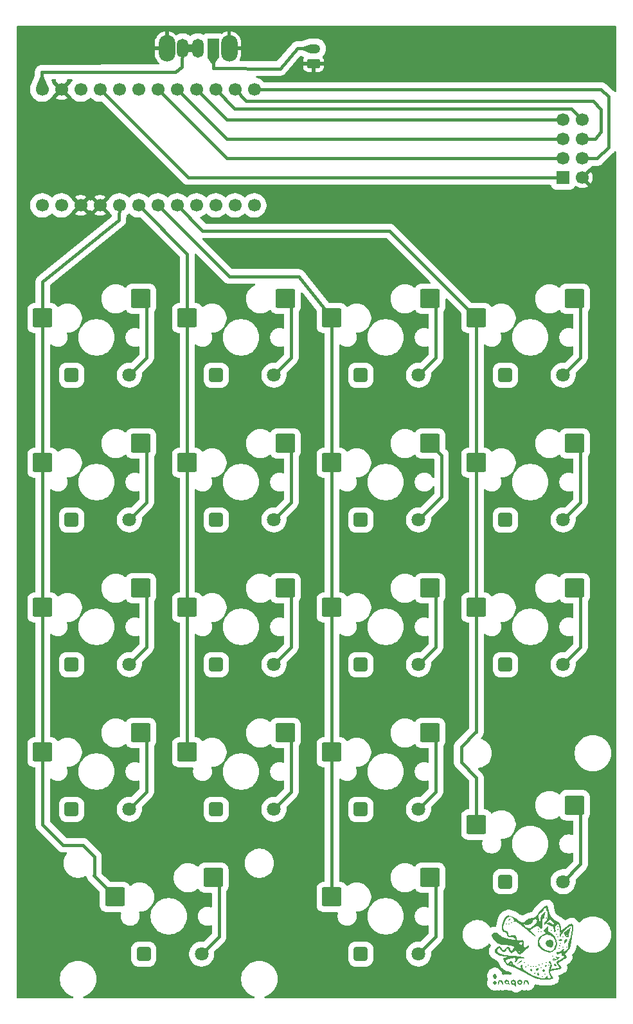
<source format=gbr>
%TF.GenerationSoftware,KiCad,Pcbnew,9.0.6*%
%TF.CreationDate,2026-01-02T18:32:11-05:00*%
%TF.ProjectId,nopanpad,6e6f7061-6e70-4616-942e-6b696361645f,first one lol*%
%TF.SameCoordinates,Original*%
%TF.FileFunction,Copper,L2,Bot*%
%TF.FilePolarity,Positive*%
%FSLAX46Y46*%
G04 Gerber Fmt 4.6, Leading zero omitted, Abs format (unit mm)*
G04 Created by KiCad (PCBNEW 9.0.6) date 2026-01-02 18:32:11*
%MOMM*%
%LPD*%
G01*
G04 APERTURE LIST*
G04 Aperture macros list*
%AMRoundRect*
0 Rectangle with rounded corners*
0 $1 Rounding radius*
0 $2 $3 $4 $5 $6 $7 $8 $9 X,Y pos of 4 corners*
0 Add a 4 corners polygon primitive as box body*
4,1,4,$2,$3,$4,$5,$6,$7,$8,$9,$2,$3,0*
0 Add four circle primitives for the rounded corners*
1,1,$1+$1,$2,$3*
1,1,$1+$1,$4,$5*
1,1,$1+$1,$6,$7*
1,1,$1+$1,$8,$9*
0 Add four rect primitives between the rounded corners*
20,1,$1+$1,$2,$3,$4,$5,0*
20,1,$1+$1,$4,$5,$6,$7,0*
20,1,$1+$1,$6,$7,$8,$9,0*
20,1,$1+$1,$8,$9,$2,$3,0*%
G04 Aperture macros list end*
%TA.AperFunction,EtchedComponent*%
%ADD10C,0.000000*%
%TD*%
%TA.AperFunction,ComponentPad*%
%ADD11RoundRect,0.250000X0.625000X-0.350000X0.625000X0.350000X-0.625000X0.350000X-0.625000X-0.350000X0*%
%TD*%
%TA.AperFunction,ComponentPad*%
%ADD12O,1.750000X1.200000*%
%TD*%
%TA.AperFunction,ComponentPad*%
%ADD13O,2.200000X3.500000*%
%TD*%
%TA.AperFunction,ComponentPad*%
%ADD14R,1.500000X2.500000*%
%TD*%
%TA.AperFunction,ComponentPad*%
%ADD15O,1.500000X2.500000*%
%TD*%
%TA.AperFunction,ComponentPad*%
%ADD16C,1.700000*%
%TD*%
%TA.AperFunction,ComponentPad*%
%ADD17R,1.700000X1.700000*%
%TD*%
%TA.AperFunction,SMDPad,CuDef*%
%ADD18RoundRect,0.200000X1.075000X1.050000X-1.075000X1.050000X-1.075000X-1.050000X1.075000X-1.050000X0*%
%TD*%
%TA.AperFunction,ComponentPad*%
%ADD19RoundRect,0.250000X-0.650000X-0.650000X0.650000X-0.650000X0.650000X0.650000X-0.650000X0.650000X0*%
%TD*%
%TA.AperFunction,ComponentPad*%
%ADD20C,1.800000*%
%TD*%
%TA.AperFunction,Conductor*%
%ADD21C,0.400000*%
%TD*%
%TA.AperFunction,Conductor*%
%ADD22C,1.000000*%
%TD*%
G04 APERTURE END LIST*
D10*
%TA.AperFunction,EtchedComponent*%
%TO.C,nopan!*%
G36*
X174613334Y-146205999D02*
G01*
X174528667Y-146290666D01*
X174444001Y-146205999D01*
X174528667Y-146121333D01*
X174613334Y-146205999D01*
G37*
%TD.AperFunction*%
%TA.AperFunction,EtchedComponent*%
G36*
X174952001Y-146205999D02*
G01*
X174867334Y-146290666D01*
X174782667Y-146205999D01*
X174867334Y-146121333D01*
X174952001Y-146205999D01*
G37*
%TD.AperFunction*%
%TA.AperFunction,EtchedComponent*%
G36*
X175290667Y-146036666D02*
G01*
X175206001Y-146121333D01*
X175121334Y-146036666D01*
X175206001Y-145951999D01*
X175290667Y-146036666D01*
G37*
%TD.AperFunction*%
%TA.AperFunction,EtchedComponent*%
G36*
X176984001Y-151285999D02*
G01*
X176899334Y-151370666D01*
X176814667Y-151285999D01*
X176899334Y-151201333D01*
X176984001Y-151285999D01*
G37*
%TD.AperFunction*%
%TA.AperFunction,EtchedComponent*%
G36*
X177492001Y-151624666D02*
G01*
X177407334Y-151709333D01*
X177322667Y-151624666D01*
X177407334Y-151539999D01*
X177492001Y-151624666D01*
G37*
%TD.AperFunction*%
%TA.AperFunction,EtchedComponent*%
G36*
X177830667Y-151793999D02*
G01*
X177746001Y-151878666D01*
X177661334Y-151793999D01*
X177746001Y-151709333D01*
X177830667Y-151793999D01*
G37*
%TD.AperFunction*%
%TA.AperFunction,EtchedComponent*%
G36*
X178169334Y-151793999D02*
G01*
X178084667Y-151878666D01*
X178000001Y-151793999D01*
X178084667Y-151709333D01*
X178169334Y-151793999D01*
G37*
%TD.AperFunction*%
%TA.AperFunction,EtchedComponent*%
G36*
X178508001Y-151793999D02*
G01*
X178423334Y-151878666D01*
X178338667Y-151793999D01*
X178423334Y-151709333D01*
X178508001Y-151793999D01*
G37*
%TD.AperFunction*%
%TA.AperFunction,EtchedComponent*%
G36*
X178846667Y-146883333D02*
G01*
X178762001Y-146967999D01*
X178677334Y-146883333D01*
X178762001Y-146798666D01*
X178846667Y-146883333D01*
G37*
%TD.AperFunction*%
%TA.AperFunction,EtchedComponent*%
G36*
X178846667Y-147221999D02*
G01*
X178762001Y-147306666D01*
X178677334Y-147221999D01*
X178762001Y-147137333D01*
X178846667Y-147221999D01*
G37*
%TD.AperFunction*%
%TA.AperFunction,EtchedComponent*%
G36*
X179185334Y-147221999D02*
G01*
X179100667Y-147306666D01*
X179016001Y-147221999D01*
X179100667Y-147137333D01*
X179185334Y-147221999D01*
G37*
%TD.AperFunction*%
%TA.AperFunction,EtchedComponent*%
G36*
X179185334Y-151963333D02*
G01*
X179100667Y-152047999D01*
X179016001Y-151963333D01*
X179100667Y-151878666D01*
X179185334Y-151963333D01*
G37*
%TD.AperFunction*%
%TA.AperFunction,EtchedComponent*%
G36*
X179354667Y-151455333D02*
G01*
X179270001Y-151539999D01*
X179185334Y-151455333D01*
X179270001Y-151370666D01*
X179354667Y-151455333D01*
G37*
%TD.AperFunction*%
%TA.AperFunction,EtchedComponent*%
G36*
X179354667Y-153148666D02*
G01*
X179270001Y-153233333D01*
X179185334Y-153148666D01*
X179270001Y-153063999D01*
X179354667Y-153148666D01*
G37*
%TD.AperFunction*%
%TA.AperFunction,EtchedComponent*%
G36*
X179693334Y-152809999D02*
G01*
X179608667Y-152894666D01*
X179524001Y-152809999D01*
X179608667Y-152725333D01*
X179693334Y-152809999D01*
G37*
%TD.AperFunction*%
%TA.AperFunction,EtchedComponent*%
G36*
X179862667Y-151285999D02*
G01*
X179778001Y-151370666D01*
X179693334Y-151285999D01*
X179778001Y-151201333D01*
X179862667Y-151285999D01*
G37*
%TD.AperFunction*%
%TA.AperFunction,EtchedComponent*%
G36*
X180201334Y-151624666D02*
G01*
X180116667Y-151709333D01*
X180032001Y-151624666D01*
X180116667Y-151539999D01*
X180201334Y-151624666D01*
G37*
%TD.AperFunction*%
%TA.AperFunction,EtchedComponent*%
G36*
X180540001Y-147052666D02*
G01*
X180455334Y-147137333D01*
X180370667Y-147052666D01*
X180455334Y-146967999D01*
X180540001Y-147052666D01*
G37*
%TD.AperFunction*%
%TA.AperFunction,EtchedComponent*%
G36*
X180709334Y-150439333D02*
G01*
X180624667Y-150523999D01*
X180540001Y-150439333D01*
X180624667Y-150354666D01*
X180709334Y-150439333D01*
G37*
%TD.AperFunction*%
%TA.AperFunction,EtchedComponent*%
G36*
X181217334Y-147560666D02*
G01*
X181132667Y-147645333D01*
X181048001Y-147560666D01*
X181132667Y-147475999D01*
X181217334Y-147560666D01*
G37*
%TD.AperFunction*%
%TA.AperFunction,EtchedComponent*%
G36*
X181386667Y-146544666D02*
G01*
X181302001Y-146629333D01*
X181217334Y-146544666D01*
X181302001Y-146459999D01*
X181386667Y-146544666D01*
G37*
%TD.AperFunction*%
%TA.AperFunction,EtchedComponent*%
G36*
X181386667Y-147899333D02*
G01*
X181302001Y-147983999D01*
X181217334Y-147899333D01*
X181302001Y-147814666D01*
X181386667Y-147899333D01*
G37*
%TD.AperFunction*%
%TA.AperFunction,EtchedComponent*%
G36*
X181556001Y-149423333D02*
G01*
X181471334Y-149507999D01*
X181386667Y-149423333D01*
X181471334Y-149338666D01*
X181556001Y-149423333D01*
G37*
%TD.AperFunction*%
%TA.AperFunction,EtchedComponent*%
G36*
X181725334Y-148745999D02*
G01*
X181640667Y-148830666D01*
X181556001Y-148745999D01*
X181640667Y-148661333D01*
X181725334Y-148745999D01*
G37*
%TD.AperFunction*%
%TA.AperFunction,EtchedComponent*%
G36*
X182064001Y-147899333D02*
G01*
X181979334Y-147983999D01*
X181894667Y-147899333D01*
X181979334Y-147814666D01*
X182064001Y-147899333D01*
G37*
%TD.AperFunction*%
%TA.AperFunction,EtchedComponent*%
G36*
X182064001Y-149253999D02*
G01*
X181979334Y-149338666D01*
X181894667Y-149253999D01*
X181979334Y-149169333D01*
X182064001Y-149253999D01*
G37*
%TD.AperFunction*%
%TA.AperFunction,EtchedComponent*%
G36*
X182572001Y-149253999D02*
G01*
X182487334Y-149338666D01*
X182402667Y-149253999D01*
X182487334Y-149169333D01*
X182572001Y-149253999D01*
G37*
%TD.AperFunction*%
%TA.AperFunction,EtchedComponent*%
G36*
X177153334Y-151878666D02*
G01*
X177141114Y-151968310D01*
X177040445Y-151991555D01*
X177020179Y-151966736D01*
X177040445Y-151765777D01*
X177091378Y-151739285D01*
X177153334Y-151878666D01*
G37*
%TD.AperFunction*%
%TA.AperFunction,EtchedComponent*%
G36*
X178338667Y-152725333D02*
G01*
X178326447Y-152814977D01*
X178225779Y-152838221D01*
X178205513Y-152813403D01*
X178225779Y-152612444D01*
X178276711Y-152585952D01*
X178338667Y-152725333D01*
G37*
%TD.AperFunction*%
%TA.AperFunction,EtchedComponent*%
G36*
X178959556Y-151596444D02*
G01*
X178986048Y-151647376D01*
X178846667Y-151709333D01*
X178757023Y-151697112D01*
X178733779Y-151596444D01*
X178758597Y-151576178D01*
X178959556Y-151596444D01*
G37*
%TD.AperFunction*%
%TA.AperFunction,EtchedComponent*%
G36*
X179862667Y-145443999D02*
G01*
X179850447Y-145533644D01*
X179749779Y-145556888D01*
X179729513Y-145532069D01*
X179749779Y-145331110D01*
X179800711Y-145304619D01*
X179862667Y-145443999D01*
G37*
%TD.AperFunction*%
%TA.AperFunction,EtchedComponent*%
G36*
X181386667Y-146967999D02*
G01*
X181374447Y-147057644D01*
X181273779Y-147080888D01*
X181253513Y-147056069D01*
X181273779Y-146855110D01*
X181324711Y-146828619D01*
X181386667Y-146967999D01*
G37*
%TD.AperFunction*%
%TA.AperFunction,EtchedComponent*%
G36*
X181668890Y-149056444D02*
G01*
X181695381Y-149107376D01*
X181556001Y-149169333D01*
X181466356Y-149157112D01*
X181443112Y-149056444D01*
X181467931Y-149036178D01*
X181668890Y-149056444D01*
G37*
%TD.AperFunction*%
%TA.AperFunction,EtchedComponent*%
G36*
X175052837Y-145587169D02*
G01*
X175030341Y-145621639D01*
X174863029Y-145777591D01*
X174782667Y-145707993D01*
X174797804Y-145669905D01*
X174978164Y-145512496D01*
X175072796Y-145471295D01*
X175052837Y-145587169D01*
G37*
%TD.AperFunction*%
%TA.AperFunction,EtchedComponent*%
G36*
X176564924Y-151096849D02*
G01*
X176381365Y-151280614D01*
X176086313Y-151486551D01*
X175987921Y-151501036D01*
X176137334Y-151285999D01*
X176279501Y-151149237D01*
X176529099Y-151031999D01*
X176564924Y-151096849D01*
G37*
%TD.AperFunction*%
%TA.AperFunction,EtchedComponent*%
G36*
X181106300Y-151617015D02*
G01*
X181126614Y-151759659D01*
X180954710Y-151767259D01*
X180888386Y-151740582D01*
X180720141Y-151612972D01*
X180860924Y-151466299D01*
X180946693Y-151451818D01*
X181106300Y-151617015D01*
G37*
%TD.AperFunction*%
%TA.AperFunction,EtchedComponent*%
G36*
X173123122Y-153770836D02*
G01*
X173258667Y-153995333D01*
X173229164Y-154113787D01*
X173004667Y-154249333D01*
X172886213Y-154219829D01*
X172750667Y-153995333D01*
X172780171Y-153876878D01*
X173004667Y-153741333D01*
X173123122Y-153770836D01*
G37*
%TD.AperFunction*%
%TA.AperFunction,EtchedComponent*%
G36*
X177865122Y-152073817D02*
G01*
X177943556Y-152294550D01*
X177926136Y-152402088D01*
X177802445Y-152453890D01*
X177782649Y-152440081D01*
X177661334Y-152207339D01*
X177664042Y-152176289D01*
X177802445Y-152047999D01*
X177865122Y-152073817D01*
G37*
%TD.AperFunction*%
%TA.AperFunction,EtchedComponent*%
G36*
X178754260Y-152061045D02*
G01*
X178762001Y-152217333D01*
X178727397Y-152263094D01*
X178488014Y-152386666D01*
X178431075Y-152373620D01*
X178423334Y-152217333D01*
X178457938Y-152171571D01*
X178697321Y-152047999D01*
X178754260Y-152061045D01*
G37*
%TD.AperFunction*%
%TA.AperFunction,EtchedComponent*%
G36*
X178725353Y-152671917D02*
G01*
X178846667Y-152904659D01*
X178843959Y-152935709D01*
X178705556Y-153063999D01*
X178642880Y-153038182D01*
X178564445Y-152817448D01*
X178581866Y-152709910D01*
X178705556Y-152658108D01*
X178725353Y-152671917D01*
G37*
%TD.AperFunction*%
%TA.AperFunction,EtchedComponent*%
G36*
X179568456Y-152243207D02*
G01*
X179608667Y-152386666D01*
X179573962Y-152437896D01*
X179439334Y-152555999D01*
X179414841Y-152548031D01*
X179270001Y-152386666D01*
X179256439Y-152296981D01*
X179439334Y-152217333D01*
X179568456Y-152243207D01*
G37*
%TD.AperFunction*%
%TA.AperFunction,EtchedComponent*%
G36*
X179862667Y-151699339D02*
G01*
X179856160Y-151748490D01*
X179693334Y-151878666D01*
X179655013Y-151876724D01*
X179524001Y-151803993D01*
X179531793Y-151776830D01*
X179693334Y-151624666D01*
X179758928Y-151598207D01*
X179862667Y-151699339D01*
G37*
%TD.AperFunction*%
%TA.AperFunction,EtchedComponent*%
G36*
X181757113Y-148225581D02*
G01*
X181894667Y-148350888D01*
X181866221Y-148415580D01*
X181640667Y-148491999D01*
X181524222Y-148476195D01*
X181386667Y-148350888D01*
X181415114Y-148286196D01*
X181640667Y-148209777D01*
X181757113Y-148225581D01*
G37*
%TD.AperFunction*%
%TA.AperFunction,EtchedComponent*%
G36*
X182453595Y-148226456D02*
G01*
X182608357Y-148293093D01*
X182510042Y-148528285D01*
X182347339Y-148747795D01*
X182190607Y-148798062D01*
X182136572Y-148528285D01*
X182180413Y-148364510D01*
X182417727Y-148225904D01*
X182453595Y-148226456D01*
G37*
%TD.AperFunction*%
%TA.AperFunction,EtchedComponent*%
G36*
X173027128Y-152726746D02*
G01*
X173208509Y-152883590D01*
X173260800Y-153182251D01*
X173150382Y-153454507D01*
X173012691Y-153516081D01*
X172830323Y-153382145D01*
X172750667Y-153054006D01*
X172796805Y-152865687D01*
X173004667Y-152725333D01*
X173027128Y-152726746D01*
G37*
%TD.AperFunction*%
%TA.AperFunction,EtchedComponent*%
G36*
X180331199Y-148323052D02*
G01*
X180629698Y-148412466D01*
X180709334Y-148717777D01*
X180685544Y-148983478D01*
X180596445Y-149225777D01*
X180350985Y-149339942D01*
X180005568Y-149268204D01*
X179778482Y-149001514D01*
X179728335Y-148709897D01*
X179873998Y-148418634D01*
X180295994Y-148322666D01*
X180331199Y-148323052D01*
G37*
%TD.AperFunction*%
%TA.AperFunction,EtchedComponent*%
G36*
X173978404Y-153689466D02*
G01*
X174100185Y-153989034D01*
X174094940Y-154165916D01*
X174049910Y-154233839D01*
X173902949Y-154002843D01*
X173798220Y-153829356D01*
X173691911Y-153769154D01*
X173581334Y-154002843D01*
X173522820Y-154147448D01*
X173459762Y-154218433D01*
X173439902Y-153963523D01*
X173498608Y-153693313D01*
X173766667Y-153618558D01*
X173978404Y-153689466D01*
G37*
%TD.AperFunction*%
%TA.AperFunction,EtchedComponent*%
G36*
X177365071Y-153689466D02*
G01*
X177486852Y-153989034D01*
X177481607Y-154165916D01*
X177436577Y-154233839D01*
X177289616Y-154002843D01*
X177184887Y-153829356D01*
X177078578Y-153769154D01*
X176968000Y-154002843D01*
X176909487Y-154147448D01*
X176846428Y-154218433D01*
X176826569Y-153963523D01*
X176885274Y-153693313D01*
X177153334Y-153618558D01*
X177365071Y-153689466D01*
G37*
%TD.AperFunction*%
%TA.AperFunction,EtchedComponent*%
G36*
X176589676Y-154129596D02*
G01*
X176306667Y-154249333D01*
X176087738Y-154193674D01*
X175968001Y-153910666D01*
X176137334Y-153910666D01*
X176142255Y-153951141D01*
X176306667Y-154079999D01*
X176347142Y-154075079D01*
X176476001Y-153910666D01*
X176471080Y-153870191D01*
X176306667Y-153741333D01*
X176266193Y-153746253D01*
X176137334Y-153910666D01*
X175968001Y-153910666D01*
X176023659Y-153691736D01*
X176306667Y-153571999D01*
X176525597Y-153627658D01*
X176645334Y-153910666D01*
X176589676Y-154129596D01*
G37*
%TD.AperFunction*%
%TA.AperFunction,EtchedComponent*%
G36*
X174894394Y-153943426D02*
G01*
X174934353Y-154228848D01*
X174776463Y-154152355D01*
X174435771Y-154202589D01*
X174286405Y-153910666D01*
X174444001Y-153910666D01*
X174445942Y-153948987D01*
X174518674Y-154079999D01*
X174598537Y-154075572D01*
X174750701Y-153914031D01*
X174724460Y-153845072D01*
X174623328Y-153741333D01*
X174574176Y-153747840D01*
X174444001Y-153910666D01*
X174286405Y-153910666D01*
X174274667Y-153887726D01*
X174309859Y-153733130D01*
X174506570Y-153601076D01*
X174754679Y-153665134D01*
X174867202Y-153845072D01*
X174894394Y-153943426D01*
G37*
%TD.AperFunction*%
%TA.AperFunction,EtchedComponent*%
G36*
X175798667Y-153979480D02*
G01*
X175797194Y-154054149D01*
X175818592Y-154517125D01*
X175537736Y-154263670D01*
X175239755Y-154253395D01*
X175127786Y-153910666D01*
X175290667Y-153910666D01*
X175295588Y-153951141D01*
X175460001Y-154079999D01*
X175500476Y-154075079D01*
X175629334Y-153910666D01*
X175624414Y-153870191D01*
X175460001Y-153741333D01*
X175419526Y-153746253D01*
X175290667Y-153910666D01*
X175127786Y-153910666D01*
X175121334Y-153890916D01*
X175174855Y-153693442D01*
X175460001Y-153571999D01*
X175712682Y-153655649D01*
X175780395Y-153910666D01*
X175798667Y-153979480D01*
G37*
%TD.AperFunction*%
%TA.AperFunction,EtchedComponent*%
G36*
X182761387Y-147856999D02*
G01*
X182710585Y-147954320D01*
X182501653Y-147949301D01*
X182234915Y-147729999D01*
X182402667Y-147729999D01*
X182487334Y-147814666D01*
X182572001Y-147729999D01*
X182487334Y-147645333D01*
X182402667Y-147729999D01*
X182234915Y-147729999D01*
X182229938Y-147725907D01*
X182118285Y-147569380D01*
X182082204Y-147429574D01*
X182099162Y-147417898D01*
X182299425Y-147253291D01*
X182625272Y-146970539D01*
X183101877Y-146549746D01*
X182923564Y-147018747D01*
X182805085Y-147377721D01*
X182763345Y-147608873D01*
X182762389Y-147729999D01*
X182761387Y-147856999D01*
G37*
%TD.AperFunction*%
%TA.AperFunction,EtchedComponent*%
G36*
X181175001Y-150985116D02*
G01*
X180836211Y-151088006D01*
X180614443Y-151045624D01*
X180621206Y-150947333D01*
X180709334Y-150947333D01*
X180794001Y-151031999D01*
X180878667Y-150947333D01*
X180794001Y-150862666D01*
X180709334Y-150947333D01*
X180621206Y-150947333D01*
X180627328Y-150858361D01*
X180723216Y-150794783D01*
X181011090Y-150817099D01*
X181143462Y-150862221D01*
X181209832Y-150830457D01*
X181048001Y-150598037D01*
X180931920Y-150445283D01*
X180888026Y-150354675D01*
X181063581Y-150480197D01*
X181240604Y-150581268D01*
X181444581Y-150578974D01*
X181480373Y-150552323D01*
X181556001Y-150639234D01*
X181466584Y-150790312D01*
X181231555Y-150947333D01*
X181175001Y-150985116D01*
G37*
%TD.AperFunction*%
%TA.AperFunction,EtchedComponent*%
G36*
X181196255Y-149027744D02*
G01*
X180953732Y-149639655D01*
X180911249Y-149696953D01*
X180568044Y-149958498D01*
X180098427Y-149982063D01*
X179439922Y-149773158D01*
X179027023Y-149510380D01*
X178716701Y-149039494D01*
X178665524Y-148505030D01*
X178685627Y-148456688D01*
X178856672Y-148456688D01*
X178904189Y-148925308D01*
X179198089Y-149353940D01*
X179715028Y-149659521D01*
X180019406Y-149761614D01*
X180356517Y-149826928D01*
X180570872Y-149737021D01*
X180784399Y-149470321D01*
X181023554Y-148912010D01*
X180989389Y-148387585D01*
X180733422Y-147966234D01*
X180314483Y-147706788D01*
X179791403Y-147668078D01*
X179223012Y-147908934D01*
X179078886Y-148031144D01*
X178856672Y-148456688D01*
X178685627Y-148456688D01*
X178877008Y-147996461D01*
X179354667Y-147603262D01*
X179503173Y-147524201D01*
X179714309Y-147367504D01*
X179651001Y-147306929D01*
X179413155Y-147257620D01*
X179401408Y-147070777D01*
X179693334Y-146753289D01*
X179884447Y-146597311D01*
X180015047Y-146562419D01*
X180052053Y-146757990D01*
X180059197Y-146914940D01*
X180052053Y-147179666D01*
X180053406Y-147214664D01*
X180209031Y-147306666D01*
X180226261Y-147308281D01*
X180473701Y-147441216D01*
X180801698Y-147722302D01*
X180867211Y-147792943D01*
X181164085Y-148370181D01*
X181190593Y-148912010D01*
X181196255Y-149027744D01*
G37*
%TD.AperFunction*%
%TA.AperFunction,EtchedComponent*%
G36*
X183252873Y-147499095D02*
G01*
X183163403Y-148024759D01*
X183073530Y-148631093D01*
X183026577Y-149052005D01*
X182922276Y-149417857D01*
X182580347Y-149840370D01*
X182398492Y-149988922D01*
X182272597Y-150197709D01*
X182385165Y-150418243D01*
X182484537Y-150605175D01*
X182373484Y-150767773D01*
X181995818Y-150973574D01*
X181774590Y-151083345D01*
X181462785Y-151292681D01*
X181427673Y-151479955D01*
X181638803Y-151707785D01*
X181761215Y-151827982D01*
X181799652Y-152024173D01*
X181541343Y-152173080D01*
X180965416Y-152292836D01*
X180560926Y-152363184D01*
X180278070Y-152474960D01*
X180258823Y-152658046D01*
X180460720Y-152969364D01*
X180616889Y-153206434D01*
X180709334Y-153435030D01*
X180580816Y-153500173D01*
X180197458Y-153552095D01*
X179648359Y-153571999D01*
X179367395Y-153566924D01*
X178595501Y-153469515D01*
X177997359Y-153230433D01*
X177639976Y-153028722D01*
X176923131Y-152647842D01*
X176203122Y-152290176D01*
X175554767Y-151991010D01*
X175052885Y-151785633D01*
X174772292Y-151709333D01*
X174680159Y-151681579D01*
X174456471Y-151478043D01*
X174981954Y-151478043D01*
X175121334Y-151539999D01*
X175210979Y-151527779D01*
X175234223Y-151427110D01*
X175209404Y-151406844D01*
X175008445Y-151427110D01*
X174981954Y-151478043D01*
X174456471Y-151478043D01*
X174427863Y-151452012D01*
X174202729Y-151105063D01*
X174105334Y-150780760D01*
X174106985Y-150775439D01*
X174281442Y-150710643D01*
X174655667Y-150646494D01*
X174724122Y-150637743D01*
X174934673Y-150598701D01*
X174838818Y-150572000D01*
X174420427Y-150551099D01*
X174368078Y-150548813D01*
X173724175Y-150440545D01*
X173256051Y-150217264D01*
X173073022Y-150055059D01*
X172974605Y-149833674D01*
X173003821Y-149769670D01*
X173317620Y-149769670D01*
X173395832Y-150014415D01*
X173735426Y-150200218D01*
X174361854Y-150338358D01*
X175300566Y-150440116D01*
X175624362Y-150468865D01*
X176253673Y-150544793D01*
X176708065Y-150627658D01*
X176905956Y-150704047D01*
X176910485Y-150712841D01*
X176809036Y-150788156D01*
X176481449Y-150782975D01*
X176098119Y-150787967D01*
X175968001Y-150949670D01*
X175955692Y-151039634D01*
X175780526Y-151297211D01*
X175670421Y-151297844D01*
X175714353Y-151030890D01*
X175741332Y-150942605D01*
X175757830Y-150751394D01*
X175597078Y-150706651D01*
X175182161Y-150770786D01*
X174797297Y-150845413D01*
X174535109Y-150928229D01*
X174474430Y-151046803D01*
X174541129Y-151257411D01*
X174587302Y-151366377D01*
X174700916Y-151440693D01*
X174918001Y-151259523D01*
X175032168Y-151151242D01*
X175200601Y-151094948D01*
X175342144Y-151329223D01*
X175414267Y-151427110D01*
X175533828Y-151589380D01*
X175908559Y-151859348D01*
X176254318Y-152004067D01*
X176436816Y-152028577D01*
X176398566Y-151890366D01*
X176375414Y-151826540D01*
X176477434Y-151623780D01*
X176546449Y-151591767D01*
X176629477Y-151654413D01*
X176617363Y-151839033D01*
X176714024Y-152092517D01*
X177000876Y-152364267D01*
X177534334Y-152720767D01*
X178101616Y-153025315D01*
X178685029Y-153255091D01*
X179194993Y-153382507D01*
X179556197Y-153388905D01*
X179693334Y-153255628D01*
X179702469Y-153195378D01*
X179872661Y-153063999D01*
X179933908Y-153077295D01*
X179947334Y-153233333D01*
X179931404Y-153320574D01*
X180106674Y-153402666D01*
X180306628Y-153374191D01*
X180347769Y-153222293D01*
X180187154Y-152868170D01*
X180091829Y-152504839D01*
X180214176Y-152016996D01*
X180285518Y-151832300D01*
X180335998Y-151537807D01*
X180210277Y-151376193D01*
X180104609Y-151282757D01*
X180178291Y-151130907D01*
X180184880Y-151127099D01*
X180343950Y-151182984D01*
X180464341Y-151443950D01*
X180509656Y-151781504D01*
X180443497Y-152067151D01*
X180409147Y-152194407D01*
X180610739Y-152161442D01*
X180790218Y-152107713D01*
X181235087Y-152047999D01*
X181431216Y-152032918D01*
X181463879Y-151924020D01*
X181289698Y-151629655D01*
X181211225Y-151507504D01*
X181119091Y-151281144D01*
X181238339Y-151121407D01*
X181617209Y-150924417D01*
X181745932Y-150858555D01*
X182051064Y-150648222D01*
X182129715Y-150493333D01*
X182097659Y-150456094D01*
X181884906Y-150445365D01*
X181816000Y-150454666D01*
X181830057Y-150278794D01*
X181852431Y-150088647D01*
X181706127Y-150027087D01*
X181443019Y-150196715D01*
X181300239Y-150273227D01*
X181153232Y-150093194D01*
X181121911Y-149904315D01*
X181295180Y-149905284D01*
X181481749Y-149916020D01*
X181793005Y-149754804D01*
X181854034Y-149696219D01*
X182096328Y-149525222D01*
X182179597Y-149560026D01*
X182042401Y-149791573D01*
X181933773Y-149938351D01*
X181990345Y-149946869D01*
X182288180Y-149763899D01*
X182632575Y-149448810D01*
X182679397Y-149120108D01*
X182673587Y-148838454D01*
X182815954Y-148428115D01*
X182860441Y-148346581D01*
X183001905Y-147947757D01*
X183109105Y-147454557D01*
X183167793Y-146972111D01*
X183163725Y-146605549D01*
X183082654Y-146459999D01*
X182874414Y-146544209D01*
X182520124Y-146811646D01*
X182144544Y-147170001D01*
X181957934Y-147391333D01*
X181846629Y-147523349D01*
X181725334Y-147775763D01*
X181709097Y-147896275D01*
X181613185Y-147928294D01*
X181583874Y-147869703D01*
X181535438Y-147544367D01*
X181533542Y-147391333D01*
X181556001Y-147391333D01*
X181640667Y-147475999D01*
X181725334Y-147391333D01*
X181640667Y-147306666D01*
X181556001Y-147391333D01*
X181533542Y-147391333D01*
X181529485Y-147063996D01*
X181531138Y-146854006D01*
X181489141Y-146428082D01*
X181398042Y-146213029D01*
X181308260Y-146191878D01*
X181304806Y-146194558D01*
X181122651Y-146335894D01*
X181001447Y-146642666D01*
X181005226Y-146992050D01*
X181016499Y-147174342D01*
X180888424Y-147306666D01*
X180818478Y-147293019D01*
X180793172Y-147138674D01*
X180821318Y-146991615D01*
X180723648Y-146673007D01*
X180616684Y-146518622D01*
X180545150Y-146506236D01*
X180422177Y-146520478D01*
X180133577Y-146370841D01*
X180018970Y-146298880D01*
X179764185Y-146202865D01*
X179638946Y-146324604D01*
X179576719Y-146425001D01*
X179537369Y-146269066D01*
X179561804Y-146107423D01*
X179567926Y-146097877D01*
X179887492Y-146097877D01*
X180111245Y-146062178D01*
X180239620Y-146036478D01*
X180459905Y-146128728D01*
X180488576Y-146166719D01*
X180745572Y-146290666D01*
X180787885Y-146194558D01*
X180625209Y-145952597D01*
X180595077Y-145919918D01*
X180325033Y-145724629D01*
X180090964Y-145803998D01*
X179928663Y-145960151D01*
X179887492Y-146097877D01*
X179567926Y-146097877D01*
X179761052Y-145796732D01*
X179849693Y-145670397D01*
X179947507Y-145321474D01*
X179978684Y-144911600D01*
X179937721Y-144570524D01*
X179819114Y-144427999D01*
X179772069Y-144415532D01*
X179778001Y-144258666D01*
X179803332Y-144192138D01*
X179687475Y-144089333D01*
X179557160Y-144153087D01*
X179403732Y-144427999D01*
X179310426Y-144624901D01*
X179092329Y-144766666D01*
X179005768Y-144783444D01*
X178806772Y-145002504D01*
X178736117Y-145366635D01*
X178831192Y-145736915D01*
X178859553Y-145781918D01*
X178912456Y-145865864D01*
X178990324Y-145885005D01*
X179010852Y-145597244D01*
X179105635Y-145226572D01*
X179381251Y-144835244D01*
X179626197Y-144629667D01*
X179700311Y-144647579D01*
X179637564Y-144935999D01*
X179566828Y-145241180D01*
X179526313Y-145496326D01*
X179517880Y-145534587D01*
X179372341Y-145539589D01*
X179335675Y-145537741D01*
X179266466Y-145726880D01*
X179255422Y-146126292D01*
X179266143Y-146444385D01*
X179235205Y-146800434D01*
X179119560Y-146875448D01*
X178897553Y-146704409D01*
X178741081Y-146578214D01*
X178518000Y-146566559D01*
X178158787Y-146747165D01*
X177667485Y-147037385D01*
X178003076Y-147394606D01*
X178164758Y-147571977D01*
X178352021Y-147817589D01*
X178313103Y-147860604D01*
X178069957Y-147712727D01*
X177644537Y-147385664D01*
X177058795Y-146891120D01*
X176740950Y-146621489D01*
X176337212Y-146309591D01*
X176821269Y-146309591D01*
X176962401Y-146512961D01*
X177147576Y-146675850D01*
X177488008Y-146798666D01*
X177635493Y-146769059D01*
X177977225Y-146580690D01*
X178314978Y-146294086D01*
X178552166Y-145998184D01*
X178592205Y-145781918D01*
X178379446Y-145628344D01*
X178122782Y-145656400D01*
X178000001Y-145861375D01*
X177992812Y-145926160D01*
X177794650Y-146199821D01*
X177429523Y-146362349D01*
X177038601Y-146343021D01*
X176932330Y-146305281D01*
X176821269Y-146309591D01*
X176337212Y-146309591D01*
X176195698Y-146200268D01*
X175790568Y-145945027D01*
X175577128Y-145890589D01*
X175494749Y-145929309D01*
X175500865Y-145867728D01*
X175533088Y-145818611D01*
X175494165Y-145584178D01*
X175257646Y-145368983D01*
X174922626Y-145274666D01*
X174630921Y-145410849D01*
X174350694Y-145861894D01*
X174288640Y-146016623D01*
X174117860Y-146634604D01*
X174169817Y-147010492D01*
X174444001Y-147137333D01*
X174669750Y-147197462D01*
X174782667Y-147489454D01*
X174795285Y-147647207D01*
X174923165Y-147774662D01*
X175270069Y-147734523D01*
X175500911Y-147695361D01*
X175741083Y-147761172D01*
X175866532Y-148062009D01*
X175906149Y-148199092D01*
X176068940Y-148412593D01*
X176395131Y-148391249D01*
X176641194Y-148349835D01*
X176785147Y-148454160D01*
X176809640Y-148751314D01*
X176814667Y-148812309D01*
X176858800Y-149204527D01*
X177012931Y-149324312D01*
X177288801Y-149135466D01*
X177425048Y-149029297D01*
X177492001Y-149123138D01*
X177457170Y-149214206D01*
X177228546Y-149495989D01*
X176857001Y-149840191D01*
X176788712Y-149895622D01*
X176536846Y-150100066D01*
X176292003Y-150249356D01*
X176139718Y-150215381D01*
X175986548Y-150017135D01*
X175867796Y-149853628D01*
X175693413Y-149766270D01*
X175449211Y-149941097D01*
X175248767Y-150094201D01*
X175089646Y-150054350D01*
X174901622Y-149745353D01*
X174899960Y-149742182D01*
X174725822Y-149435356D01*
X174630111Y-149410125D01*
X174538548Y-149646203D01*
X174348231Y-149956939D01*
X174083109Y-149963365D01*
X173787946Y-149648479D01*
X173657795Y-149453058D01*
X173527896Y-149387794D01*
X173384862Y-149591098D01*
X173317620Y-149769670D01*
X173003821Y-149769670D01*
X173108691Y-149539930D01*
X173360294Y-149253812D01*
X173670736Y-149207099D01*
X173968538Y-149497174D01*
X174086830Y-149675689D01*
X174217661Y-149726088D01*
X174402908Y-149497174D01*
X174641900Y-149234541D01*
X174870679Y-149221261D01*
X175046715Y-149539655D01*
X175111210Y-149726837D01*
X175213046Y-149807144D01*
X175396780Y-149591974D01*
X175514518Y-149362377D01*
X175803148Y-149362377D01*
X175962418Y-149592666D01*
X176132290Y-149825467D01*
X176258752Y-150001888D01*
X176273383Y-150014952D01*
X176306667Y-149895622D01*
X176248078Y-149744434D01*
X176010334Y-149486400D01*
X175862098Y-149373328D01*
X175803148Y-149362377D01*
X175514518Y-149362377D01*
X175514688Y-149362045D01*
X175433407Y-149155151D01*
X175065732Y-149039820D01*
X174388642Y-149002592D01*
X173877045Y-148970446D01*
X173534404Y-148848409D01*
X176232967Y-148848409D01*
X176323838Y-148950196D01*
X176539020Y-148974827D01*
X176645334Y-148751314D01*
X176610065Y-148626603D01*
X176392307Y-148599724D01*
X176278048Y-148669073D01*
X176232967Y-148848409D01*
X173534404Y-148848409D01*
X173459899Y-148821873D01*
X173063794Y-148492510D01*
X172949487Y-148368904D01*
X172689537Y-147986240D01*
X172613097Y-147690121D01*
X172663547Y-147543611D01*
X172915243Y-147357178D01*
X173282669Y-147415203D01*
X173683596Y-147715719D01*
X174018223Y-147989700D01*
X174616381Y-148153333D01*
X175059552Y-148198227D01*
X175454512Y-148319728D01*
X175513239Y-148350140D01*
X175698030Y-148389659D01*
X175685746Y-148181430D01*
X175673515Y-148140481D01*
X175498038Y-147952599D01*
X175109700Y-147949587D01*
X174900188Y-147972032D01*
X174668726Y-147912139D01*
X174613334Y-147664552D01*
X174554444Y-147422862D01*
X174274667Y-147306666D01*
X174057023Y-147211222D01*
X173935592Y-146871057D01*
X173975829Y-146343935D01*
X174181360Y-145692560D01*
X174444080Y-145273815D01*
X174809880Y-145114082D01*
X175301276Y-145236384D01*
X175950651Y-145639755D01*
X176220427Y-145823783D01*
X176596889Y-146013032D01*
X176788344Y-146003772D01*
X177056002Y-145762160D01*
X177534707Y-145535863D01*
X178031202Y-145440334D01*
X178376830Y-145319810D01*
X178677334Y-144900337D01*
X178775808Y-144723889D01*
X179078361Y-144335404D01*
X179432330Y-144001854D01*
X179753787Y-143795938D01*
X179958800Y-143790354D01*
X179981985Y-143826500D01*
X180071029Y-144119552D01*
X180151885Y-144573541D01*
X180354167Y-145213775D01*
X180761261Y-145721605D01*
X181302001Y-145978815D01*
X181308617Y-145980038D01*
X181576084Y-146155351D01*
X181693684Y-146587780D01*
X181746701Y-147136121D01*
X182416415Y-146597924D01*
X182812225Y-146311986D01*
X183147971Y-146186922D01*
X183323541Y-146332541D01*
X183353615Y-146764660D01*
X183325159Y-146972111D01*
X183252873Y-147499095D01*
G37*
%TD.AperFunction*%
%TD*%
D11*
%TO.P,JST1,1*%
%TO.N,GND*%
X149125000Y-33025000D03*
D12*
%TO.P,JST1,2*%
%TO.N,BAT_P*%
X149125000Y-31025000D03*
%TD*%
D13*
%TO.P,REF\u002A\u002A,*%
%TO.N,GND*%
X138000000Y-31000000D03*
X129800000Y-31000000D03*
D14*
%TO.P,REF\u002A\u002A,1*%
%TO.N,BAT_P*%
X135900000Y-31000000D03*
D15*
%TO.P,REF\u002A\u002A,2*%
%TO.N,RAW*%
X133900000Y-31000000D03*
%TO.P,REF\u002A\u002A,3*%
X131900000Y-31000000D03*
%TD*%
D16*
%TO.P,MCU1,1*%
%TO.N,RAW*%
X113375000Y-36405000D03*
%TO.P,MCU1,2*%
%TO.N,GND*%
X115915000Y-36405000D03*
%TO.P,MCU1,3*%
%TO.N,RST*%
X118455000Y-36405000D03*
%TO.P,MCU1,4*%
%TO.N,VCC*%
X120995000Y-36405000D03*
%TO.P,MCU1,5*%
%TO.N,N/C*%
X123535000Y-36405000D03*
%TO.P,MCU1,6*%
X126075000Y-36405000D03*
%TO.P,MCU1,7*%
%TO.N,SDA*%
X128615000Y-36405000D03*
%TO.P,MCU1,8*%
%TO.N,CS*%
X131155000Y-36405000D03*
%TO.P,MCU1,9*%
%TO.N,RES*%
X133695000Y-36405000D03*
%TO.P,MCU1,10*%
%TO.N,BUSY*%
X136235000Y-36405000D03*
%TO.P,MCU1,11*%
%TO.N,DC*%
X138775000Y-36405000D03*
%TO.P,MCU1,12*%
%TO.N,SCL*%
X141315000Y-36405000D03*
%TO.P,MCU1,13*%
%TO.N,row1*%
X141315000Y-51645000D03*
%TO.P,MCU1,14*%
%TO.N,row2*%
X138775000Y-51645000D03*
%TO.P,MCU1,15*%
%TO.N,row3*%
X136235000Y-51645000D03*
%TO.P,MCU1,16*%
%TO.N,row4*%
X133695000Y-51645000D03*
%TO.P,MCU1,17*%
%TO.N,col4*%
X131155000Y-51645000D03*
%TO.P,MCU1,18*%
%TO.N,col3*%
X128615000Y-51645000D03*
%TO.P,MCU1,19*%
%TO.N,col2*%
X126075000Y-51645000D03*
%TO.P,MCU1,20*%
%TO.N,col1*%
X123535000Y-51645000D03*
%TO.P,MCU1,21*%
%TO.N,GND*%
X120995000Y-51645000D03*
%TO.P,MCU1,22*%
X118455000Y-51645000D03*
%TO.P,MCU1,23*%
%TO.N,N/C*%
X115915000Y-51645000D03*
%TO.P,MCU1,24*%
%TO.N,row5*%
X113375000Y-51645000D03*
%TD*%
D17*
%TO.P,wtf is this?,1*%
%TO.N,VCC*%
X182000000Y-48000000D03*
D16*
%TO.P,wtf is this?,2*%
%TO.N,GND*%
X184540000Y-48000000D03*
%TO.P,wtf is this?,3*%
%TO.N,SDA*%
X182000000Y-45460000D03*
%TO.P,wtf is this?,4*%
%TO.N,SCL*%
X184540000Y-45460000D03*
%TO.P,wtf is this?,5*%
%TO.N,CS*%
X182000000Y-42920000D03*
%TO.P,wtf is this?,6*%
%TO.N,DC*%
X184540000Y-42920000D03*
%TO.P,wtf is this?,7*%
%TO.N,RES*%
X182000000Y-40380000D03*
%TO.P,wtf is this?,8*%
%TO.N,BUSY*%
X184540000Y-40380000D03*
%TD*%
D18*
%TO.P,S9,1*%
%TO.N,col2*%
X132490000Y-66485000D03*
%TO.P,S9,2*%
%TO.N,col2_row5*%
X145417000Y-63945000D03*
%TD*%
D19*
%TO.P,D3,1*%
%TO.N,row3*%
X117230000Y-112100000D03*
D20*
%TO.P,D3,2*%
%TO.N,col1_row3*%
X124850000Y-112100000D03*
%TD*%
D19*
%TO.P,D4,1*%
%TO.N,row4*%
X117230000Y-93050000D03*
D20*
%TO.P,D4,2*%
%TO.N,col1_row4*%
X124850000Y-93050000D03*
%TD*%
D18*
%TO.P,S2,1*%
%TO.N,col1*%
X113440000Y-123635000D03*
%TO.P,S2,2*%
%TO.N,col1_row2*%
X126367000Y-121095000D03*
%TD*%
%TO.P,S8,1*%
%TO.N,col2*%
X132490000Y-85535000D03*
%TO.P,S8,2*%
%TO.N,col2_row4*%
X145417000Y-82995000D03*
%TD*%
%TO.P,S7,1*%
%TO.N,col2*%
X132490000Y-104585000D03*
%TO.P,S7,2*%
%TO.N,col2_row3*%
X145417000Y-102045000D03*
%TD*%
D19*
%TO.P,D7,1*%
%TO.N,row3*%
X136280000Y-112100000D03*
D20*
%TO.P,D7,2*%
%TO.N,col2_row3*%
X143900000Y-112100000D03*
%TD*%
D18*
%TO.P,S11,1*%
%TO.N,col3*%
X151540000Y-123635000D03*
%TO.P,S11,2*%
%TO.N,col3_row2*%
X164467000Y-121095000D03*
%TD*%
%TO.P,S5,1*%
%TO.N,col1*%
X113440000Y-66485000D03*
%TO.P,S5,2*%
%TO.N,col1_row5*%
X126367000Y-63945000D03*
%TD*%
D19*
%TO.P,D16,1*%
%TO.N,row3*%
X174380000Y-112100000D03*
D20*
%TO.P,D16,2*%
%TO.N,col4_row3*%
X182000000Y-112100000D03*
%TD*%
D19*
%TO.P,D9,1*%
%TO.N,row5*%
X136280000Y-74000000D03*
D20*
%TO.P,D9,2*%
%TO.N,col2_row5*%
X143900000Y-74000000D03*
%TD*%
D19*
%TO.P,D10,1*%
%TO.N,row1*%
X155330000Y-150200000D03*
D20*
%TO.P,D10,2*%
%TO.N,col3_row1*%
X162950000Y-150200000D03*
%TD*%
D19*
%TO.P,D11,1*%
%TO.N,row2*%
X155330000Y-131150000D03*
D20*
%TO.P,D11,2*%
%TO.N,col3_row2*%
X162950000Y-131150000D03*
%TD*%
D19*
%TO.P,D18,1*%
%TO.N,row5*%
X174380000Y-74000000D03*
D20*
%TO.P,D18,2*%
%TO.N,col4_row5*%
X182000000Y-74000000D03*
%TD*%
D18*
%TO.P,S4,1*%
%TO.N,col1*%
X113440000Y-85535000D03*
%TO.P,S4,2*%
%TO.N,col1_row4*%
X126367000Y-82995000D03*
%TD*%
%TO.P,S10,1*%
%TO.N,col3*%
X151540000Y-142685000D03*
%TO.P,S10,2*%
%TO.N,col3_row1*%
X164467000Y-140145000D03*
%TD*%
%TO.P,S15,1*%
%TO.N,col4*%
X170590000Y-133160000D03*
%TO.P,S15,2*%
%TO.N,col4_row1*%
X183517000Y-130620000D03*
%TD*%
D19*
%TO.P,D15,1*%
%TO.N,row1*%
X174380000Y-140675000D03*
D20*
%TO.P,D15,2*%
%TO.N,col4_row1*%
X182000000Y-140675000D03*
%TD*%
D19*
%TO.P,D13,1*%
%TO.N,row4*%
X155330000Y-93050000D03*
D20*
%TO.P,D13,2*%
%TO.N,col3_row4*%
X162950000Y-93050000D03*
%TD*%
D19*
%TO.P,D2,1*%
%TO.N,row2*%
X117230000Y-131150000D03*
D20*
%TO.P,D2,2*%
%TO.N,col1_row2*%
X124850000Y-131150000D03*
%TD*%
D19*
%TO.P,D6,1*%
%TO.N,row2*%
X136280000Y-131150000D03*
D20*
%TO.P,D6,2*%
%TO.N,col2_row2*%
X143900000Y-131150000D03*
%TD*%
D18*
%TO.P,S12,1*%
%TO.N,col3*%
X151540000Y-104585000D03*
%TO.P,S12,2*%
%TO.N,col3_row3*%
X164467000Y-102045000D03*
%TD*%
D19*
%TO.P,D5,1*%
%TO.N,row5*%
X117230000Y-74000000D03*
D20*
%TO.P,D5,2*%
%TO.N,col1_row5*%
X124850000Y-74000000D03*
%TD*%
D18*
%TO.P,S1,1*%
%TO.N,col1*%
X122965000Y-142685000D03*
%TO.P,S1,2*%
%TO.N,col1_row1*%
X135892000Y-140145000D03*
%TD*%
%TO.P,S14,1*%
%TO.N,col3*%
X151540000Y-66485000D03*
%TO.P,S14,2*%
%TO.N,col3_row5*%
X164467000Y-63945000D03*
%TD*%
D19*
%TO.P,D1,1*%
%TO.N,row1*%
X126755000Y-150200000D03*
D20*
%TO.P,D1,2*%
%TO.N,col1_row1*%
X134375000Y-150200000D03*
%TD*%
D19*
%TO.P,D12,1*%
%TO.N,row3*%
X155330000Y-112100000D03*
D20*
%TO.P,D12,2*%
%TO.N,col3_row3*%
X162950000Y-112100000D03*
%TD*%
D19*
%TO.P,D17,1*%
%TO.N,row4*%
X174380000Y-93050000D03*
D20*
%TO.P,D17,2*%
%TO.N,col4_row4*%
X182000000Y-93050000D03*
%TD*%
D18*
%TO.P,S13,1*%
%TO.N,col3*%
X151540000Y-85535000D03*
%TO.P,S13,2*%
%TO.N,col3_row4*%
X164467000Y-82995000D03*
%TD*%
%TO.P,S17,1*%
%TO.N,col4*%
X170590000Y-85535000D03*
%TO.P,S17,2*%
%TO.N,col4_row4*%
X183517000Y-82995000D03*
%TD*%
D19*
%TO.P,D8,1*%
%TO.N,row4*%
X136280000Y-93050000D03*
D20*
%TO.P,D8,2*%
%TO.N,col2_row4*%
X143900000Y-93050000D03*
%TD*%
D18*
%TO.P,S18,1*%
%TO.N,col4*%
X170590000Y-66485000D03*
%TO.P,S18,2*%
%TO.N,col4_row5*%
X183517000Y-63945000D03*
%TD*%
D19*
%TO.P,D14,1*%
%TO.N,row5*%
X155330000Y-74000000D03*
D20*
%TO.P,D14,2*%
%TO.N,col3_row5*%
X162950000Y-74000000D03*
%TD*%
D18*
%TO.P,S16,1*%
%TO.N,col4*%
X170590000Y-104585000D03*
%TO.P,S16,2*%
%TO.N,col4_row3*%
X183517000Y-102045000D03*
%TD*%
%TO.P,S3,1*%
%TO.N,col1*%
X113440000Y-104585000D03*
%TO.P,S3,2*%
%TO.N,col1_row3*%
X126367000Y-102045000D03*
%TD*%
%TO.P,S6,1*%
%TO.N,col2*%
X132490000Y-123635000D03*
%TO.P,S6,2*%
%TO.N,col2_row2*%
X145417000Y-121095000D03*
%TD*%
D21*
%TO.N,RAW*%
X131900000Y-31000000D02*
X131787338Y-33391266D01*
X131787338Y-33391266D02*
X130927949Y-34071615D01*
X130927949Y-34071615D02*
X113346295Y-34107423D01*
D22*
X133900000Y-31000000D02*
X131900000Y-31000000D01*
D21*
X113346295Y-34107423D02*
X113375000Y-36405000D01*
%TO.N,VCC*%
X182000000Y-48000000D02*
X132590000Y-48000000D01*
X132590000Y-48000000D02*
X120995000Y-36405000D01*
%TO.N,col1*%
X118737204Y-135860000D02*
X116140000Y-135860000D01*
X116140000Y-135860000D02*
X113440000Y-133160000D01*
X113440000Y-104585000D02*
X113440000Y-123635000D01*
X120237000Y-139763000D02*
X120237000Y-137359796D01*
X120140000Y-139860000D02*
X120237000Y-139763000D01*
X113440000Y-104585000D02*
X113440000Y-85535000D01*
X120237000Y-137359796D02*
X118737204Y-135860000D01*
X113440000Y-66485000D02*
X113440000Y-85535000D01*
X113440000Y-66485000D02*
X113440000Y-61740000D01*
X122965000Y-142685000D02*
X120140000Y-139860000D01*
X113440000Y-133160000D02*
X113440000Y-123635000D01*
X113440000Y-61740000D02*
X123496070Y-53551967D01*
X123496070Y-53551967D02*
X123535000Y-51645000D01*
%TO.N,col1_row1*%
X135892000Y-140145000D02*
X136681000Y-140934000D01*
X136681000Y-147894000D02*
X134375000Y-150200000D01*
X136681000Y-140934000D02*
X136681000Y-147894000D01*
%TO.N,col1_row2*%
X126367000Y-121095000D02*
X127156000Y-121884000D01*
X127156000Y-128844000D02*
X124850000Y-131150000D01*
X127156000Y-121884000D02*
X127156000Y-128844000D01*
%TO.N,col1_row3*%
X127156000Y-109794000D02*
X124850000Y-112100000D01*
X127156000Y-102834000D02*
X127156000Y-109794000D01*
X126367000Y-102045000D02*
X127156000Y-102834000D01*
%TO.N,col1_row4*%
X127156000Y-90744000D02*
X124850000Y-93050000D01*
X127156000Y-83784000D02*
X127156000Y-90744000D01*
X126367000Y-82995000D02*
X127156000Y-83784000D01*
%TO.N,col1_row5*%
X126367000Y-63945000D02*
X127156000Y-64734000D01*
X127156000Y-71694000D02*
X124850000Y-74000000D01*
X127156000Y-64734000D02*
X127156000Y-71694000D01*
%TO.N,col2*%
X132490000Y-66485000D02*
X132490000Y-58060000D01*
X132490000Y-123635000D02*
X132490000Y-104585000D01*
X132490000Y-58060000D02*
X126075000Y-51645000D01*
X132490000Y-85535000D02*
X132490000Y-104585000D01*
X132490000Y-85535000D02*
X132490000Y-66485000D01*
%TO.N,col2_row2*%
X146206000Y-121884000D02*
X146206000Y-128844000D01*
X145417000Y-121095000D02*
X146206000Y-121884000D01*
X146206000Y-128844000D02*
X143900000Y-131150000D01*
%TO.N,col2_row3*%
X145417000Y-102045000D02*
X146206000Y-102834000D01*
X146206000Y-102834000D02*
X146206000Y-109794000D01*
X146206000Y-109794000D02*
X143900000Y-112100000D01*
%TO.N,col2_row4*%
X146206000Y-83784000D02*
X146206000Y-90744000D01*
X146206000Y-90744000D02*
X143900000Y-93050000D01*
X145417000Y-82995000D02*
X146206000Y-83784000D01*
%TO.N,col2_row5*%
X146206000Y-64734000D02*
X146206000Y-71694000D01*
X146206000Y-71694000D02*
X143900000Y-74000000D01*
X145417000Y-63945000D02*
X146206000Y-64734000D01*
%TO.N,col3*%
X151540000Y-123635000D02*
X151540000Y-104585000D01*
X147149000Y-61000000D02*
X138000000Y-61000000D01*
X151540000Y-142685000D02*
X151540000Y-123635000D01*
X151540000Y-66485000D02*
X147149000Y-61000000D01*
X138000000Y-61000000D02*
X128615000Y-51645000D01*
X151540000Y-85535000D02*
X151540000Y-66485000D01*
X151540000Y-85535000D02*
X151540000Y-104585000D01*
%TO.N,col3_row1*%
X165256000Y-140934000D02*
X165256000Y-147894000D01*
X165256000Y-147894000D02*
X162950000Y-150200000D01*
X164467000Y-140145000D02*
X165256000Y-140934000D01*
%TO.N,col3_row2*%
X165256000Y-128844000D02*
X162950000Y-131150000D01*
X164467000Y-121095000D02*
X165256000Y-121884000D01*
X165256000Y-121884000D02*
X165256000Y-128844000D01*
%TO.N,col3_row3*%
X165256000Y-102834000D02*
X165256000Y-109794000D01*
X165256000Y-109794000D02*
X162950000Y-112100000D01*
X164467000Y-102045000D02*
X165256000Y-102834000D01*
%TO.N,col3_row4*%
X166000000Y-84528000D02*
X166000000Y-90000000D01*
X166000000Y-90000000D02*
X162950000Y-93050000D01*
X164467000Y-82995000D02*
X166000000Y-84528000D01*
%TO.N,col3_row5*%
X165256000Y-71694000D02*
X162950000Y-74000000D01*
X164467000Y-63945000D02*
X165256000Y-64734000D01*
X165256000Y-64734000D02*
X165256000Y-71694000D01*
%TO.N,col4*%
X159105000Y-55000000D02*
X170590000Y-66485000D01*
X168565000Y-122881796D02*
X168565000Y-124975000D01*
X170590000Y-85535000D02*
X170590000Y-66485000D01*
X134510000Y-55000000D02*
X159105000Y-55000000D01*
X170590000Y-133160000D02*
X170590000Y-127000000D01*
X131155000Y-51645000D02*
X134510000Y-55000000D01*
X170590000Y-121000000D02*
X170446796Y-121000000D01*
X170446796Y-121000000D02*
X168565000Y-122881796D01*
X170590000Y-85535000D02*
X170590000Y-104585000D01*
X168565000Y-124975000D02*
X170590000Y-127000000D01*
X170590000Y-121000000D02*
X170590000Y-104585000D01*
%TO.N,col4_row1*%
X184306000Y-138369000D02*
X182000000Y-140675000D01*
X183517000Y-130620000D02*
X184306000Y-131409000D01*
X184306000Y-131409000D02*
X184306000Y-138369000D01*
%TO.N,col4_row3*%
X183517000Y-102045000D02*
X184306000Y-102834000D01*
X184306000Y-102834000D02*
X184306000Y-109794000D01*
X184306000Y-109794000D02*
X182000000Y-112100000D01*
%TO.N,col4_row4*%
X184306000Y-90744000D02*
X182000000Y-93050000D01*
X184306000Y-83784000D02*
X184306000Y-90744000D01*
X183517000Y-82995000D02*
X184306000Y-83784000D01*
%TO.N,col4_row5*%
X183517000Y-63945000D02*
X184306000Y-64734000D01*
X184306000Y-64734000D02*
X184306000Y-71694000D01*
X184306000Y-71694000D02*
X182000000Y-74000000D01*
%TO.N,BAT_P*%
X147000000Y-31000000D02*
X144696067Y-33641921D01*
X144696067Y-33641921D02*
X135891679Y-33630298D01*
X135891679Y-33630298D02*
X135900000Y-31955577D01*
X149125000Y-31025000D02*
X148850000Y-31025000D01*
X148850000Y-31025000D02*
X147000000Y-31000000D01*
X135900000Y-31955577D02*
X135900000Y-31000000D01*
%TO.N,SDA*%
X182000000Y-45460000D02*
X137670000Y-45460000D01*
X137670000Y-45460000D02*
X128615000Y-36405000D01*
%TO.N,SCL*%
X186508610Y-45479314D02*
X184540000Y-45460000D01*
X141315000Y-36405000D02*
X187000000Y-36405000D01*
X188020786Y-37286478D02*
X188000000Y-44000000D01*
X187000000Y-36405000D02*
X188020786Y-37286478D01*
X188000000Y-44000000D02*
X186508610Y-45479314D01*
%TO.N,CS*%
X182000000Y-42920000D02*
X137670000Y-42920000D01*
X137670000Y-42920000D02*
X131155000Y-36405000D01*
%TO.N,DC*%
X140270000Y-37900000D02*
X138775000Y-36405000D01*
X187000000Y-39000000D02*
X186000000Y-37900000D01*
X186237773Y-42928927D02*
X187000000Y-42000000D01*
X186000000Y-37900000D02*
X140270000Y-37900000D01*
X187000000Y-42000000D02*
X187000000Y-39000000D01*
X184540000Y-42920000D02*
X186237773Y-42928927D01*
%TO.N,RES*%
X137670000Y-40380000D02*
X182000000Y-40380000D01*
X133695000Y-36405000D02*
X137670000Y-40380000D01*
%TO.N,BUSY*%
X138759000Y-38929000D02*
X136235000Y-36405000D01*
X184540000Y-40380000D02*
X183089000Y-38929000D01*
X183089000Y-38929000D02*
X138759000Y-38929000D01*
%TD*%
%TA.AperFunction,Conductor*%
%TO.N,GND*%
G36*
X188943039Y-28019685D02*
G01*
X188988794Y-28072489D01*
X189000000Y-28124000D01*
X189000000Y-36631953D01*
X188992225Y-36658429D01*
X188987764Y-36685663D01*
X188982520Y-36691479D01*
X188980315Y-36698992D01*
X188959462Y-36717060D01*
X188940984Y-36737561D01*
X188933428Y-36739619D01*
X188927511Y-36744747D01*
X188900196Y-36748674D01*
X188873572Y-36755929D01*
X188866104Y-36753576D01*
X188858353Y-36754691D01*
X188833250Y-36743227D01*
X188806931Y-36734936D01*
X188798546Y-36727378D01*
X188794797Y-36725666D01*
X188787718Y-36717618D01*
X188780715Y-36711305D01*
X188776405Y-36706130D01*
X188760960Y-36682859D01*
X188736682Y-36658431D01*
X188733198Y-36654247D01*
X188730710Y-36651159D01*
X188712862Y-36628264D01*
X188669422Y-36590752D01*
X188628977Y-36550056D01*
X188598740Y-36529716D01*
X187650958Y-35711280D01*
X187644319Y-35705109D01*
X187605912Y-35666702D01*
X187605910Y-35666699D01*
X187583189Y-35651518D01*
X187583188Y-35651517D01*
X187576827Y-35647267D01*
X187550367Y-35624417D01*
X187499182Y-35595385D01*
X187495401Y-35592858D01*
X187495400Y-35592857D01*
X187450233Y-35562678D01*
X187424989Y-35552222D01*
X187417921Y-35549294D01*
X187387507Y-35532044D01*
X187331631Y-35513552D01*
X187327438Y-35511815D01*
X187277255Y-35491028D01*
X187277244Y-35491025D01*
X187250462Y-35485698D01*
X187235694Y-35481802D01*
X187209756Y-35473218D01*
X187209758Y-35473218D01*
X187155844Y-35466539D01*
X187146901Y-35465098D01*
X187093616Y-35454500D01*
X187066298Y-35454500D01*
X187051054Y-35453559D01*
X187023947Y-35450201D01*
X187023943Y-35450201D01*
X186969762Y-35454169D01*
X186960705Y-35454500D01*
X142665929Y-35454500D01*
X142598890Y-35434815D01*
X142565610Y-35403384D01*
X142535796Y-35362347D01*
X142357654Y-35184205D01*
X142357649Y-35184201D01*
X142153848Y-35036132D01*
X142153847Y-35036131D01*
X142153845Y-35036130D01*
X142083747Y-35000413D01*
X141929383Y-34921760D01*
X141689785Y-34843909D01*
X141632748Y-34834876D01*
X141569613Y-34804947D01*
X141532682Y-34745635D01*
X141533680Y-34675773D01*
X141572290Y-34617540D01*
X141636254Y-34589426D01*
X141652307Y-34588403D01*
X144634471Y-34592340D01*
X144667472Y-34596592D01*
X144727878Y-34592464D01*
X144788428Y-34592544D01*
X144788433Y-34592543D01*
X144813345Y-34587622D01*
X144828920Y-34585558D01*
X144854270Y-34583827D01*
X144908558Y-34569118D01*
X144912714Y-34567991D01*
X144972112Y-34556259D01*
X145002867Y-34543566D01*
X145010466Y-34541508D01*
X145014214Y-34540492D01*
X145034986Y-34534865D01*
X145085372Y-34509841D01*
X145093172Y-34506300D01*
X145145186Y-34484837D01*
X145172880Y-34466384D01*
X145202678Y-34451587D01*
X145250608Y-34414596D01*
X145301000Y-34381022D01*
X145324558Y-34357525D01*
X145350902Y-34337195D01*
X145390698Y-34291560D01*
X145433569Y-34248803D01*
X145447716Y-34227689D01*
X145457263Y-34215229D01*
X147388554Y-32000616D01*
X147447448Y-31963031D01*
X147517318Y-31963252D01*
X147525694Y-31966069D01*
X147815251Y-32075131D01*
X147871048Y-32117183D01*
X147895254Y-32182725D01*
X147880182Y-32250950D01*
X147877081Y-32256270D01*
X147815643Y-32355875D01*
X147815641Y-32355880D01*
X147760494Y-32522302D01*
X147760493Y-32522309D01*
X147750000Y-32625013D01*
X147750000Y-32775000D01*
X148844670Y-32775000D01*
X148824925Y-32794745D01*
X148775556Y-32880255D01*
X148750000Y-32975630D01*
X148750000Y-33074370D01*
X148775556Y-33169745D01*
X148824925Y-33255255D01*
X148844670Y-33275000D01*
X147750001Y-33275000D01*
X147750001Y-33424986D01*
X147760494Y-33527697D01*
X147815641Y-33694119D01*
X147815643Y-33694124D01*
X147907684Y-33843345D01*
X148031654Y-33967315D01*
X148180875Y-34059356D01*
X148180880Y-34059358D01*
X148347302Y-34114505D01*
X148347309Y-34114506D01*
X148450019Y-34124999D01*
X148874999Y-34124999D01*
X148875000Y-34124998D01*
X148875000Y-33305330D01*
X148894745Y-33325075D01*
X148980255Y-33374444D01*
X149075630Y-33400000D01*
X149174370Y-33400000D01*
X149269745Y-33374444D01*
X149355255Y-33325075D01*
X149375000Y-33305330D01*
X149375000Y-34124999D01*
X149799972Y-34124999D01*
X149799986Y-34124998D01*
X149902697Y-34114505D01*
X150069119Y-34059358D01*
X150069124Y-34059356D01*
X150218345Y-33967315D01*
X150342315Y-33843345D01*
X150434356Y-33694124D01*
X150434358Y-33694119D01*
X150489505Y-33527697D01*
X150489506Y-33527690D01*
X150499999Y-33424986D01*
X150500000Y-33424973D01*
X150500000Y-33275000D01*
X149405330Y-33275000D01*
X149425075Y-33255255D01*
X149474444Y-33169745D01*
X149500000Y-33074370D01*
X149500000Y-32975630D01*
X149474444Y-32880255D01*
X149425075Y-32794745D01*
X149405330Y-32775000D01*
X150499999Y-32775000D01*
X150499999Y-32625028D01*
X150499998Y-32625013D01*
X150489505Y-32522302D01*
X150434358Y-32355880D01*
X150434356Y-32355875D01*
X150342315Y-32206654D01*
X150322959Y-32187298D01*
X150289474Y-32125975D01*
X150294458Y-32056283D01*
X150322955Y-32011940D01*
X150430104Y-31904792D01*
X150555051Y-31732816D01*
X150651557Y-31543412D01*
X150717246Y-31341243D01*
X150750500Y-31131287D01*
X150750500Y-30918713D01*
X150717246Y-30708757D01*
X150651557Y-30506588D01*
X150555051Y-30317184D01*
X150555049Y-30317181D01*
X150555048Y-30317179D01*
X150430109Y-30145213D01*
X150279786Y-29994890D01*
X150107820Y-29869951D01*
X149918414Y-29773444D01*
X149918413Y-29773443D01*
X149918412Y-29773443D01*
X149716243Y-29707754D01*
X149716241Y-29707753D01*
X149716240Y-29707753D01*
X149554957Y-29682208D01*
X149506287Y-29674500D01*
X148743713Y-29674500D01*
X148743709Y-29674500D01*
X148668764Y-29686370D01*
X148668763Y-29686370D01*
X148660519Y-29687676D01*
X148646997Y-29687983D01*
X148618397Y-29694347D01*
X148614590Y-29694950D01*
X148614588Y-29694949D01*
X148533759Y-29707753D01*
X148533754Y-29707754D01*
X148486315Y-29723168D01*
X148480701Y-29724991D01*
X148475770Y-29726090D01*
X148454407Y-29733534D01*
X148453140Y-29733946D01*
X148453115Y-29733955D01*
X148331588Y-29773443D01*
X148331585Y-29773444D01*
X148321124Y-29778774D01*
X148305642Y-29785379D01*
X147548194Y-30049350D01*
X147505712Y-30056246D01*
X147074476Y-30050419D01*
X147074475Y-30050419D01*
X147067366Y-30050322D01*
X147028595Y-30045329D01*
X146973977Y-30049060D01*
X146968900Y-30048992D01*
X146968899Y-30048991D01*
X146920107Y-30048333D01*
X146919236Y-30048322D01*
X146919235Y-30048322D01*
X146919234Y-30048322D01*
X146919233Y-30048322D01*
X146887785Y-30054136D01*
X146880796Y-30055428D01*
X146841798Y-30058094D01*
X146788963Y-30072408D01*
X146783973Y-30073331D01*
X146735128Y-30082362D01*
X146715398Y-30090223D01*
X146705416Y-30094201D01*
X146691952Y-30098691D01*
X146661081Y-30107055D01*
X146616586Y-30129151D01*
X146612039Y-30131408D01*
X146561192Y-30151671D01*
X146528406Y-30172941D01*
X146522038Y-30176104D01*
X146522032Y-30176108D01*
X146493390Y-30190332D01*
X146493382Y-30190337D01*
X146454060Y-30220682D01*
X146454061Y-30220683D01*
X146450040Y-30223785D01*
X146404123Y-30253578D01*
X146376115Y-30280838D01*
X146370489Y-30285181D01*
X146370481Y-30285188D01*
X146345164Y-30304726D01*
X146312517Y-30342162D01*
X146305556Y-30349515D01*
X146269950Y-30384174D01*
X146269949Y-30384175D01*
X146251828Y-30410517D01*
X146243123Y-30421736D01*
X144301432Y-32648273D01*
X144242535Y-32685861D01*
X144207813Y-32690774D01*
X139469287Y-32684518D01*
X139402274Y-32664745D01*
X139356589Y-32611881D01*
X139346737Y-32542709D01*
X139366829Y-32493310D01*
X139365897Y-32492739D01*
X139368438Y-32488591D01*
X139482780Y-32264184D01*
X139560602Y-32024669D01*
X139600000Y-31775928D01*
X139600000Y-31250000D01*
X138708241Y-31250000D01*
X138721178Y-31218767D01*
X138750000Y-31073869D01*
X138750000Y-30926131D01*
X138721178Y-30781233D01*
X138708241Y-30750000D01*
X139600000Y-30750000D01*
X139600000Y-30224071D01*
X139560602Y-29975330D01*
X139482780Y-29735815D01*
X139368442Y-29511416D01*
X139220409Y-29307668D01*
X139220409Y-29307667D01*
X139042332Y-29129590D01*
X138838583Y-28981557D01*
X138614184Y-28867219D01*
X138374670Y-28789397D01*
X138250000Y-28769650D01*
X138250000Y-30291759D01*
X138218767Y-30278822D01*
X138073869Y-30250000D01*
X137926131Y-30250000D01*
X137781233Y-30278822D01*
X137750000Y-30291759D01*
X137750000Y-28769650D01*
X137625330Y-28789397D01*
X137625327Y-28789397D01*
X137385815Y-28867219D01*
X137161413Y-28981559D01*
X137073682Y-29045299D01*
X137007876Y-29068779D01*
X136961793Y-29062687D01*
X136909319Y-29045299D01*
X136802797Y-29010001D01*
X136802795Y-29010000D01*
X136700010Y-28999500D01*
X135099998Y-28999500D01*
X135099981Y-28999501D01*
X134997203Y-29010000D01*
X134997200Y-29010001D01*
X134830668Y-29065185D01*
X134830659Y-29065190D01*
X134690241Y-29151799D01*
X134622848Y-29170239D01*
X134568851Y-29156745D01*
X134475999Y-29109434D01*
X134251368Y-29036446D01*
X134018097Y-28999500D01*
X134018092Y-28999500D01*
X133781908Y-28999500D01*
X133781903Y-28999500D01*
X133548631Y-29036446D01*
X133324003Y-29109433D01*
X133113563Y-29216659D01*
X132972885Y-29318868D01*
X132907079Y-29342348D01*
X132839025Y-29326523D01*
X132827115Y-29318868D01*
X132686436Y-29216659D01*
X132686435Y-29216658D01*
X132686433Y-29216657D01*
X132569915Y-29157288D01*
X132475996Y-29109433D01*
X132251368Y-29036446D01*
X132018097Y-28999500D01*
X132018092Y-28999500D01*
X131781908Y-28999500D01*
X131781903Y-28999500D01*
X131548631Y-29036446D01*
X131324003Y-29109433D01*
X131113564Y-29216658D01*
X131092576Y-29231907D01*
X131026770Y-29255386D01*
X130958716Y-29239560D01*
X130932011Y-29219269D01*
X130842332Y-29129590D01*
X130638583Y-28981557D01*
X130414184Y-28867219D01*
X130174670Y-28789397D01*
X130050000Y-28769650D01*
X130050000Y-30291759D01*
X130018767Y-30278822D01*
X129873869Y-30250000D01*
X129726131Y-30250000D01*
X129581233Y-30278822D01*
X129550000Y-30291759D01*
X129550000Y-28769650D01*
X129425330Y-28789397D01*
X129425327Y-28789397D01*
X129185815Y-28867219D01*
X128961416Y-28981557D01*
X128757668Y-29129590D01*
X128757667Y-29129590D01*
X128579590Y-29307667D01*
X128579590Y-29307668D01*
X128431557Y-29511416D01*
X128317219Y-29735815D01*
X128239397Y-29975330D01*
X128200000Y-30224071D01*
X128200000Y-30750000D01*
X129091759Y-30750000D01*
X129078822Y-30781233D01*
X129050000Y-30926131D01*
X129050000Y-31073869D01*
X129078822Y-31218767D01*
X129091759Y-31250000D01*
X128200000Y-31250000D01*
X128200000Y-31775928D01*
X128239397Y-32024669D01*
X128317219Y-32264184D01*
X128431557Y-32488583D01*
X128579590Y-32692331D01*
X128579590Y-32692332D01*
X128757667Y-32870409D01*
X128800150Y-32901275D01*
X128842815Y-32956605D01*
X128848794Y-33026219D01*
X128816188Y-33088013D01*
X128755349Y-33122371D01*
X128727517Y-33125593D01*
X113443999Y-33156721D01*
X113432956Y-33156743D01*
X113428029Y-33155828D01*
X113339500Y-33156933D01*
X113338795Y-33156935D01*
X113338795Y-33156936D01*
X113250739Y-33157116D01*
X113245763Y-33157616D01*
X113240814Y-33158166D01*
X113154748Y-33176405D01*
X113153484Y-33176666D01*
X113067180Y-33194017D01*
X113062423Y-33195470D01*
X113057645Y-33196985D01*
X112976753Y-33231680D01*
X112976754Y-33231681D01*
X112976075Y-33231972D01*
X112894349Y-33266020D01*
X112890187Y-33268813D01*
X112885576Y-33270791D01*
X112856830Y-33290522D01*
X112812986Y-33320616D01*
X112812985Y-33320615D01*
X112812312Y-33321076D01*
X112738885Y-33370357D01*
X112735352Y-33373903D01*
X112731216Y-33376743D01*
X112731213Y-33376745D01*
X112669724Y-33439789D01*
X112669723Y-33439788D01*
X112669147Y-33440378D01*
X112606761Y-33503020D01*
X112603989Y-33507185D01*
X112600484Y-33510780D01*
X112600484Y-33510781D01*
X112552438Y-33584666D01*
X112552437Y-33584665D01*
X112552002Y-33585332D01*
X112503058Y-33658908D01*
X112501149Y-33663540D01*
X112498414Y-33667748D01*
X112465779Y-33749405D01*
X112465293Y-33750602D01*
X112431757Y-33832036D01*
X112430360Y-33836673D01*
X112428930Y-33841610D01*
X112412856Y-33928046D01*
X112412613Y-33929317D01*
X112395606Y-34015739D01*
X112395121Y-34020767D01*
X112394699Y-34025683D01*
X112395798Y-34113597D01*
X112395808Y-34114892D01*
X112395988Y-34202982D01*
X112396502Y-34208092D01*
X112397114Y-34218943D01*
X112401182Y-34544572D01*
X112392151Y-34592601D01*
X111971344Y-35633391D01*
X111966870Y-35643205D01*
X111891757Y-35790623D01*
X111891757Y-35790624D01*
X111813910Y-36030210D01*
X111813910Y-36030213D01*
X111813910Y-36030215D01*
X111774500Y-36279038D01*
X111774500Y-36530962D01*
X111808982Y-36748674D01*
X111813910Y-36779785D01*
X111891760Y-37019383D01*
X111944908Y-37123690D01*
X111985793Y-37203932D01*
X112006132Y-37243848D01*
X112154201Y-37447649D01*
X112154205Y-37447654D01*
X112332345Y-37625794D01*
X112332350Y-37625798D01*
X112374051Y-37656095D01*
X112536155Y-37773870D01*
X112679184Y-37846747D01*
X112760616Y-37888239D01*
X112760618Y-37888239D01*
X112760621Y-37888241D01*
X113000215Y-37966090D01*
X113249038Y-38005500D01*
X113249039Y-38005500D01*
X113500961Y-38005500D01*
X113500962Y-38005500D01*
X113749785Y-37966090D01*
X113989379Y-37888241D01*
X114213845Y-37773870D01*
X114417656Y-37625793D01*
X114595793Y-37447656D01*
X114743870Y-37243845D01*
X114760769Y-37210677D01*
X114765416Y-37203932D01*
X114769899Y-37200291D01*
X114779854Y-37186590D01*
X115432037Y-36534408D01*
X115449075Y-36597993D01*
X115514901Y-36712007D01*
X115607993Y-36805099D01*
X115722007Y-36870925D01*
X115785590Y-36887962D01*
X115153282Y-37520269D01*
X115153282Y-37520270D01*
X115207449Y-37559624D01*
X115396782Y-37656095D01*
X115598870Y-37721757D01*
X115808754Y-37755000D01*
X116021246Y-37755000D01*
X116231127Y-37721757D01*
X116231130Y-37721757D01*
X116433217Y-37656095D01*
X116622554Y-37559622D01*
X116676716Y-37520270D01*
X116676717Y-37520270D01*
X116044408Y-36887962D01*
X116107993Y-36870925D01*
X116222007Y-36805099D01*
X116315099Y-36712007D01*
X116380925Y-36597993D01*
X116397962Y-36534408D01*
X117050146Y-37186592D01*
X117072949Y-37217977D01*
X117086130Y-37243846D01*
X117234201Y-37447649D01*
X117234205Y-37447654D01*
X117412345Y-37625794D01*
X117412350Y-37625798D01*
X117454051Y-37656095D01*
X117616155Y-37773870D01*
X117759184Y-37846747D01*
X117840616Y-37888239D01*
X117840618Y-37888239D01*
X117840621Y-37888241D01*
X118080215Y-37966090D01*
X118329038Y-38005500D01*
X118329039Y-38005500D01*
X118580961Y-38005500D01*
X118580962Y-38005500D01*
X118829785Y-37966090D01*
X119069379Y-37888241D01*
X119293845Y-37773870D01*
X119497656Y-37625793D01*
X119637319Y-37486130D01*
X119698642Y-37452645D01*
X119768334Y-37457629D01*
X119812681Y-37486130D01*
X119952345Y-37625794D01*
X119952350Y-37625798D01*
X119994051Y-37656095D01*
X120156155Y-37773870D01*
X120299184Y-37846747D01*
X120380616Y-37888239D01*
X120380618Y-37888239D01*
X120380621Y-37888241D01*
X120620215Y-37966090D01*
X120869038Y-38005500D01*
X120869039Y-38005500D01*
X121120958Y-38005500D01*
X121120962Y-38005500D01*
X121171068Y-37997563D01*
X121240357Y-38006517D01*
X121278145Y-38032355D01*
X131851698Y-48605908D01*
X131953344Y-48707554D01*
X131984093Y-48738303D01*
X132139762Y-48842318D01*
X132139768Y-48842321D01*
X132139769Y-48842322D01*
X132312749Y-48913973D01*
X132344370Y-48920262D01*
X132404517Y-48932227D01*
X132404550Y-48932232D01*
X132404566Y-48932236D01*
X132465777Y-48944412D01*
X132496382Y-48950500D01*
X132496383Y-48950500D01*
X132496384Y-48950500D01*
X180303130Y-48950500D01*
X180370169Y-48970185D01*
X180415924Y-49022989D01*
X180420836Y-49035495D01*
X180465186Y-49169334D01*
X180557288Y-49318656D01*
X180681344Y-49442712D01*
X180830666Y-49534814D01*
X180997203Y-49589999D01*
X181099991Y-49600500D01*
X182900008Y-49600499D01*
X183002797Y-49589999D01*
X183169334Y-49534814D01*
X183318656Y-49442712D01*
X183442712Y-49318656D01*
X183534814Y-49169334D01*
X183543137Y-49144215D01*
X183582909Y-49086770D01*
X183647425Y-49059947D01*
X183716201Y-49072262D01*
X183733728Y-49082901D01*
X183832442Y-49154620D01*
X184021782Y-49251095D01*
X184223870Y-49316757D01*
X184433754Y-49350000D01*
X184646246Y-49350000D01*
X184856127Y-49316757D01*
X184856130Y-49316757D01*
X185058217Y-49251095D01*
X185247554Y-49154622D01*
X185301716Y-49115270D01*
X185301717Y-49115270D01*
X184669409Y-48482962D01*
X184732993Y-48465925D01*
X184847007Y-48400099D01*
X184940099Y-48307007D01*
X185005925Y-48192993D01*
X185022962Y-48129409D01*
X185655270Y-48761717D01*
X185655270Y-48761716D01*
X185694622Y-48707554D01*
X185791095Y-48518217D01*
X185856757Y-48316130D01*
X185856757Y-48316127D01*
X185890000Y-48106246D01*
X185890000Y-47893753D01*
X185856757Y-47683872D01*
X185856757Y-47683869D01*
X185791095Y-47481782D01*
X185694624Y-47292449D01*
X185655270Y-47238282D01*
X185655269Y-47238282D01*
X185022962Y-47870590D01*
X185005925Y-47807007D01*
X184940099Y-47692993D01*
X184847007Y-47599901D01*
X184732993Y-47534075D01*
X184669407Y-47517036D01*
X185321590Y-46864854D01*
X185352976Y-46842050D01*
X185378845Y-46828870D01*
X185581898Y-46681344D01*
X185582650Y-46680798D01*
X185582652Y-46680795D01*
X185582656Y-46680793D01*
X185760793Y-46502656D01*
X185781011Y-46474826D01*
X185836340Y-46432161D01*
X185882544Y-46423717D01*
X186408428Y-46428877D01*
X186411130Y-46429426D01*
X186502023Y-46429795D01*
X186590220Y-46430660D01*
X186592997Y-46430688D01*
X186593063Y-46430685D01*
X186595182Y-46430485D01*
X186595923Y-46430418D01*
X186598184Y-46430217D01*
X186598248Y-46430208D01*
X186598355Y-46430186D01*
X186598362Y-46430187D01*
X186687529Y-46412826D01*
X186755569Y-46399985D01*
X186776877Y-46395964D01*
X186776879Y-46395963D01*
X186776881Y-46395963D01*
X186776882Y-46395962D01*
X186779762Y-46395120D01*
X186781922Y-46394487D01*
X186782066Y-46394436D01*
X186782135Y-46394407D01*
X186782143Y-46394406D01*
X186866281Y-46359955D01*
X186950556Y-46326012D01*
X186952849Y-46324510D01*
X186955403Y-46323465D01*
X186955406Y-46323462D01*
X186955413Y-46323460D01*
X187031166Y-46273286D01*
X187107246Y-46223525D01*
X187107251Y-46223519D01*
X187109475Y-46221731D01*
X187109498Y-46221712D01*
X187111380Y-46220197D01*
X187111428Y-46220155D01*
X187133462Y-46198299D01*
X187175872Y-46156231D01*
X187176051Y-46156055D01*
X187240932Y-46092436D01*
X187240932Y-46092435D01*
X187240984Y-46092385D01*
X187248634Y-46084057D01*
X188603233Y-44740430D01*
X188603619Y-44740174D01*
X188669454Y-44674745D01*
X188735832Y-44608905D01*
X188735836Y-44608898D01*
X188736118Y-44608558D01*
X188736413Y-44608198D01*
X188736422Y-44608191D01*
X188773112Y-44553646D01*
X188826861Y-44509008D01*
X188896213Y-44500514D01*
X188959147Y-44530864D01*
X188995682Y-44590420D01*
X189000000Y-44622856D01*
X189000000Y-155876000D01*
X188980315Y-155943039D01*
X188927511Y-155988794D01*
X188876000Y-156000000D01*
X142765693Y-156000000D01*
X142698654Y-155980315D01*
X142652899Y-155927511D01*
X142642955Y-155858353D01*
X142671980Y-155794797D01*
X142724738Y-155758959D01*
X142780517Y-155739440D01*
X142905741Y-155695623D01*
X143148042Y-155578937D01*
X143375754Y-155435856D01*
X143586014Y-155268179D01*
X143776179Y-155078014D01*
X143943856Y-154867754D01*
X144086937Y-154640042D01*
X144203623Y-154397741D01*
X144292446Y-154143899D01*
X144352289Y-153881709D01*
X144382400Y-153614467D01*
X144382400Y-153345533D01*
X144352289Y-153078291D01*
X144292446Y-152816101D01*
X144203623Y-152562259D01*
X144086937Y-152319958D01*
X143943856Y-152092246D01*
X143776179Y-151881986D01*
X143586014Y-151691821D01*
X143375754Y-151524144D01*
X143218483Y-151425324D01*
X143148039Y-151381061D01*
X142905744Y-151264378D01*
X142651910Y-151175557D01*
X142651898Y-151175553D01*
X142389712Y-151115711D01*
X142389696Y-151115709D01*
X142122471Y-151085600D01*
X142122467Y-151085600D01*
X141853533Y-151085600D01*
X141853528Y-151085600D01*
X141586303Y-151115709D01*
X141586287Y-151115711D01*
X141324101Y-151175553D01*
X141324089Y-151175557D01*
X141070255Y-151264378D01*
X140827960Y-151381061D01*
X140600247Y-151524143D01*
X140389986Y-151691820D01*
X140199820Y-151881986D01*
X140032143Y-152092247D01*
X139889061Y-152319960D01*
X139772378Y-152562255D01*
X139683557Y-152816089D01*
X139683553Y-152816101D01*
X139623711Y-153078287D01*
X139623709Y-153078303D01*
X139593600Y-153345528D01*
X139593600Y-153614471D01*
X139623709Y-153881696D01*
X139623711Y-153881712D01*
X139683553Y-154143898D01*
X139683557Y-154143910D01*
X139772378Y-154397744D01*
X139889061Y-154640039D01*
X139889063Y-154640042D01*
X140032144Y-154867754D01*
X140133025Y-154994255D01*
X140199814Y-155078006D01*
X140199821Y-155078014D01*
X140389986Y-155268179D01*
X140600246Y-155435856D01*
X140827958Y-155578937D01*
X141070259Y-155695623D01*
X141176414Y-155732768D01*
X141251262Y-155758959D01*
X141308038Y-155799680D01*
X141333785Y-155864633D01*
X141320329Y-155933195D01*
X141271941Y-155983597D01*
X141210307Y-156000000D01*
X118889693Y-156000000D01*
X118822654Y-155980315D01*
X118776899Y-155927511D01*
X118766955Y-155858353D01*
X118795980Y-155794797D01*
X118848738Y-155758959D01*
X118904517Y-155739440D01*
X119029741Y-155695623D01*
X119272042Y-155578937D01*
X119499754Y-155435856D01*
X119710014Y-155268179D01*
X119900179Y-155078014D01*
X120067856Y-154867754D01*
X120210937Y-154640042D01*
X120327623Y-154397741D01*
X120416446Y-154143899D01*
X120476289Y-153881709D01*
X120506400Y-153614467D01*
X120506400Y-153345533D01*
X120476289Y-153078291D01*
X120416446Y-152816101D01*
X120327623Y-152562259D01*
X120210937Y-152319958D01*
X120067856Y-152092246D01*
X119900179Y-151881986D01*
X119710014Y-151691821D01*
X119499754Y-151524144D01*
X119342483Y-151425324D01*
X119272039Y-151381061D01*
X119029744Y-151264378D01*
X118775910Y-151175557D01*
X118775898Y-151175553D01*
X118513712Y-151115711D01*
X118513696Y-151115709D01*
X118246471Y-151085600D01*
X118246467Y-151085600D01*
X117977533Y-151085600D01*
X117977528Y-151085600D01*
X117710303Y-151115709D01*
X117710287Y-151115711D01*
X117448101Y-151175553D01*
X117448089Y-151175557D01*
X117194255Y-151264378D01*
X116951960Y-151381061D01*
X116724247Y-151524143D01*
X116513986Y-151691820D01*
X116323820Y-151881986D01*
X116156143Y-152092247D01*
X116013061Y-152319960D01*
X115896378Y-152562255D01*
X115807557Y-152816089D01*
X115807553Y-152816101D01*
X115747711Y-153078287D01*
X115747709Y-153078303D01*
X115717600Y-153345528D01*
X115717600Y-153614471D01*
X115747709Y-153881696D01*
X115747711Y-153881712D01*
X115807553Y-154143898D01*
X115807557Y-154143910D01*
X115896378Y-154397744D01*
X116013061Y-154640039D01*
X116013063Y-154640042D01*
X116156144Y-154867754D01*
X116257025Y-154994255D01*
X116323814Y-155078006D01*
X116323821Y-155078014D01*
X116513986Y-155268179D01*
X116724246Y-155435856D01*
X116951958Y-155578937D01*
X117194259Y-155695623D01*
X117300414Y-155732768D01*
X117375262Y-155758959D01*
X117432038Y-155799680D01*
X117457785Y-155864633D01*
X117444329Y-155933195D01*
X117395941Y-155983597D01*
X117334307Y-156000000D01*
X110124000Y-156000000D01*
X110056961Y-155980315D01*
X110011206Y-155927511D01*
X110000000Y-155876000D01*
X110000000Y-149491966D01*
X125104500Y-149491966D01*
X125104500Y-150908028D01*
X125104501Y-150908034D01*
X125115113Y-151027415D01*
X125171089Y-151223045D01*
X125171090Y-151223048D01*
X125171091Y-151223049D01*
X125265302Y-151403407D01*
X125265304Y-151403409D01*
X125393890Y-151561109D01*
X125439221Y-151598071D01*
X125551593Y-151689698D01*
X125731951Y-151783909D01*
X125927582Y-151839886D01*
X126046963Y-151850500D01*
X127463036Y-151850499D01*
X127582418Y-151839886D01*
X127778049Y-151783909D01*
X127958407Y-151689698D01*
X128116109Y-151561109D01*
X128244698Y-151403407D01*
X128338909Y-151223049D01*
X128394886Y-151027418D01*
X128405500Y-150908037D01*
X128405499Y-149491964D01*
X128394886Y-149372582D01*
X128338909Y-149176951D01*
X128244698Y-148996593D01*
X128173796Y-148909638D01*
X128116109Y-148838890D01*
X127958409Y-148710304D01*
X127958410Y-148710304D01*
X127958407Y-148710302D01*
X127778049Y-148616091D01*
X127778048Y-148616090D01*
X127778045Y-148616089D01*
X127660829Y-148582550D01*
X127582418Y-148560114D01*
X127582415Y-148560113D01*
X127582413Y-148560113D01*
X127516102Y-148554217D01*
X127463037Y-148549500D01*
X127463032Y-148549500D01*
X126046971Y-148549500D01*
X126046965Y-148549500D01*
X126046964Y-148549501D01*
X126035316Y-148550536D01*
X125927584Y-148560113D01*
X125731954Y-148616089D01*
X125641772Y-148663196D01*
X125551593Y-148710302D01*
X125551591Y-148710303D01*
X125551590Y-148710304D01*
X125393890Y-148838890D01*
X125265304Y-148996590D01*
X125265302Y-148996593D01*
X125223738Y-149076163D01*
X125171089Y-149176954D01*
X125115114Y-149372583D01*
X125115113Y-149372586D01*
X125104500Y-149491966D01*
X110000000Y-149491966D01*
X110000000Y-65379863D01*
X111414500Y-65379863D01*
X111414500Y-67590136D01*
X111424582Y-67703548D01*
X111477762Y-67889405D01*
X111492144Y-67916938D01*
X111567266Y-68060751D01*
X111575205Y-68070487D01*
X111689428Y-68210571D01*
X111764339Y-68271652D01*
X111839249Y-68332734D01*
X112010594Y-68422237D01*
X112196448Y-68475417D01*
X112309862Y-68485500D01*
X112365500Y-68485500D01*
X112432539Y-68505185D01*
X112478294Y-68557989D01*
X112489500Y-68609500D01*
X112489500Y-83410500D01*
X112469815Y-83477539D01*
X112417011Y-83523294D01*
X112365500Y-83534500D01*
X112309862Y-83534500D01*
X112297599Y-83535590D01*
X112196451Y-83544582D01*
X112010594Y-83597762D01*
X111839250Y-83687265D01*
X111689428Y-83809428D01*
X111567265Y-83959250D01*
X111477762Y-84130594D01*
X111424582Y-84316451D01*
X111414500Y-84429863D01*
X111414500Y-86640136D01*
X111424582Y-86753548D01*
X111477762Y-86939405D01*
X111492144Y-86966938D01*
X111567266Y-87110751D01*
X111575205Y-87120487D01*
X111689428Y-87260571D01*
X111764339Y-87321652D01*
X111839249Y-87382734D01*
X112010594Y-87472237D01*
X112196448Y-87525417D01*
X112309862Y-87535500D01*
X112365500Y-87535500D01*
X112432539Y-87555185D01*
X112478294Y-87607989D01*
X112489500Y-87659500D01*
X112489500Y-102460500D01*
X112469815Y-102527539D01*
X112417011Y-102573294D01*
X112365500Y-102584500D01*
X112309862Y-102584500D01*
X112297599Y-102585590D01*
X112196451Y-102594582D01*
X112010594Y-102647762D01*
X111839250Y-102737265D01*
X111689428Y-102859428D01*
X111567265Y-103009250D01*
X111477762Y-103180594D01*
X111424582Y-103366451D01*
X111414500Y-103479863D01*
X111414500Y-105690136D01*
X111424582Y-105803548D01*
X111477762Y-105989405D01*
X111492144Y-106016938D01*
X111567266Y-106160751D01*
X111575205Y-106170487D01*
X111689428Y-106310571D01*
X111764339Y-106371652D01*
X111839249Y-106432734D01*
X112010594Y-106522237D01*
X112196448Y-106575417D01*
X112309862Y-106585500D01*
X112365500Y-106585500D01*
X112432539Y-106605185D01*
X112478294Y-106657989D01*
X112489500Y-106709500D01*
X112489500Y-121510500D01*
X112469815Y-121577539D01*
X112417011Y-121623294D01*
X112365500Y-121634500D01*
X112309862Y-121634500D01*
X112297599Y-121635590D01*
X112196451Y-121644582D01*
X112010594Y-121697762D01*
X111839250Y-121787265D01*
X111689428Y-121909428D01*
X111567265Y-122059250D01*
X111477762Y-122230594D01*
X111424582Y-122416451D01*
X111414500Y-122529863D01*
X111414500Y-124740136D01*
X111424582Y-124853548D01*
X111477762Y-125039405D01*
X111492144Y-125066938D01*
X111567266Y-125210751D01*
X111575205Y-125220487D01*
X111689428Y-125360571D01*
X111764339Y-125421652D01*
X111839249Y-125482734D01*
X112010594Y-125572237D01*
X112196448Y-125625417D01*
X112309862Y-125635500D01*
X112365500Y-125635500D01*
X112432539Y-125655185D01*
X112478294Y-125707989D01*
X112489500Y-125759500D01*
X112489500Y-133253621D01*
X112526024Y-133437242D01*
X112526027Y-133437251D01*
X112597673Y-133610223D01*
X112597680Y-133610236D01*
X112701697Y-133765907D01*
X112701700Y-133765911D01*
X115534088Y-136598299D01*
X115534092Y-136598302D01*
X115689763Y-136702319D01*
X115689765Y-136702320D01*
X115689770Y-136702323D01*
X115791099Y-136744294D01*
X115862749Y-136773973D01*
X115986101Y-136798509D01*
X116046379Y-136810499D01*
X116046383Y-136810500D01*
X116046384Y-136810500D01*
X116233617Y-136810500D01*
X116531668Y-136810500D01*
X116598707Y-136830185D01*
X116644462Y-136882989D01*
X116654406Y-136952147D01*
X116630044Y-137009986D01*
X116508410Y-137168502D01*
X116508399Y-137168518D01*
X116382268Y-137386981D01*
X116382263Y-137386992D01*
X116285724Y-137620058D01*
X116220428Y-137863746D01*
X116187501Y-138113852D01*
X116187500Y-138113868D01*
X116187500Y-138366131D01*
X116187501Y-138366147D01*
X116220428Y-138616253D01*
X116285724Y-138859941D01*
X116382263Y-139093007D01*
X116382268Y-139093018D01*
X116508399Y-139311481D01*
X116508410Y-139311497D01*
X116661978Y-139511631D01*
X116661984Y-139511638D01*
X116840361Y-139690015D01*
X116840367Y-139690020D01*
X117040511Y-139843596D01*
X117040518Y-139843600D01*
X117258981Y-139969731D01*
X117258986Y-139969733D01*
X117258989Y-139969735D01*
X117492063Y-140066277D01*
X117735743Y-140131571D01*
X117985862Y-140164500D01*
X117985869Y-140164500D01*
X118238131Y-140164500D01*
X118238138Y-140164500D01*
X118488257Y-140131571D01*
X118731937Y-140066277D01*
X118965011Y-139969735D01*
X119019392Y-139938337D01*
X119087291Y-139921865D01*
X119153318Y-139944717D01*
X119196509Y-139999638D01*
X119203009Y-140021534D01*
X119226024Y-140137242D01*
X119226027Y-140137251D01*
X119297673Y-140310223D01*
X119297680Y-140310236D01*
X119401697Y-140465907D01*
X119401700Y-140465911D01*
X120903181Y-141967391D01*
X120936666Y-142028714D01*
X120939500Y-142055072D01*
X120939500Y-143790136D01*
X120949582Y-143903548D01*
X121002762Y-144089405D01*
X121017144Y-144116938D01*
X121092266Y-144260751D01*
X121100205Y-144270487D01*
X121214428Y-144410571D01*
X121289339Y-144471652D01*
X121364249Y-144532734D01*
X121535594Y-144622237D01*
X121721448Y-144675417D01*
X121834862Y-144685500D01*
X123658822Y-144685500D01*
X123725861Y-144705185D01*
X123771616Y-144757989D01*
X123781560Y-144827147D01*
X123776753Y-144847818D01*
X123749413Y-144931958D01*
X123749413Y-144931961D01*
X123718600Y-145126507D01*
X123718600Y-145323492D01*
X123749412Y-145518037D01*
X123810283Y-145705375D01*
X123864471Y-145811724D01*
X123899706Y-145880877D01*
X124015485Y-146040233D01*
X124154767Y-146179515D01*
X124314123Y-146295294D01*
X124369499Y-146323509D01*
X124489624Y-146384716D01*
X124489626Y-146384716D01*
X124489629Y-146384718D01*
X124525678Y-146396431D01*
X124676962Y-146445587D01*
X124871508Y-146476400D01*
X124871513Y-146476400D01*
X125068492Y-146476400D01*
X125263037Y-146445587D01*
X125303280Y-146432511D01*
X125450371Y-146384718D01*
X125625877Y-146295294D01*
X125785233Y-146179515D01*
X125924515Y-146040233D01*
X126040294Y-145880877D01*
X126129718Y-145705371D01*
X126190587Y-145518037D01*
X126221400Y-145323492D01*
X126221400Y-145126510D01*
X126218223Y-145106449D01*
X126218223Y-145106447D01*
X126215702Y-145090528D01*
X127655600Y-145090528D01*
X127655600Y-145359471D01*
X127685709Y-145626696D01*
X127685711Y-145626712D01*
X127745553Y-145888898D01*
X127745557Y-145888910D01*
X127834378Y-146142744D01*
X127951061Y-146385039D01*
X127951063Y-146385042D01*
X128094144Y-146612754D01*
X128261821Y-146823014D01*
X128451986Y-147013179D01*
X128662246Y-147180856D01*
X128889958Y-147323937D01*
X129132259Y-147440623D01*
X129312037Y-147503530D01*
X129386089Y-147529442D01*
X129386101Y-147529446D01*
X129648291Y-147589289D01*
X129915529Y-147619399D01*
X129915530Y-147619400D01*
X129915533Y-147619400D01*
X130184470Y-147619400D01*
X130184470Y-147619399D01*
X130451709Y-147589289D01*
X130713899Y-147529446D01*
X130967741Y-147440623D01*
X131210042Y-147323937D01*
X131437754Y-147180856D01*
X131648014Y-147013179D01*
X131838179Y-146823014D01*
X132005856Y-146612754D01*
X132148937Y-146385042D01*
X132265623Y-146142741D01*
X132354446Y-145888899D01*
X132414289Y-145626709D01*
X132444400Y-145359467D01*
X132444400Y-145090533D01*
X132414289Y-144823291D01*
X132354446Y-144561101D01*
X132265623Y-144307259D01*
X132148937Y-144064958D01*
X132005856Y-143837246D01*
X131838179Y-143626986D01*
X131648014Y-143436821D01*
X131625174Y-143418607D01*
X131594615Y-143394237D01*
X131437754Y-143269144D01*
X131210042Y-143126063D01*
X131210039Y-143126061D01*
X130967744Y-143009378D01*
X130713910Y-142920557D01*
X130713898Y-142920553D01*
X130451712Y-142860711D01*
X130451696Y-142860709D01*
X130184471Y-142830600D01*
X130184467Y-142830600D01*
X129915533Y-142830600D01*
X129915528Y-142830600D01*
X129648303Y-142860709D01*
X129648287Y-142860711D01*
X129386101Y-142920553D01*
X129386089Y-142920557D01*
X129132255Y-143009378D01*
X128889960Y-143126061D01*
X128662247Y-143269143D01*
X128451986Y-143436820D01*
X128261820Y-143626986D01*
X128094143Y-143837247D01*
X127951061Y-144064960D01*
X127834378Y-144307255D01*
X127745557Y-144561089D01*
X127745553Y-144561101D01*
X127685711Y-144823287D01*
X127685709Y-144823303D01*
X127655600Y-145090528D01*
X126215702Y-145090528D01*
X126190587Y-144931962D01*
X126146665Y-144796787D01*
X126130753Y-144747817D01*
X126128759Y-144677978D01*
X126164839Y-144618145D01*
X126227539Y-144587316D01*
X126248685Y-144585500D01*
X126364558Y-144585500D01*
X126364565Y-144585500D01*
X126611565Y-144552982D01*
X126852207Y-144488502D01*
X127082373Y-144393164D01*
X127298127Y-144268599D01*
X127495776Y-144116938D01*
X127671938Y-143940776D01*
X127823599Y-143743127D01*
X127948164Y-143527373D01*
X128043502Y-143297207D01*
X128107982Y-143056565D01*
X128140500Y-142809565D01*
X128140500Y-142560435D01*
X128107982Y-142313435D01*
X128043502Y-142072793D01*
X127985982Y-141933928D01*
X127948169Y-141842638D01*
X127948162Y-141842623D01*
X127823599Y-141626873D01*
X127671939Y-141429225D01*
X127671933Y-141429218D01*
X127495781Y-141253066D01*
X127495774Y-141253060D01*
X127298126Y-141101400D01*
X127082376Y-140976837D01*
X127082361Y-140976830D01*
X126852207Y-140881498D01*
X126687131Y-140837266D01*
X126611565Y-140817018D01*
X126611564Y-140817017D01*
X126611561Y-140817017D01*
X126364575Y-140784501D01*
X126364570Y-140784500D01*
X126364565Y-140784500D01*
X126115435Y-140784500D01*
X126115429Y-140784500D01*
X126115424Y-140784501D01*
X125868438Y-140817017D01*
X125627792Y-140881498D01*
X125397638Y-140976830D01*
X125397623Y-140976837D01*
X125181873Y-141101400D01*
X125050348Y-141202322D01*
X124985178Y-141227516D01*
X124916734Y-141213477D01*
X124866744Y-141164663D01*
X124864953Y-141161357D01*
X124860558Y-141152944D01*
X124837734Y-141109249D01*
X124738359Y-140987376D01*
X124715571Y-140959428D01*
X124619997Y-140881498D01*
X124565751Y-140837266D01*
X124503784Y-140804897D01*
X124394405Y-140747762D01*
X124239845Y-140703537D01*
X124208552Y-140694583D01*
X124208551Y-140694582D01*
X124208548Y-140694582D01*
X124119662Y-140686680D01*
X124095138Y-140684500D01*
X124095136Y-140684500D01*
X122360072Y-140684500D01*
X122293033Y-140664815D01*
X122272391Y-140648181D01*
X121644651Y-140020441D01*
X130689500Y-140020441D01*
X130689500Y-140269558D01*
X130689501Y-140269575D01*
X130715348Y-140465908D01*
X130722018Y-140516565D01*
X130761742Y-140664815D01*
X130786498Y-140757207D01*
X130881830Y-140987361D01*
X130881837Y-140987376D01*
X131006400Y-141203126D01*
X131158060Y-141400774D01*
X131158066Y-141400781D01*
X131334218Y-141576933D01*
X131334225Y-141576939D01*
X131531873Y-141728599D01*
X131747623Y-141853162D01*
X131747638Y-141853169D01*
X131811444Y-141879598D01*
X131977793Y-141948502D01*
X132218435Y-142012982D01*
X132465435Y-142045500D01*
X132465442Y-142045500D01*
X132714558Y-142045500D01*
X132714565Y-142045500D01*
X132961565Y-142012982D01*
X133202207Y-141948502D01*
X133432373Y-141853164D01*
X133648127Y-141728599D01*
X133798926Y-141612886D01*
X133864095Y-141587693D01*
X133932540Y-141601731D01*
X133982529Y-141650545D01*
X133984319Y-141653848D01*
X134019266Y-141720751D01*
X134043304Y-141750231D01*
X134141428Y-141870571D01*
X134212220Y-141928294D01*
X134291249Y-141992734D01*
X134462594Y-142082237D01*
X134648448Y-142135417D01*
X134761862Y-142145500D01*
X135606500Y-142145500D01*
X135673539Y-142165185D01*
X135719294Y-142217989D01*
X135730500Y-142269500D01*
X135730500Y-143933642D01*
X135710815Y-144000681D01*
X135658011Y-144046436D01*
X135588853Y-144056380D01*
X135568182Y-144051573D01*
X135423039Y-144004413D01*
X135228492Y-143973600D01*
X135228487Y-143973600D01*
X135031513Y-143973600D01*
X135031508Y-143973600D01*
X134836962Y-144004412D01*
X134649624Y-144065283D01*
X134474122Y-144154706D01*
X134383204Y-144220762D01*
X134314767Y-144270485D01*
X134314765Y-144270487D01*
X134314764Y-144270487D01*
X134175487Y-144409764D01*
X134175487Y-144409765D01*
X134175485Y-144409767D01*
X134174901Y-144410571D01*
X134059706Y-144569122D01*
X133970283Y-144744624D01*
X133909412Y-144931962D01*
X133878600Y-145126507D01*
X133878600Y-145323492D01*
X133909412Y-145518037D01*
X133970283Y-145705375D01*
X134024471Y-145811724D01*
X134059706Y-145880877D01*
X134175485Y-146040233D01*
X134314767Y-146179515D01*
X134474123Y-146295294D01*
X134529499Y-146323509D01*
X134649624Y-146384716D01*
X134649626Y-146384716D01*
X134649629Y-146384718D01*
X134685678Y-146396431D01*
X134836962Y-146445587D01*
X135031508Y-146476400D01*
X135031513Y-146476400D01*
X135228492Y-146476400D01*
X135423037Y-146445587D01*
X135463280Y-146432511D01*
X135568182Y-146398425D01*
X135638022Y-146396431D01*
X135697855Y-146432511D01*
X135728684Y-146495211D01*
X135730500Y-146516357D01*
X135730500Y-147448927D01*
X135710815Y-147515966D01*
X135694181Y-147536608D01*
X134701847Y-148528941D01*
X134640524Y-148562426D01*
X134594769Y-148563733D01*
X134504903Y-148549500D01*
X134504897Y-148549500D01*
X134245103Y-148549500D01*
X134245098Y-148549500D01*
X133988506Y-148590140D01*
X133741423Y-148670422D01*
X133509945Y-148788368D01*
X133299774Y-148941066D01*
X133299768Y-148941071D01*
X133116071Y-149124768D01*
X133116066Y-149124774D01*
X132963368Y-149334945D01*
X132845422Y-149566423D01*
X132765140Y-149813506D01*
X132724500Y-150070097D01*
X132724500Y-150329902D01*
X132765140Y-150586493D01*
X132845422Y-150833576D01*
X132918998Y-150977974D01*
X132944189Y-151027415D01*
X132963368Y-151065054D01*
X133108185Y-151264378D01*
X133116069Y-151275229D01*
X133299771Y-151458931D01*
X133509949Y-151611634D01*
X133649480Y-151682729D01*
X133741423Y-151729577D01*
X133741425Y-151729577D01*
X133741428Y-151729579D01*
X133988507Y-151809860D01*
X134120706Y-151830797D01*
X134245098Y-151850500D01*
X134245103Y-151850500D01*
X134504902Y-151850500D01*
X134618298Y-151832539D01*
X134761493Y-151809860D01*
X135008572Y-151729579D01*
X135240051Y-151611634D01*
X135450229Y-151458931D01*
X135633931Y-151275229D01*
X135786634Y-151065051D01*
X135904579Y-150833572D01*
X135984860Y-150586493D01*
X136012730Y-150410527D01*
X136025500Y-150329902D01*
X136025500Y-150070100D01*
X136019528Y-150032399D01*
X136011265Y-149980228D01*
X136020219Y-149910938D01*
X136046054Y-149873154D01*
X136427243Y-149491966D01*
X153679500Y-149491966D01*
X153679500Y-150908028D01*
X153679501Y-150908034D01*
X153690113Y-151027415D01*
X153746089Y-151223045D01*
X153746090Y-151223048D01*
X153746091Y-151223049D01*
X153840302Y-151403407D01*
X153840304Y-151403409D01*
X153968890Y-151561109D01*
X154014221Y-151598071D01*
X154126593Y-151689698D01*
X154306951Y-151783909D01*
X154502582Y-151839886D01*
X154621963Y-151850500D01*
X156038036Y-151850499D01*
X156157418Y-151839886D01*
X156353049Y-151783909D01*
X156533407Y-151689698D01*
X156691109Y-151561109D01*
X156819698Y-151403407D01*
X156913909Y-151223049D01*
X156969886Y-151027418D01*
X156980500Y-150908037D01*
X156980499Y-149491964D01*
X156969886Y-149372582D01*
X156913909Y-149176951D01*
X156819698Y-148996593D01*
X156748796Y-148909638D01*
X156691109Y-148838890D01*
X156533409Y-148710304D01*
X156533410Y-148710304D01*
X156533407Y-148710302D01*
X156353049Y-148616091D01*
X156353048Y-148616090D01*
X156353045Y-148616089D01*
X156235829Y-148582550D01*
X156157418Y-148560114D01*
X156157415Y-148560113D01*
X156157413Y-148560113D01*
X156091102Y-148554217D01*
X156038037Y-148549500D01*
X156038032Y-148549500D01*
X154621971Y-148549500D01*
X154621965Y-148549500D01*
X154621964Y-148549501D01*
X154610316Y-148550536D01*
X154502584Y-148560113D01*
X154306954Y-148616089D01*
X154216772Y-148663196D01*
X154126593Y-148710302D01*
X154126591Y-148710303D01*
X154126590Y-148710304D01*
X153968890Y-148838890D01*
X153840304Y-148996590D01*
X153840302Y-148996593D01*
X153798738Y-149076163D01*
X153746089Y-149176954D01*
X153690114Y-149372583D01*
X153690113Y-149372586D01*
X153679500Y-149491966D01*
X136427243Y-149491966D01*
X137419301Y-148499909D01*
X137425247Y-148491011D01*
X137523322Y-148344231D01*
X137594973Y-148171251D01*
X137619452Y-148048184D01*
X137631500Y-147987617D01*
X137631500Y-147800384D01*
X137631500Y-141928294D01*
X137651185Y-141861255D01*
X137659390Y-141849943D01*
X137764734Y-141720751D01*
X137854237Y-141549406D01*
X137907417Y-141363552D01*
X137917500Y-141250138D01*
X137917500Y-139039862D01*
X137907417Y-138926448D01*
X137854237Y-138740594D01*
X137764734Y-138569249D01*
X137677789Y-138462620D01*
X137642571Y-138419428D01*
X137546997Y-138341498D01*
X137492751Y-138297266D01*
X137321406Y-138207763D01*
X137135552Y-138154583D01*
X137135551Y-138154582D01*
X137135548Y-138154582D01*
X137046662Y-138146680D01*
X137022138Y-138144500D01*
X134761862Y-138144500D01*
X134749599Y-138145590D01*
X134648451Y-138154582D01*
X134462594Y-138207762D01*
X134291250Y-138297265D01*
X134141428Y-138419428D01*
X134019266Y-138569248D01*
X133984321Y-138636148D01*
X133935834Y-138686455D01*
X133867846Y-138702562D01*
X133801943Y-138679355D01*
X133798926Y-138677112D01*
X133648126Y-138561400D01*
X133432376Y-138436837D01*
X133432361Y-138436830D01*
X133202207Y-138341498D01*
X133037131Y-138297266D01*
X132961565Y-138277018D01*
X132961564Y-138277017D01*
X132961561Y-138277017D01*
X132714575Y-138244501D01*
X132714570Y-138244500D01*
X132714565Y-138244500D01*
X132465435Y-138244500D01*
X132465429Y-138244500D01*
X132465424Y-138244501D01*
X132218438Y-138277017D01*
X131977792Y-138341498D01*
X131747638Y-138436830D01*
X131747623Y-138436837D01*
X131531873Y-138561400D01*
X131334225Y-138713060D01*
X131334218Y-138713066D01*
X131158066Y-138889218D01*
X131158060Y-138889225D01*
X131006400Y-139086873D01*
X130881837Y-139302623D01*
X130881830Y-139302638D01*
X130786498Y-139532792D01*
X130722017Y-139773438D01*
X130689501Y-140020424D01*
X130689500Y-140020441D01*
X121644651Y-140020441D01*
X121223819Y-139599609D01*
X121190334Y-139538286D01*
X121187500Y-139511928D01*
X121187500Y-138113868D01*
X140063500Y-138113868D01*
X140063500Y-138366131D01*
X140063501Y-138366147D01*
X140096428Y-138616253D01*
X140161724Y-138859941D01*
X140258263Y-139093007D01*
X140258268Y-139093018D01*
X140384399Y-139311481D01*
X140384410Y-139311497D01*
X140537978Y-139511631D01*
X140537984Y-139511638D01*
X140716361Y-139690015D01*
X140716367Y-139690020D01*
X140916511Y-139843596D01*
X140916518Y-139843600D01*
X141134981Y-139969731D01*
X141134986Y-139969733D01*
X141134989Y-139969735D01*
X141368063Y-140066277D01*
X141611743Y-140131571D01*
X141861862Y-140164500D01*
X141861869Y-140164500D01*
X142114131Y-140164500D01*
X142114138Y-140164500D01*
X142364257Y-140131571D01*
X142607937Y-140066277D01*
X142841011Y-139969735D01*
X142845811Y-139966964D01*
X142895392Y-139938338D01*
X143059489Y-139843596D01*
X143259633Y-139690020D01*
X143438020Y-139511633D01*
X143591596Y-139311489D01*
X143717735Y-139093011D01*
X143814277Y-138859937D01*
X143879571Y-138616257D01*
X143912500Y-138366138D01*
X143912500Y-138113862D01*
X143879571Y-137863743D01*
X143814277Y-137620063D01*
X143717735Y-137386989D01*
X143717733Y-137386986D01*
X143717731Y-137386981D01*
X143591600Y-137168518D01*
X143591596Y-137168511D01*
X143525631Y-137082544D01*
X143438021Y-136968368D01*
X143438015Y-136968361D01*
X143259638Y-136789984D01*
X143259631Y-136789978D01*
X143059497Y-136636410D01*
X143059495Y-136636408D01*
X143059489Y-136636404D01*
X143059484Y-136636401D01*
X143059481Y-136636399D01*
X142841018Y-136510268D01*
X142841007Y-136510263D01*
X142607941Y-136413724D01*
X142364253Y-136348428D01*
X142114147Y-136315501D01*
X142114144Y-136315500D01*
X142114138Y-136315500D01*
X141861862Y-136315500D01*
X141861856Y-136315500D01*
X141861852Y-136315501D01*
X141611746Y-136348428D01*
X141368058Y-136413724D01*
X141134992Y-136510263D01*
X141134981Y-136510268D01*
X140916518Y-136636399D01*
X140916502Y-136636410D01*
X140716368Y-136789978D01*
X140716361Y-136789984D01*
X140537984Y-136968361D01*
X140537978Y-136968368D01*
X140384410Y-137168502D01*
X140384399Y-137168518D01*
X140258268Y-137386981D01*
X140258263Y-137386992D01*
X140161724Y-137620058D01*
X140096428Y-137863746D01*
X140063501Y-138113852D01*
X140063500Y-138113868D01*
X121187500Y-138113868D01*
X121187500Y-137266179D01*
X121187499Y-137266175D01*
X121168074Y-137168518D01*
X121150973Y-137082545D01*
X121096651Y-136951400D01*
X121079323Y-136909566D01*
X121079322Y-136909564D01*
X121079321Y-136909562D01*
X120975302Y-136753888D01*
X120975299Y-136753884D01*
X119343115Y-135121700D01*
X119343111Y-135121697D01*
X119187440Y-135017680D01*
X119187427Y-135017673D01*
X119063929Y-134966520D01*
X119056643Y-134963502D01*
X119014455Y-134946027D01*
X118922637Y-134927763D01*
X118918414Y-134926923D01*
X118830824Y-134909500D01*
X118830821Y-134909500D01*
X118830820Y-134909500D01*
X116585072Y-134909500D01*
X116518033Y-134889815D01*
X116497391Y-134873181D01*
X114426819Y-132802609D01*
X114393334Y-132741286D01*
X114390500Y-132714928D01*
X114390500Y-130441966D01*
X115579500Y-130441966D01*
X115579500Y-131858028D01*
X115579501Y-131858034D01*
X115590113Y-131977415D01*
X115646089Y-132173045D01*
X115646090Y-132173048D01*
X115646091Y-132173049D01*
X115740302Y-132353407D01*
X115740304Y-132353409D01*
X115868890Y-132511109D01*
X115930851Y-132561631D01*
X116026593Y-132639698D01*
X116206951Y-132733909D01*
X116402582Y-132789886D01*
X116521963Y-132800500D01*
X117938036Y-132800499D01*
X118057418Y-132789886D01*
X118253049Y-132733909D01*
X118433407Y-132639698D01*
X118591109Y-132511109D01*
X118719698Y-132353407D01*
X118813909Y-132173049D01*
X118869886Y-131977418D01*
X118880500Y-131858037D01*
X118880499Y-130441964D01*
X118869886Y-130322582D01*
X118813909Y-130126951D01*
X118719698Y-129946593D01*
X118667684Y-129882803D01*
X118591109Y-129788890D01*
X118433409Y-129660304D01*
X118433410Y-129660304D01*
X118433407Y-129660302D01*
X118253049Y-129566091D01*
X118253048Y-129566090D01*
X118253045Y-129566089D01*
X118135829Y-129532550D01*
X118057418Y-129510114D01*
X118057415Y-129510113D01*
X118057413Y-129510113D01*
X117991102Y-129504217D01*
X117938037Y-129499500D01*
X117938032Y-129499500D01*
X116521971Y-129499500D01*
X116521965Y-129499500D01*
X116521964Y-129499501D01*
X116510316Y-129500536D01*
X116402584Y-129510113D01*
X116206954Y-129566089D01*
X116116772Y-129613196D01*
X116026593Y-129660302D01*
X116026591Y-129660303D01*
X116026590Y-129660304D01*
X115868890Y-129788890D01*
X115740304Y-129946590D01*
X115740302Y-129946593D01*
X115708334Y-130007793D01*
X115646089Y-130126954D01*
X115590114Y-130322583D01*
X115590113Y-130322586D01*
X115579500Y-130441966D01*
X114390500Y-130441966D01*
X114390500Y-127189610D01*
X114410185Y-127122571D01*
X114462989Y-127076816D01*
X114532147Y-127066872D01*
X114595703Y-127095897D01*
X114602181Y-127101929D01*
X114629767Y-127129515D01*
X114789123Y-127245294D01*
X114844499Y-127273509D01*
X114964624Y-127334716D01*
X114964626Y-127334716D01*
X114964629Y-127334718D01*
X115000678Y-127346431D01*
X115151962Y-127395587D01*
X115346508Y-127426400D01*
X115346513Y-127426400D01*
X115543492Y-127426400D01*
X115738037Y-127395587D01*
X115778280Y-127382511D01*
X115925371Y-127334718D01*
X116100877Y-127245294D01*
X116260233Y-127129515D01*
X116399515Y-126990233D01*
X116515294Y-126830877D01*
X116604718Y-126655371D01*
X116665587Y-126468037D01*
X116677299Y-126394091D01*
X116696400Y-126273492D01*
X116696400Y-126076510D01*
X116693223Y-126056449D01*
X116693223Y-126056447D01*
X116690702Y-126040528D01*
X118130600Y-126040528D01*
X118130600Y-126309471D01*
X118160709Y-126576696D01*
X118160711Y-126576712D01*
X118220553Y-126838898D01*
X118220554Y-126838901D01*
X118309378Y-127092744D01*
X118426061Y-127335039D01*
X118426063Y-127335042D01*
X118569144Y-127562754D01*
X118736821Y-127773014D01*
X118926986Y-127963179D01*
X119137246Y-128130856D01*
X119364958Y-128273937D01*
X119607259Y-128390623D01*
X119777778Y-128450290D01*
X119861089Y-128479442D01*
X119861101Y-128479446D01*
X120123291Y-128539289D01*
X120390529Y-128569399D01*
X120390530Y-128569400D01*
X120390533Y-128569400D01*
X120659470Y-128569400D01*
X120659470Y-128569399D01*
X120926709Y-128539289D01*
X121188899Y-128479446D01*
X121442741Y-128390623D01*
X121685042Y-128273937D01*
X121912754Y-128130856D01*
X122123014Y-127963179D01*
X122313179Y-127773014D01*
X122480856Y-127562754D01*
X122623937Y-127335042D01*
X122740623Y-127092741D01*
X122824647Y-126852615D01*
X122829446Y-126838901D01*
X122829446Y-126838898D01*
X122889289Y-126576709D01*
X122919400Y-126309467D01*
X122919400Y-126040533D01*
X122889289Y-125773291D01*
X122829446Y-125511101D01*
X122740623Y-125257259D01*
X122623937Y-125014958D01*
X122480856Y-124787246D01*
X122313179Y-124576986D01*
X122123014Y-124386821D01*
X121912754Y-124219144D01*
X121685042Y-124076063D01*
X121685039Y-124076061D01*
X121442744Y-123959378D01*
X121188910Y-123870557D01*
X121188898Y-123870553D01*
X120926712Y-123810711D01*
X120926696Y-123810709D01*
X120659471Y-123780600D01*
X120659467Y-123780600D01*
X120390533Y-123780600D01*
X120390528Y-123780600D01*
X120123303Y-123810709D01*
X120123287Y-123810711D01*
X119861101Y-123870553D01*
X119861089Y-123870557D01*
X119607255Y-123959378D01*
X119364960Y-124076061D01*
X119137247Y-124219143D01*
X118926986Y-124386820D01*
X118736820Y-124576986D01*
X118569143Y-124787247D01*
X118426061Y-125014960D01*
X118309378Y-125257255D01*
X118220557Y-125511089D01*
X118220553Y-125511101D01*
X118160711Y-125773287D01*
X118160709Y-125773303D01*
X118130600Y-126040528D01*
X116690702Y-126040528D01*
X116665587Y-125881962D01*
X116625796Y-125759500D01*
X116605753Y-125697817D01*
X116603759Y-125627978D01*
X116639839Y-125568145D01*
X116702539Y-125537316D01*
X116723685Y-125535500D01*
X116839558Y-125535500D01*
X116839565Y-125535500D01*
X117086565Y-125502982D01*
X117327207Y-125438502D01*
X117557373Y-125343164D01*
X117773127Y-125218599D01*
X117970776Y-125066938D01*
X118146938Y-124890776D01*
X118298599Y-124693127D01*
X118423164Y-124477373D01*
X118518502Y-124247207D01*
X118582982Y-124006565D01*
X118615500Y-123759565D01*
X118615500Y-123510435D01*
X118582982Y-123263435D01*
X118518502Y-123022793D01*
X118464253Y-122891825D01*
X118423169Y-122792638D01*
X118423162Y-122792623D01*
X118298599Y-122576873D01*
X118146939Y-122379225D01*
X118146933Y-122379218D01*
X117970781Y-122203066D01*
X117970774Y-122203060D01*
X117773126Y-122051400D01*
X117557376Y-121926837D01*
X117557361Y-121926830D01*
X117327207Y-121831498D01*
X117162131Y-121787266D01*
X117086565Y-121767018D01*
X117086564Y-121767017D01*
X117086561Y-121767017D01*
X116839575Y-121734501D01*
X116839570Y-121734500D01*
X116839565Y-121734500D01*
X116590435Y-121734500D01*
X116590429Y-121734500D01*
X116590424Y-121734501D01*
X116343438Y-121767017D01*
X116102792Y-121831498D01*
X115872638Y-121926830D01*
X115872623Y-121926837D01*
X115656873Y-122051400D01*
X115525348Y-122152322D01*
X115460178Y-122177516D01*
X115391734Y-122163477D01*
X115341744Y-122114663D01*
X115339953Y-122111357D01*
X115335558Y-122102944D01*
X115312734Y-122059249D01*
X115213359Y-121937376D01*
X115190571Y-121909428D01*
X115088596Y-121826279D01*
X115040751Y-121787266D01*
X114982624Y-121756903D01*
X114869405Y-121697762D01*
X114714845Y-121653537D01*
X114683552Y-121644583D01*
X114683551Y-121644582D01*
X114683548Y-121644582D01*
X114594662Y-121636680D01*
X114570138Y-121634500D01*
X114570136Y-121634500D01*
X114514500Y-121634500D01*
X114447461Y-121614815D01*
X114401706Y-121562011D01*
X114390500Y-121510500D01*
X114390500Y-120970441D01*
X121164500Y-120970441D01*
X121164500Y-121219558D01*
X121164501Y-121219575D01*
X121195831Y-121457554D01*
X121197018Y-121466565D01*
X121234354Y-121605906D01*
X121261498Y-121707207D01*
X121356830Y-121937361D01*
X121356837Y-121937376D01*
X121481400Y-122153126D01*
X121633060Y-122350774D01*
X121633066Y-122350781D01*
X121809218Y-122526933D01*
X121809225Y-122526939D01*
X122006873Y-122678599D01*
X122222623Y-122803162D01*
X122222638Y-122803169D01*
X122242160Y-122811255D01*
X122452793Y-122898502D01*
X122693435Y-122962982D01*
X122940435Y-122995500D01*
X122940442Y-122995500D01*
X123189558Y-122995500D01*
X123189565Y-122995500D01*
X123436565Y-122962982D01*
X123677207Y-122898502D01*
X123907373Y-122803164D01*
X124123127Y-122678599D01*
X124273926Y-122562886D01*
X124339095Y-122537693D01*
X124407540Y-122551731D01*
X124457529Y-122600545D01*
X124459319Y-122603848D01*
X124494266Y-122670751D01*
X124510384Y-122690518D01*
X124616428Y-122820571D01*
X124687220Y-122878294D01*
X124766249Y-122942734D01*
X124937594Y-123032237D01*
X125123448Y-123085417D01*
X125236862Y-123095500D01*
X126081500Y-123095500D01*
X126148539Y-123115185D01*
X126194294Y-123167989D01*
X126205500Y-123219500D01*
X126205500Y-124883642D01*
X126185815Y-124950681D01*
X126133011Y-124996436D01*
X126063853Y-125006380D01*
X126043182Y-125001573D01*
X125898039Y-124954413D01*
X125703492Y-124923600D01*
X125703487Y-124923600D01*
X125506513Y-124923600D01*
X125506508Y-124923600D01*
X125311962Y-124954412D01*
X125124624Y-125015283D01*
X124949122Y-125104706D01*
X124858204Y-125170762D01*
X124789767Y-125220485D01*
X124789765Y-125220487D01*
X124789764Y-125220487D01*
X124650487Y-125359764D01*
X124650487Y-125359765D01*
X124650485Y-125359767D01*
X124602923Y-125425230D01*
X124534706Y-125519122D01*
X124445283Y-125694624D01*
X124384412Y-125881962D01*
X124353600Y-126076507D01*
X124353600Y-126273492D01*
X124384412Y-126468037D01*
X124445283Y-126655375D01*
X124534706Y-126830877D01*
X124650485Y-126990233D01*
X124789767Y-127129515D01*
X124949123Y-127245294D01*
X125004499Y-127273509D01*
X125124624Y-127334716D01*
X125124626Y-127334716D01*
X125124629Y-127334718D01*
X125160678Y-127346431D01*
X125311962Y-127395587D01*
X125506508Y-127426400D01*
X125506513Y-127426400D01*
X125703492Y-127426400D01*
X125898037Y-127395587D01*
X125938280Y-127382511D01*
X126043182Y-127348425D01*
X126113022Y-127346431D01*
X126172855Y-127382511D01*
X126203684Y-127445211D01*
X126205500Y-127466357D01*
X126205500Y-128398927D01*
X126185815Y-128465966D01*
X126169181Y-128486608D01*
X125176847Y-129478941D01*
X125115524Y-129512426D01*
X125069769Y-129513733D01*
X124979903Y-129499500D01*
X124979897Y-129499500D01*
X124720103Y-129499500D01*
X124720098Y-129499500D01*
X124463506Y-129540140D01*
X124216423Y-129620422D01*
X123984945Y-129738368D01*
X123774774Y-129891066D01*
X123774768Y-129891071D01*
X123591071Y-130074768D01*
X123591066Y-130074774D01*
X123438368Y-130284945D01*
X123320422Y-130516423D01*
X123240140Y-130763506D01*
X123199500Y-131020097D01*
X123199500Y-131279902D01*
X123240140Y-131536493D01*
X123320422Y-131783576D01*
X123381897Y-131904225D01*
X123419189Y-131977415D01*
X123438368Y-132015054D01*
X123569651Y-132195750D01*
X123591069Y-132225229D01*
X123774771Y-132408931D01*
X123984949Y-132561634D01*
X124132445Y-132636787D01*
X124216423Y-132679577D01*
X124216425Y-132679577D01*
X124216428Y-132679579D01*
X124463507Y-132759860D01*
X124595706Y-132780797D01*
X124720098Y-132800500D01*
X124720103Y-132800500D01*
X124979902Y-132800500D01*
X125093298Y-132782539D01*
X125236493Y-132759860D01*
X125483572Y-132679579D01*
X125715051Y-132561634D01*
X125925229Y-132408931D01*
X126108931Y-132225229D01*
X126261634Y-132015051D01*
X126379579Y-131783572D01*
X126459860Y-131536493D01*
X126488368Y-131356498D01*
X126500500Y-131279902D01*
X126500500Y-131020100D01*
X126495651Y-130989491D01*
X126486265Y-130930228D01*
X126495219Y-130860938D01*
X126521054Y-130823154D01*
X126902243Y-130441966D01*
X134629500Y-130441966D01*
X134629500Y-131858028D01*
X134629501Y-131858034D01*
X134640113Y-131977415D01*
X134696089Y-132173045D01*
X134696090Y-132173048D01*
X134696091Y-132173049D01*
X134790302Y-132353407D01*
X134790304Y-132353409D01*
X134918890Y-132511109D01*
X134980851Y-132561631D01*
X135076593Y-132639698D01*
X135256951Y-132733909D01*
X135452582Y-132789886D01*
X135571963Y-132800500D01*
X136988036Y-132800499D01*
X137107418Y-132789886D01*
X137303049Y-132733909D01*
X137483407Y-132639698D01*
X137641109Y-132511109D01*
X137769698Y-132353407D01*
X137863909Y-132173049D01*
X137919886Y-131977418D01*
X137930500Y-131858037D01*
X137930499Y-130441964D01*
X137919886Y-130322582D01*
X137863909Y-130126951D01*
X137769698Y-129946593D01*
X137717684Y-129882803D01*
X137641109Y-129788890D01*
X137483409Y-129660304D01*
X137483410Y-129660304D01*
X137483407Y-129660302D01*
X137303049Y-129566091D01*
X137303048Y-129566090D01*
X137303045Y-129566089D01*
X137185829Y-129532550D01*
X137107418Y-129510114D01*
X137107415Y-129510113D01*
X137107413Y-129510113D01*
X137041102Y-129504217D01*
X136988037Y-129499500D01*
X136988032Y-129499500D01*
X135571971Y-129499500D01*
X135571965Y-129499500D01*
X135571964Y-129499501D01*
X135560316Y-129500536D01*
X135452584Y-129510113D01*
X135256954Y-129566089D01*
X135166772Y-129613196D01*
X135076593Y-129660302D01*
X135076591Y-129660303D01*
X135076590Y-129660304D01*
X134918890Y-129788890D01*
X134790304Y-129946590D01*
X134790302Y-129946593D01*
X134758334Y-130007793D01*
X134696089Y-130126954D01*
X134640114Y-130322583D01*
X134640113Y-130322586D01*
X134629500Y-130441966D01*
X126902243Y-130441966D01*
X127894301Y-129449909D01*
X127998322Y-129294231D01*
X128069973Y-129121251D01*
X128106500Y-128937617D01*
X128106500Y-128750384D01*
X128106500Y-122878294D01*
X128126185Y-122811255D01*
X128134390Y-122799943D01*
X128239734Y-122670751D01*
X128329237Y-122499406D01*
X128382417Y-122313552D01*
X128392500Y-122200138D01*
X128392500Y-119989862D01*
X128382417Y-119876448D01*
X128329237Y-119690594D01*
X128239734Y-119519249D01*
X128178652Y-119444339D01*
X128117571Y-119369428D01*
X128021997Y-119291498D01*
X127967751Y-119247266D01*
X127928986Y-119227017D01*
X127796405Y-119157762D01*
X127641845Y-119113537D01*
X127610552Y-119104583D01*
X127610551Y-119104582D01*
X127610548Y-119104582D01*
X127521662Y-119096680D01*
X127497138Y-119094500D01*
X125236862Y-119094500D01*
X125224599Y-119095590D01*
X125123451Y-119104582D01*
X124937594Y-119157762D01*
X124766250Y-119247265D01*
X124616428Y-119369428D01*
X124494266Y-119519248D01*
X124459321Y-119586148D01*
X124410834Y-119636455D01*
X124342846Y-119652562D01*
X124276943Y-119629355D01*
X124273926Y-119627112D01*
X124123126Y-119511400D01*
X123907376Y-119386837D01*
X123907361Y-119386830D01*
X123677207Y-119291498D01*
X123512131Y-119247266D01*
X123436565Y-119227018D01*
X123436564Y-119227017D01*
X123436561Y-119227017D01*
X123189575Y-119194501D01*
X123189570Y-119194500D01*
X123189565Y-119194500D01*
X122940435Y-119194500D01*
X122940429Y-119194500D01*
X122940424Y-119194501D01*
X122693438Y-119227017D01*
X122452792Y-119291498D01*
X122222638Y-119386830D01*
X122222623Y-119386837D01*
X122006873Y-119511400D01*
X121809225Y-119663060D01*
X121809218Y-119663066D01*
X121633066Y-119839218D01*
X121633060Y-119839225D01*
X121481400Y-120036873D01*
X121356837Y-120252623D01*
X121356830Y-120252638D01*
X121261498Y-120482792D01*
X121197017Y-120723438D01*
X121164501Y-120970424D01*
X121164500Y-120970441D01*
X114390500Y-120970441D01*
X114390500Y-111391966D01*
X115579500Y-111391966D01*
X115579500Y-112808028D01*
X115579501Y-112808034D01*
X115590113Y-112927415D01*
X115646089Y-113123045D01*
X115646090Y-113123048D01*
X115646091Y-113123049D01*
X115740302Y-113303407D01*
X115740304Y-113303409D01*
X115868890Y-113461109D01*
X115930851Y-113511631D01*
X116026593Y-113589698D01*
X116206951Y-113683909D01*
X116402582Y-113739886D01*
X116521963Y-113750500D01*
X117938036Y-113750499D01*
X118057418Y-113739886D01*
X118253049Y-113683909D01*
X118433407Y-113589698D01*
X118591109Y-113461109D01*
X118719698Y-113303407D01*
X118813909Y-113123049D01*
X118869886Y-112927418D01*
X118880500Y-112808037D01*
X118880499Y-111391964D01*
X118869886Y-111272582D01*
X118813909Y-111076951D01*
X118719698Y-110896593D01*
X118667684Y-110832803D01*
X118591109Y-110738890D01*
X118433409Y-110610304D01*
X118433410Y-110610304D01*
X118433407Y-110610302D01*
X118253049Y-110516091D01*
X118253048Y-110516090D01*
X118253045Y-110516089D01*
X118135829Y-110482550D01*
X118057418Y-110460114D01*
X118057415Y-110460113D01*
X118057413Y-110460113D01*
X117991102Y-110454217D01*
X117938037Y-110449500D01*
X117938032Y-110449500D01*
X116521971Y-110449500D01*
X116521965Y-110449500D01*
X116521964Y-110449501D01*
X116510316Y-110450536D01*
X116402584Y-110460113D01*
X116206954Y-110516089D01*
X116116772Y-110563196D01*
X116026593Y-110610302D01*
X116026591Y-110610303D01*
X116026590Y-110610304D01*
X115868890Y-110738890D01*
X115740304Y-110896590D01*
X115646089Y-111076954D01*
X115590114Y-111272583D01*
X115590113Y-111272586D01*
X115579500Y-111391966D01*
X114390500Y-111391966D01*
X114390500Y-108139610D01*
X114410185Y-108072571D01*
X114462989Y-108026816D01*
X114532147Y-108016872D01*
X114595703Y-108045897D01*
X114602181Y-108051929D01*
X114629767Y-108079515D01*
X114789123Y-108195294D01*
X114844499Y-108223509D01*
X114964624Y-108284716D01*
X114964626Y-108284716D01*
X114964629Y-108284718D01*
X115000678Y-108296431D01*
X115151962Y-108345587D01*
X115346508Y-108376400D01*
X115346513Y-108376400D01*
X115543492Y-108376400D01*
X115738037Y-108345587D01*
X115778280Y-108332511D01*
X115925371Y-108284718D01*
X116100877Y-108195294D01*
X116260233Y-108079515D01*
X116399515Y-107940233D01*
X116515294Y-107780877D01*
X116604718Y-107605371D01*
X116665587Y-107418037D01*
X116690701Y-107259471D01*
X116696400Y-107223492D01*
X116696400Y-107026510D01*
X116693223Y-107006449D01*
X116693223Y-107006447D01*
X116690702Y-106990528D01*
X118130600Y-106990528D01*
X118130600Y-107259471D01*
X118160709Y-107526696D01*
X118160711Y-107526712D01*
X118220553Y-107788898D01*
X118220557Y-107788910D01*
X118309378Y-108042744D01*
X118426061Y-108285039D01*
X118426063Y-108285042D01*
X118569144Y-108512754D01*
X118736821Y-108723014D01*
X118926986Y-108913179D01*
X119137246Y-109080856D01*
X119364958Y-109223937D01*
X119607259Y-109340623D01*
X119777778Y-109400290D01*
X119861089Y-109429442D01*
X119861101Y-109429446D01*
X120123291Y-109489289D01*
X120390529Y-109519399D01*
X120390530Y-109519400D01*
X120390533Y-109519400D01*
X120659470Y-109519400D01*
X120659470Y-109519399D01*
X120926709Y-109489289D01*
X121188899Y-109429446D01*
X121442741Y-109340623D01*
X121685042Y-109223937D01*
X121912754Y-109080856D01*
X122123014Y-108913179D01*
X122313179Y-108723014D01*
X122480856Y-108512754D01*
X122623937Y-108285042D01*
X122740623Y-108042741D01*
X122829446Y-107788899D01*
X122889289Y-107526709D01*
X122919400Y-107259467D01*
X122919400Y-106990533D01*
X122889289Y-106723291D01*
X122829446Y-106461101D01*
X122740623Y-106207259D01*
X122623937Y-105964958D01*
X122480856Y-105737246D01*
X122313179Y-105526986D01*
X122123014Y-105336821D01*
X121912754Y-105169144D01*
X121685042Y-105026063D01*
X121685039Y-105026061D01*
X121442744Y-104909378D01*
X121188910Y-104820557D01*
X121188898Y-104820553D01*
X120926712Y-104760711D01*
X120926696Y-104760709D01*
X120659471Y-104730600D01*
X120659467Y-104730600D01*
X120390533Y-104730600D01*
X120390528Y-104730600D01*
X120123303Y-104760709D01*
X120123287Y-104760711D01*
X119861101Y-104820553D01*
X119861089Y-104820557D01*
X119607255Y-104909378D01*
X119364960Y-105026061D01*
X119137247Y-105169143D01*
X118926986Y-105336820D01*
X118736820Y-105526986D01*
X118569143Y-105737247D01*
X118426061Y-105964960D01*
X118309378Y-106207255D01*
X118220557Y-106461089D01*
X118220553Y-106461101D01*
X118160711Y-106723287D01*
X118160709Y-106723303D01*
X118130600Y-106990528D01*
X116690702Y-106990528D01*
X116665587Y-106831962D01*
X116609059Y-106657989D01*
X116605753Y-106647817D01*
X116603759Y-106577978D01*
X116639839Y-106518145D01*
X116702539Y-106487316D01*
X116723685Y-106485500D01*
X116839558Y-106485500D01*
X116839565Y-106485500D01*
X117086565Y-106452982D01*
X117327207Y-106388502D01*
X117557373Y-106293164D01*
X117773127Y-106168599D01*
X117970776Y-106016938D01*
X118146938Y-105840776D01*
X118298599Y-105643127D01*
X118423164Y-105427373D01*
X118518502Y-105197207D01*
X118582982Y-104956565D01*
X118615500Y-104709565D01*
X118615500Y-104460435D01*
X118582982Y-104213435D01*
X118518502Y-103972793D01*
X118464253Y-103841825D01*
X118423169Y-103742638D01*
X118423162Y-103742623D01*
X118298599Y-103526873D01*
X118146939Y-103329225D01*
X118146933Y-103329218D01*
X117970781Y-103153066D01*
X117970774Y-103153060D01*
X117773126Y-103001400D01*
X117557376Y-102876837D01*
X117557361Y-102876830D01*
X117327207Y-102781498D01*
X117162131Y-102737266D01*
X117086565Y-102717018D01*
X117086564Y-102717017D01*
X117086561Y-102717017D01*
X116839575Y-102684501D01*
X116839570Y-102684500D01*
X116839565Y-102684500D01*
X116590435Y-102684500D01*
X116590429Y-102684500D01*
X116590424Y-102684501D01*
X116343438Y-102717017D01*
X116102792Y-102781498D01*
X115872638Y-102876830D01*
X115872623Y-102876837D01*
X115656873Y-103001400D01*
X115525348Y-103102322D01*
X115460178Y-103127516D01*
X115391734Y-103113477D01*
X115341744Y-103064663D01*
X115339953Y-103061357D01*
X115335558Y-103052944D01*
X115312734Y-103009249D01*
X115213359Y-102887376D01*
X115190571Y-102859428D01*
X115094997Y-102781498D01*
X115040751Y-102737266D01*
X115001986Y-102717017D01*
X114869405Y-102647762D01*
X114714845Y-102603537D01*
X114683552Y-102594583D01*
X114683551Y-102594582D01*
X114683548Y-102594582D01*
X114594662Y-102586680D01*
X114570138Y-102584500D01*
X114570136Y-102584500D01*
X114514500Y-102584500D01*
X114447461Y-102564815D01*
X114401706Y-102512011D01*
X114390500Y-102460500D01*
X114390500Y-101920435D01*
X121164500Y-101920435D01*
X121164500Y-102169565D01*
X121197018Y-102416565D01*
X121236742Y-102564815D01*
X121261498Y-102657207D01*
X121356830Y-102887361D01*
X121356837Y-102887376D01*
X121481400Y-103103126D01*
X121633060Y-103300774D01*
X121633066Y-103300781D01*
X121809218Y-103476933D01*
X121809225Y-103476939D01*
X122006873Y-103628599D01*
X122222623Y-103753162D01*
X122222638Y-103753169D01*
X122242160Y-103761255D01*
X122452793Y-103848502D01*
X122693435Y-103912982D01*
X122940435Y-103945500D01*
X122940442Y-103945500D01*
X123189558Y-103945500D01*
X123189565Y-103945500D01*
X123436565Y-103912982D01*
X123677207Y-103848502D01*
X123907373Y-103753164D01*
X124123127Y-103628599D01*
X124273926Y-103512886D01*
X124339095Y-103487693D01*
X124407540Y-103501731D01*
X124457529Y-103550545D01*
X124459319Y-103553848D01*
X124494266Y-103620751D01*
X124541518Y-103678700D01*
X124616428Y-103770571D01*
X124687220Y-103828294D01*
X124766249Y-103892734D01*
X124937594Y-103982237D01*
X125123448Y-104035417D01*
X125236862Y-104045500D01*
X126081500Y-104045500D01*
X126148539Y-104065185D01*
X126194294Y-104117989D01*
X126205500Y-104169500D01*
X126205500Y-105833642D01*
X126185815Y-105900681D01*
X126133011Y-105946436D01*
X126063853Y-105956380D01*
X126043182Y-105951573D01*
X125898039Y-105904413D01*
X125703492Y-105873600D01*
X125703487Y-105873600D01*
X125506513Y-105873600D01*
X125506508Y-105873600D01*
X125311962Y-105904412D01*
X125124624Y-105965283D01*
X124949122Y-106054706D01*
X124858204Y-106120762D01*
X124789767Y-106170485D01*
X124789765Y-106170487D01*
X124789764Y-106170487D01*
X124650487Y-106309764D01*
X124650487Y-106309765D01*
X124650485Y-106309767D01*
X124649901Y-106310571D01*
X124534706Y-106469122D01*
X124445283Y-106644624D01*
X124384412Y-106831962D01*
X124353600Y-107026507D01*
X124353600Y-107223492D01*
X124384412Y-107418037D01*
X124445283Y-107605375D01*
X124534706Y-107780877D01*
X124650485Y-107940233D01*
X124789767Y-108079515D01*
X124949123Y-108195294D01*
X125004499Y-108223509D01*
X125124624Y-108284716D01*
X125124626Y-108284716D01*
X125124629Y-108284718D01*
X125160678Y-108296431D01*
X125311962Y-108345587D01*
X125506508Y-108376400D01*
X125506513Y-108376400D01*
X125703492Y-108376400D01*
X125898037Y-108345587D01*
X125938280Y-108332511D01*
X126043182Y-108298425D01*
X126113022Y-108296431D01*
X126172855Y-108332511D01*
X126203684Y-108395211D01*
X126205500Y-108416357D01*
X126205500Y-109348927D01*
X126185815Y-109415966D01*
X126169181Y-109436608D01*
X125176847Y-110428941D01*
X125115524Y-110462426D01*
X125069769Y-110463733D01*
X124979903Y-110449500D01*
X124979897Y-110449500D01*
X124720103Y-110449500D01*
X124720098Y-110449500D01*
X124463506Y-110490140D01*
X124216423Y-110570422D01*
X123984945Y-110688368D01*
X123774774Y-110841066D01*
X123774768Y-110841071D01*
X123591071Y-111024768D01*
X123591066Y-111024774D01*
X123438368Y-111234945D01*
X123320422Y-111466423D01*
X123240140Y-111713506D01*
X123199500Y-111970097D01*
X123199500Y-112229902D01*
X123240140Y-112486493D01*
X123320422Y-112733576D01*
X123401534Y-112892764D01*
X123438366Y-112965051D01*
X123591069Y-113175229D01*
X123774771Y-113358931D01*
X123984949Y-113511634D01*
X124132445Y-113586787D01*
X124216423Y-113629577D01*
X124216425Y-113629577D01*
X124216428Y-113629579D01*
X124463507Y-113709860D01*
X124595706Y-113730797D01*
X124720098Y-113750500D01*
X124720103Y-113750500D01*
X124979902Y-113750500D01*
X125093298Y-113732539D01*
X125236493Y-113709860D01*
X125483572Y-113629579D01*
X125715051Y-113511634D01*
X125925229Y-113358931D01*
X126108931Y-113175229D01*
X126261634Y-112965051D01*
X126379579Y-112733572D01*
X126459860Y-112486493D01*
X126482539Y-112343298D01*
X126500500Y-112229902D01*
X126500500Y-111970100D01*
X126495651Y-111939491D01*
X126486265Y-111880228D01*
X126495219Y-111810938D01*
X126521054Y-111773154D01*
X127894301Y-110399909D01*
X127998322Y-110244231D01*
X128069973Y-110071251D01*
X128106500Y-109887617D01*
X128106500Y-109700384D01*
X128106500Y-103828294D01*
X128126185Y-103761255D01*
X128134390Y-103749943D01*
X128239734Y-103620751D01*
X128329237Y-103449406D01*
X128382417Y-103263552D01*
X128392500Y-103150138D01*
X128392500Y-100939862D01*
X128382417Y-100826448D01*
X128329237Y-100640594D01*
X128239734Y-100469249D01*
X128178652Y-100394339D01*
X128117571Y-100319428D01*
X128021997Y-100241498D01*
X127967751Y-100197266D01*
X127928986Y-100177017D01*
X127796405Y-100107762D01*
X127641845Y-100063537D01*
X127610552Y-100054583D01*
X127610551Y-100054582D01*
X127610548Y-100054582D01*
X127521662Y-100046680D01*
X127497138Y-100044500D01*
X125236862Y-100044500D01*
X125224599Y-100045590D01*
X125123451Y-100054582D01*
X124937594Y-100107762D01*
X124766250Y-100197265D01*
X124616428Y-100319428D01*
X124494266Y-100469248D01*
X124459321Y-100536148D01*
X124410834Y-100586455D01*
X124342846Y-100602562D01*
X124276943Y-100579355D01*
X124273926Y-100577112D01*
X124123126Y-100461400D01*
X123907376Y-100336837D01*
X123907361Y-100336830D01*
X123677207Y-100241498D01*
X123512131Y-100197266D01*
X123436565Y-100177018D01*
X123436564Y-100177017D01*
X123436561Y-100177017D01*
X123189575Y-100144501D01*
X123189570Y-100144500D01*
X123189565Y-100144500D01*
X122940435Y-100144500D01*
X122940429Y-100144500D01*
X122940424Y-100144501D01*
X122693438Y-100177017D01*
X122452792Y-100241498D01*
X122222638Y-100336830D01*
X122222623Y-100336837D01*
X122006873Y-100461400D01*
X121809225Y-100613060D01*
X121809218Y-100613066D01*
X121633066Y-100789218D01*
X121633060Y-100789225D01*
X121481400Y-100986873D01*
X121356837Y-101202623D01*
X121356830Y-101202638D01*
X121261498Y-101432792D01*
X121197017Y-101673438D01*
X121164501Y-101920424D01*
X121164500Y-101920435D01*
X114390500Y-101920435D01*
X114390500Y-92341966D01*
X115579500Y-92341966D01*
X115579500Y-93758028D01*
X115579501Y-93758034D01*
X115590113Y-93877415D01*
X115646089Y-94073045D01*
X115646090Y-94073048D01*
X115646091Y-94073049D01*
X115740302Y-94253407D01*
X115740304Y-94253409D01*
X115868890Y-94411109D01*
X115930851Y-94461631D01*
X116026593Y-94539698D01*
X116206951Y-94633909D01*
X116402582Y-94689886D01*
X116521963Y-94700500D01*
X117938036Y-94700499D01*
X118057418Y-94689886D01*
X118253049Y-94633909D01*
X118433407Y-94539698D01*
X118591109Y-94411109D01*
X118719698Y-94253407D01*
X118813909Y-94073049D01*
X118869886Y-93877418D01*
X118880500Y-93758037D01*
X118880499Y-92341964D01*
X118869886Y-92222582D01*
X118813909Y-92026951D01*
X118719698Y-91846593D01*
X118667684Y-91782803D01*
X118591109Y-91688890D01*
X118433409Y-91560304D01*
X118433410Y-91560304D01*
X118433407Y-91560302D01*
X118253049Y-91466091D01*
X118253048Y-91466090D01*
X118253045Y-91466089D01*
X118135829Y-91432550D01*
X118057418Y-91410114D01*
X118057415Y-91410113D01*
X118057413Y-91410113D01*
X117991102Y-91404217D01*
X117938037Y-91399500D01*
X117938032Y-91399500D01*
X116521971Y-91399500D01*
X116521965Y-91399500D01*
X116521964Y-91399501D01*
X116510316Y-91400536D01*
X116402584Y-91410113D01*
X116206954Y-91466089D01*
X116116772Y-91513196D01*
X116026593Y-91560302D01*
X116026591Y-91560303D01*
X116026590Y-91560304D01*
X115868890Y-91688890D01*
X115740304Y-91846590D01*
X115646089Y-92026954D01*
X115590114Y-92222583D01*
X115590113Y-92222586D01*
X115579500Y-92341966D01*
X114390500Y-92341966D01*
X114390500Y-89089610D01*
X114410185Y-89022571D01*
X114462989Y-88976816D01*
X114532147Y-88966872D01*
X114595703Y-88995897D01*
X114602181Y-89001929D01*
X114629767Y-89029515D01*
X114789123Y-89145294D01*
X114844499Y-89173509D01*
X114964624Y-89234716D01*
X114964626Y-89234716D01*
X114964629Y-89234718D01*
X115000678Y-89246431D01*
X115151962Y-89295587D01*
X115346508Y-89326400D01*
X115346513Y-89326400D01*
X115543492Y-89326400D01*
X115738037Y-89295587D01*
X115778280Y-89282511D01*
X115925371Y-89234718D01*
X116100877Y-89145294D01*
X116260233Y-89029515D01*
X116399515Y-88890233D01*
X116515294Y-88730877D01*
X116604718Y-88555371D01*
X116665587Y-88368037D01*
X116690701Y-88209471D01*
X116696400Y-88173492D01*
X116696400Y-87976510D01*
X116693223Y-87956449D01*
X116693223Y-87956447D01*
X116690702Y-87940528D01*
X118130600Y-87940528D01*
X118130600Y-88209471D01*
X118160709Y-88476696D01*
X118160711Y-88476712D01*
X118220553Y-88738898D01*
X118220557Y-88738910D01*
X118309378Y-88992744D01*
X118426061Y-89235039D01*
X118426063Y-89235042D01*
X118569144Y-89462754D01*
X118736821Y-89673014D01*
X118926986Y-89863179D01*
X119137246Y-90030856D01*
X119364958Y-90173937D01*
X119607259Y-90290623D01*
X119777778Y-90350290D01*
X119861089Y-90379442D01*
X119861101Y-90379446D01*
X120123291Y-90439289D01*
X120390529Y-90469399D01*
X120390530Y-90469400D01*
X120390533Y-90469400D01*
X120659470Y-90469400D01*
X120659470Y-90469399D01*
X120926709Y-90439289D01*
X121188899Y-90379446D01*
X121442741Y-90290623D01*
X121685042Y-90173937D01*
X121912754Y-90030856D01*
X122123014Y-89863179D01*
X122313179Y-89673014D01*
X122480856Y-89462754D01*
X122623937Y-89235042D01*
X122740623Y-88992741D01*
X122829446Y-88738899D01*
X122889289Y-88476709D01*
X122919400Y-88209467D01*
X122919400Y-87940533D01*
X122889289Y-87673291D01*
X122829446Y-87411101D01*
X122740623Y-87157259D01*
X122623937Y-86914958D01*
X122480856Y-86687246D01*
X122313179Y-86476986D01*
X122123014Y-86286821D01*
X121912754Y-86119144D01*
X121685042Y-85976063D01*
X121685039Y-85976061D01*
X121442744Y-85859378D01*
X121188910Y-85770557D01*
X121188898Y-85770553D01*
X120926712Y-85710711D01*
X120926696Y-85710709D01*
X120659471Y-85680600D01*
X120659467Y-85680600D01*
X120390533Y-85680600D01*
X120390528Y-85680600D01*
X120123303Y-85710709D01*
X120123287Y-85710711D01*
X119861101Y-85770553D01*
X119861089Y-85770557D01*
X119607255Y-85859378D01*
X119364960Y-85976061D01*
X119137247Y-86119143D01*
X118926986Y-86286820D01*
X118736820Y-86476986D01*
X118569143Y-86687247D01*
X118426061Y-86914960D01*
X118309378Y-87157255D01*
X118220557Y-87411089D01*
X118220553Y-87411101D01*
X118160711Y-87673287D01*
X118160709Y-87673303D01*
X118130600Y-87940528D01*
X116690702Y-87940528D01*
X116665587Y-87781962D01*
X116609059Y-87607989D01*
X116605753Y-87597817D01*
X116603759Y-87527978D01*
X116639839Y-87468145D01*
X116702539Y-87437316D01*
X116723685Y-87435500D01*
X116839558Y-87435500D01*
X116839565Y-87435500D01*
X117086565Y-87402982D01*
X117327207Y-87338502D01*
X117557373Y-87243164D01*
X117773127Y-87118599D01*
X117970776Y-86966938D01*
X118146938Y-86790776D01*
X118298599Y-86593127D01*
X118423164Y-86377373D01*
X118518502Y-86147207D01*
X118582982Y-85906565D01*
X118615500Y-85659565D01*
X118615500Y-85410435D01*
X118582982Y-85163435D01*
X118518502Y-84922793D01*
X118464253Y-84791825D01*
X118423169Y-84692638D01*
X118423162Y-84692623D01*
X118298599Y-84476873D01*
X118146939Y-84279225D01*
X118146933Y-84279218D01*
X117970781Y-84103066D01*
X117970774Y-84103060D01*
X117773126Y-83951400D01*
X117557376Y-83826837D01*
X117557361Y-83826830D01*
X117327207Y-83731498D01*
X117162131Y-83687266D01*
X117086565Y-83667018D01*
X117086564Y-83667017D01*
X117086561Y-83667017D01*
X116839575Y-83634501D01*
X116839570Y-83634500D01*
X116839565Y-83634500D01*
X116590435Y-83634500D01*
X116590429Y-83634500D01*
X116590424Y-83634501D01*
X116343438Y-83667017D01*
X116102792Y-83731498D01*
X115872638Y-83826830D01*
X115872623Y-83826837D01*
X115656873Y-83951400D01*
X115525348Y-84052322D01*
X115460178Y-84077516D01*
X115391734Y-84063477D01*
X115341744Y-84014663D01*
X115339953Y-84011357D01*
X115335558Y-84002944D01*
X115312734Y-83959249D01*
X115213359Y-83837376D01*
X115190571Y-83809428D01*
X115094997Y-83731498D01*
X115040751Y-83687266D01*
X115026082Y-83679604D01*
X114869405Y-83597762D01*
X114714845Y-83553537D01*
X114683552Y-83544583D01*
X114683551Y-83544582D01*
X114683548Y-83544582D01*
X114594662Y-83536680D01*
X114570138Y-83534500D01*
X114570136Y-83534500D01*
X114514500Y-83534500D01*
X114447461Y-83514815D01*
X114401706Y-83462011D01*
X114390500Y-83410500D01*
X114390500Y-82870435D01*
X121164500Y-82870435D01*
X121164500Y-83119565D01*
X121197018Y-83366565D01*
X121236742Y-83514815D01*
X121261498Y-83607207D01*
X121356830Y-83837361D01*
X121356837Y-83837376D01*
X121481400Y-84053126D01*
X121633060Y-84250774D01*
X121633066Y-84250781D01*
X121809218Y-84426933D01*
X121809225Y-84426939D01*
X122006873Y-84578599D01*
X122222623Y-84703162D01*
X122222638Y-84703169D01*
X122242160Y-84711255D01*
X122452793Y-84798502D01*
X122693435Y-84862982D01*
X122940435Y-84895500D01*
X122940442Y-84895500D01*
X123189558Y-84895500D01*
X123189565Y-84895500D01*
X123436565Y-84862982D01*
X123677207Y-84798502D01*
X123907373Y-84703164D01*
X124123127Y-84578599D01*
X124273926Y-84462886D01*
X124339095Y-84437693D01*
X124407540Y-84451731D01*
X124457529Y-84500545D01*
X124459319Y-84503848D01*
X124494266Y-84570751D01*
X124541518Y-84628700D01*
X124616428Y-84720571D01*
X124687220Y-84778294D01*
X124766249Y-84842734D01*
X124937594Y-84932237D01*
X125123448Y-84985417D01*
X125236862Y-84995500D01*
X126081500Y-84995500D01*
X126148539Y-85015185D01*
X126194294Y-85067989D01*
X126205500Y-85119500D01*
X126205500Y-86783642D01*
X126185815Y-86850681D01*
X126133011Y-86896436D01*
X126063853Y-86906380D01*
X126043182Y-86901573D01*
X125898039Y-86854413D01*
X125703492Y-86823600D01*
X125703487Y-86823600D01*
X125506513Y-86823600D01*
X125506508Y-86823600D01*
X125311962Y-86854412D01*
X125124624Y-86915283D01*
X124949122Y-87004706D01*
X124858204Y-87070762D01*
X124789767Y-87120485D01*
X124789765Y-87120487D01*
X124789764Y-87120487D01*
X124650487Y-87259764D01*
X124650487Y-87259765D01*
X124650485Y-87259767D01*
X124649901Y-87260571D01*
X124534706Y-87419122D01*
X124445283Y-87594624D01*
X124384412Y-87781962D01*
X124353600Y-87976507D01*
X124353600Y-88173492D01*
X124384412Y-88368037D01*
X124445283Y-88555375D01*
X124494985Y-88652920D01*
X124534706Y-88730877D01*
X124650485Y-88890233D01*
X124789767Y-89029515D01*
X124949123Y-89145294D01*
X125004499Y-89173509D01*
X125124624Y-89234716D01*
X125124626Y-89234716D01*
X125124629Y-89234718D01*
X125160678Y-89246431D01*
X125311962Y-89295587D01*
X125506508Y-89326400D01*
X125506513Y-89326400D01*
X125703492Y-89326400D01*
X125898037Y-89295587D01*
X125938280Y-89282511D01*
X126043182Y-89248425D01*
X126113022Y-89246431D01*
X126172855Y-89282511D01*
X126203684Y-89345211D01*
X126205500Y-89366357D01*
X126205500Y-90298927D01*
X126185815Y-90365966D01*
X126169181Y-90386608D01*
X125176847Y-91378941D01*
X125115524Y-91412426D01*
X125069769Y-91413733D01*
X124979903Y-91399500D01*
X124979897Y-91399500D01*
X124720103Y-91399500D01*
X124720098Y-91399500D01*
X124463506Y-91440140D01*
X124216423Y-91520422D01*
X123984945Y-91638368D01*
X123774774Y-91791066D01*
X123774768Y-91791071D01*
X123591071Y-91974768D01*
X123591066Y-91974774D01*
X123438368Y-92184945D01*
X123320422Y-92416423D01*
X123240140Y-92663506D01*
X123199500Y-92920097D01*
X123199500Y-93179902D01*
X123240140Y-93436493D01*
X123320422Y-93683576D01*
X123401534Y-93842764D01*
X123438366Y-93915051D01*
X123591069Y-94125229D01*
X123774771Y-94308931D01*
X123984949Y-94461634D01*
X124132445Y-94536787D01*
X124216423Y-94579577D01*
X124216425Y-94579577D01*
X124216428Y-94579579D01*
X124463507Y-94659860D01*
X124595706Y-94680797D01*
X124720098Y-94700500D01*
X124720103Y-94700500D01*
X124979902Y-94700500D01*
X125093298Y-94682539D01*
X125236493Y-94659860D01*
X125483572Y-94579579D01*
X125715051Y-94461634D01*
X125925229Y-94308931D01*
X126108931Y-94125229D01*
X126261634Y-93915051D01*
X126379579Y-93683572D01*
X126459860Y-93436493D01*
X126482539Y-93293298D01*
X126500500Y-93179902D01*
X126500500Y-92920100D01*
X126495651Y-92889491D01*
X126486265Y-92830228D01*
X126495219Y-92760938D01*
X126521054Y-92723154D01*
X127894301Y-91349909D01*
X127998322Y-91194231D01*
X128069973Y-91021251D01*
X128106500Y-90837617D01*
X128106500Y-90650384D01*
X128106500Y-84778294D01*
X128126185Y-84711255D01*
X128134390Y-84699943D01*
X128239734Y-84570751D01*
X128329237Y-84399406D01*
X128382417Y-84213552D01*
X128392500Y-84100138D01*
X128392500Y-81889862D01*
X128382417Y-81776448D01*
X128329237Y-81590594D01*
X128239734Y-81419249D01*
X128178652Y-81344339D01*
X128117571Y-81269428D01*
X128021997Y-81191498D01*
X127967751Y-81147266D01*
X127928986Y-81127017D01*
X127796405Y-81057762D01*
X127641845Y-81013537D01*
X127610552Y-81004583D01*
X127610551Y-81004582D01*
X127610548Y-81004582D01*
X127521662Y-80996680D01*
X127497138Y-80994500D01*
X125236862Y-80994500D01*
X125224599Y-80995590D01*
X125123451Y-81004582D01*
X124937594Y-81057762D01*
X124766250Y-81147265D01*
X124616428Y-81269428D01*
X124494266Y-81419248D01*
X124459321Y-81486148D01*
X124410834Y-81536455D01*
X124342846Y-81552562D01*
X124276943Y-81529355D01*
X124273926Y-81527112D01*
X124123126Y-81411400D01*
X123907376Y-81286837D01*
X123907361Y-81286830D01*
X123677207Y-81191498D01*
X123512131Y-81147266D01*
X123436565Y-81127018D01*
X123436564Y-81127017D01*
X123436561Y-81127017D01*
X123189575Y-81094501D01*
X123189570Y-81094500D01*
X123189565Y-81094500D01*
X122940435Y-81094500D01*
X122940429Y-81094500D01*
X122940424Y-81094501D01*
X122693438Y-81127017D01*
X122452792Y-81191498D01*
X122222638Y-81286830D01*
X122222623Y-81286837D01*
X122006873Y-81411400D01*
X121809225Y-81563060D01*
X121809218Y-81563066D01*
X121633066Y-81739218D01*
X121633060Y-81739225D01*
X121481400Y-81936873D01*
X121356837Y-82152623D01*
X121356830Y-82152638D01*
X121261498Y-82382792D01*
X121197017Y-82623438D01*
X121164501Y-82870424D01*
X121164500Y-82870435D01*
X114390500Y-82870435D01*
X114390500Y-73291966D01*
X115579500Y-73291966D01*
X115579500Y-74708028D01*
X115579501Y-74708034D01*
X115590113Y-74827415D01*
X115646089Y-75023045D01*
X115646090Y-75023048D01*
X115646091Y-75023049D01*
X115740302Y-75203407D01*
X115740304Y-75203409D01*
X115868890Y-75361109D01*
X115930851Y-75411631D01*
X116026593Y-75489698D01*
X116206951Y-75583909D01*
X116402582Y-75639886D01*
X116521963Y-75650500D01*
X117938036Y-75650499D01*
X118057418Y-75639886D01*
X118253049Y-75583909D01*
X118433407Y-75489698D01*
X118591109Y-75361109D01*
X118719698Y-75203407D01*
X118813909Y-75023049D01*
X118869886Y-74827418D01*
X118880500Y-74708037D01*
X118880499Y-73291964D01*
X118869886Y-73172582D01*
X118813909Y-72976951D01*
X118719698Y-72796593D01*
X118667684Y-72732803D01*
X118591109Y-72638890D01*
X118433409Y-72510304D01*
X118433410Y-72510304D01*
X118433407Y-72510302D01*
X118253049Y-72416091D01*
X118253048Y-72416090D01*
X118253045Y-72416089D01*
X118135829Y-72382550D01*
X118057418Y-72360114D01*
X118057415Y-72360113D01*
X118057413Y-72360113D01*
X117991102Y-72354217D01*
X117938037Y-72349500D01*
X117938032Y-72349500D01*
X116521971Y-72349500D01*
X116521965Y-72349500D01*
X116521964Y-72349501D01*
X116510316Y-72350536D01*
X116402584Y-72360113D01*
X116206954Y-72416089D01*
X116116772Y-72463196D01*
X116026593Y-72510302D01*
X116026591Y-72510303D01*
X116026590Y-72510304D01*
X115868890Y-72638890D01*
X115740304Y-72796590D01*
X115646089Y-72976954D01*
X115590114Y-73172583D01*
X115590113Y-73172586D01*
X115579500Y-73291966D01*
X114390500Y-73291966D01*
X114390500Y-70039610D01*
X114410185Y-69972571D01*
X114462989Y-69926816D01*
X114532147Y-69916872D01*
X114595703Y-69945897D01*
X114602181Y-69951929D01*
X114629767Y-69979515D01*
X114789123Y-70095294D01*
X114844499Y-70123509D01*
X114964624Y-70184716D01*
X114964626Y-70184716D01*
X114964629Y-70184718D01*
X115000678Y-70196431D01*
X115151962Y-70245587D01*
X115346508Y-70276400D01*
X115346513Y-70276400D01*
X115543492Y-70276400D01*
X115738037Y-70245587D01*
X115778280Y-70232511D01*
X115925371Y-70184718D01*
X116100877Y-70095294D01*
X116260233Y-69979515D01*
X116399515Y-69840233D01*
X116515294Y-69680877D01*
X116604718Y-69505371D01*
X116665587Y-69318037D01*
X116690701Y-69159471D01*
X116696400Y-69123492D01*
X116696400Y-68926510D01*
X116693223Y-68906449D01*
X116693223Y-68906447D01*
X116690702Y-68890528D01*
X118130600Y-68890528D01*
X118130600Y-69159471D01*
X118160709Y-69426696D01*
X118160711Y-69426712D01*
X118220553Y-69688898D01*
X118220557Y-69688910D01*
X118309378Y-69942744D01*
X118426061Y-70185039D01*
X118426063Y-70185042D01*
X118569144Y-70412754D01*
X118736821Y-70623014D01*
X118926986Y-70813179D01*
X119137246Y-70980856D01*
X119364958Y-71123937D01*
X119607259Y-71240623D01*
X119777778Y-71300290D01*
X119861089Y-71329442D01*
X119861101Y-71329446D01*
X120123291Y-71389289D01*
X120390529Y-71419399D01*
X120390530Y-71419400D01*
X120390533Y-71419400D01*
X120659470Y-71419400D01*
X120659470Y-71419399D01*
X120926709Y-71389289D01*
X121188899Y-71329446D01*
X121442741Y-71240623D01*
X121685042Y-71123937D01*
X121912754Y-70980856D01*
X122123014Y-70813179D01*
X122313179Y-70623014D01*
X122480856Y-70412754D01*
X122623937Y-70185042D01*
X122740623Y-69942741D01*
X122829446Y-69688899D01*
X122889289Y-69426709D01*
X122919400Y-69159467D01*
X122919400Y-68890533D01*
X122889289Y-68623291D01*
X122829446Y-68361101D01*
X122740623Y-68107259D01*
X122623937Y-67864958D01*
X122480856Y-67637246D01*
X122313179Y-67426986D01*
X122123014Y-67236821D01*
X121912754Y-67069144D01*
X121685042Y-66926063D01*
X121685039Y-66926061D01*
X121442744Y-66809378D01*
X121188910Y-66720557D01*
X121188898Y-66720553D01*
X120926712Y-66660711D01*
X120926696Y-66660709D01*
X120659471Y-66630600D01*
X120659467Y-66630600D01*
X120390533Y-66630600D01*
X120390528Y-66630600D01*
X120123303Y-66660709D01*
X120123287Y-66660711D01*
X119861101Y-66720553D01*
X119861089Y-66720557D01*
X119607255Y-66809378D01*
X119364960Y-66926061D01*
X119137247Y-67069143D01*
X118926986Y-67236820D01*
X118736820Y-67426986D01*
X118569143Y-67637247D01*
X118426061Y-67864960D01*
X118309378Y-68107255D01*
X118220557Y-68361089D01*
X118220553Y-68361101D01*
X118160711Y-68623287D01*
X118160709Y-68623303D01*
X118130600Y-68890528D01*
X116690702Y-68890528D01*
X116665587Y-68731962D01*
X116609059Y-68557989D01*
X116605753Y-68547817D01*
X116603759Y-68477978D01*
X116639839Y-68418145D01*
X116702539Y-68387316D01*
X116723685Y-68385500D01*
X116839558Y-68385500D01*
X116839565Y-68385500D01*
X117086565Y-68352982D01*
X117327207Y-68288502D01*
X117557373Y-68193164D01*
X117773127Y-68068599D01*
X117970776Y-67916938D01*
X118146938Y-67740776D01*
X118298599Y-67543127D01*
X118423164Y-67327373D01*
X118518502Y-67097207D01*
X118582982Y-66856565D01*
X118615500Y-66609565D01*
X118615500Y-66360435D01*
X118582982Y-66113435D01*
X118518502Y-65872793D01*
X118464253Y-65741825D01*
X118423169Y-65642638D01*
X118423162Y-65642623D01*
X118298599Y-65426873D01*
X118146939Y-65229225D01*
X118146933Y-65229218D01*
X117970781Y-65053066D01*
X117970774Y-65053060D01*
X117773126Y-64901400D01*
X117557376Y-64776837D01*
X117557361Y-64776830D01*
X117327207Y-64681498D01*
X117162131Y-64637266D01*
X117086565Y-64617018D01*
X117086564Y-64617017D01*
X117086561Y-64617017D01*
X116839575Y-64584501D01*
X116839570Y-64584500D01*
X116839565Y-64584500D01*
X116590435Y-64584500D01*
X116590429Y-64584500D01*
X116590424Y-64584501D01*
X116343438Y-64617017D01*
X116102792Y-64681498D01*
X115872638Y-64776830D01*
X115872623Y-64776837D01*
X115656873Y-64901400D01*
X115525348Y-65002322D01*
X115460178Y-65027516D01*
X115391734Y-65013477D01*
X115341744Y-64964663D01*
X115339953Y-64961357D01*
X115335558Y-64952944D01*
X115312734Y-64909249D01*
X115213359Y-64787376D01*
X115190571Y-64759428D01*
X115094997Y-64681498D01*
X115040751Y-64637266D01*
X115001986Y-64617017D01*
X114869405Y-64547762D01*
X114714845Y-64503537D01*
X114683552Y-64494583D01*
X114683551Y-64494582D01*
X114683548Y-64494582D01*
X114594662Y-64486680D01*
X114570138Y-64484500D01*
X114570136Y-64484500D01*
X114514500Y-64484500D01*
X114447461Y-64464815D01*
X114401706Y-64412011D01*
X114390500Y-64360500D01*
X114390500Y-63820435D01*
X121164500Y-63820435D01*
X121164500Y-64069565D01*
X121197018Y-64316565D01*
X121236742Y-64464815D01*
X121261498Y-64557207D01*
X121356830Y-64787361D01*
X121356837Y-64787376D01*
X121481400Y-65003126D01*
X121633060Y-65200774D01*
X121633066Y-65200781D01*
X121809218Y-65376933D01*
X121809225Y-65376939D01*
X122006873Y-65528599D01*
X122222623Y-65653162D01*
X122222638Y-65653169D01*
X122242160Y-65661255D01*
X122452793Y-65748502D01*
X122693435Y-65812982D01*
X122940435Y-65845500D01*
X122940442Y-65845500D01*
X123189558Y-65845500D01*
X123189565Y-65845500D01*
X123436565Y-65812982D01*
X123677207Y-65748502D01*
X123907373Y-65653164D01*
X124123127Y-65528599D01*
X124273926Y-65412886D01*
X124339095Y-65387693D01*
X124407540Y-65401731D01*
X124457529Y-65450545D01*
X124459319Y-65453848D01*
X124494266Y-65520751D01*
X124541518Y-65578700D01*
X124616428Y-65670571D01*
X124687220Y-65728294D01*
X124766249Y-65792734D01*
X124937594Y-65882237D01*
X125123448Y-65935417D01*
X125236862Y-65945500D01*
X126081500Y-65945500D01*
X126148539Y-65965185D01*
X126194294Y-66017989D01*
X126205500Y-66069500D01*
X126205500Y-67733642D01*
X126185815Y-67800681D01*
X126133011Y-67846436D01*
X126063853Y-67856380D01*
X126043182Y-67851573D01*
X125898039Y-67804413D01*
X125703492Y-67773600D01*
X125703487Y-67773600D01*
X125506513Y-67773600D01*
X125506508Y-67773600D01*
X125311962Y-67804412D01*
X125124624Y-67865283D01*
X124949122Y-67954706D01*
X124858204Y-68020762D01*
X124789767Y-68070485D01*
X124789765Y-68070487D01*
X124789764Y-68070487D01*
X124650487Y-68209764D01*
X124650487Y-68209765D01*
X124650485Y-68209767D01*
X124649901Y-68210571D01*
X124534706Y-68369122D01*
X124445283Y-68544624D01*
X124384412Y-68731962D01*
X124353600Y-68926507D01*
X124353600Y-69123492D01*
X124384412Y-69318037D01*
X124445283Y-69505375D01*
X124534706Y-69680877D01*
X124650485Y-69840233D01*
X124789767Y-69979515D01*
X124949123Y-70095294D01*
X125004499Y-70123509D01*
X125124624Y-70184716D01*
X125124626Y-70184716D01*
X125124629Y-70184718D01*
X125160678Y-70196431D01*
X125311962Y-70245587D01*
X125506508Y-70276400D01*
X125506513Y-70276400D01*
X125703492Y-70276400D01*
X125898037Y-70245587D01*
X125938280Y-70232511D01*
X126043182Y-70198425D01*
X126113022Y-70196431D01*
X126172855Y-70232511D01*
X126203684Y-70295211D01*
X126205500Y-70316357D01*
X126205500Y-71248927D01*
X126185815Y-71315966D01*
X126169181Y-71336608D01*
X125176847Y-72328941D01*
X125115524Y-72362426D01*
X125069769Y-72363733D01*
X124979903Y-72349500D01*
X124979897Y-72349500D01*
X124720103Y-72349500D01*
X124720098Y-72349500D01*
X124463506Y-72390140D01*
X124216423Y-72470422D01*
X123984945Y-72588368D01*
X123774774Y-72741066D01*
X123774768Y-72741071D01*
X123591071Y-72924768D01*
X123591066Y-72924774D01*
X123438368Y-73134945D01*
X123320422Y-73366423D01*
X123240140Y-73613506D01*
X123199500Y-73870097D01*
X123199500Y-74129902D01*
X123240140Y-74386493D01*
X123320422Y-74633576D01*
X123401534Y-74792764D01*
X123438366Y-74865051D01*
X123591069Y-75075229D01*
X123774771Y-75258931D01*
X123984949Y-75411634D01*
X124132445Y-75486787D01*
X124216423Y-75529577D01*
X124216425Y-75529577D01*
X124216428Y-75529579D01*
X124463507Y-75609860D01*
X124595706Y-75630797D01*
X124720098Y-75650500D01*
X124720103Y-75650500D01*
X124979902Y-75650500D01*
X125093298Y-75632539D01*
X125236493Y-75609860D01*
X125483572Y-75529579D01*
X125715051Y-75411634D01*
X125925229Y-75258931D01*
X126108931Y-75075229D01*
X126261634Y-74865051D01*
X126379579Y-74633572D01*
X126459860Y-74386493D01*
X126482539Y-74243298D01*
X126500500Y-74129902D01*
X126500500Y-73870100D01*
X126495651Y-73839491D01*
X126486265Y-73780228D01*
X126495219Y-73710938D01*
X126521054Y-73673154D01*
X127894301Y-72299909D01*
X127998322Y-72144231D01*
X128069973Y-71971251D01*
X128106500Y-71787617D01*
X128106500Y-71600384D01*
X128106500Y-65728294D01*
X128126185Y-65661255D01*
X128134390Y-65649943D01*
X128239734Y-65520751D01*
X128329237Y-65349406D01*
X128382417Y-65163552D01*
X128392500Y-65050138D01*
X128392500Y-62839862D01*
X128382417Y-62726448D01*
X128329237Y-62540594D01*
X128239734Y-62369249D01*
X128143103Y-62250741D01*
X128117571Y-62219428D01*
X128021997Y-62141498D01*
X127967751Y-62097266D01*
X127928986Y-62077017D01*
X127796405Y-62007762D01*
X127641845Y-61963537D01*
X127610552Y-61954583D01*
X127610551Y-61954582D01*
X127610548Y-61954582D01*
X127521662Y-61946680D01*
X127497138Y-61944500D01*
X125236862Y-61944500D01*
X125224599Y-61945590D01*
X125123451Y-61954582D01*
X124937594Y-62007762D01*
X124766250Y-62097265D01*
X124616428Y-62219428D01*
X124494266Y-62369248D01*
X124459321Y-62436148D01*
X124410834Y-62486455D01*
X124342846Y-62502562D01*
X124276943Y-62479355D01*
X124273926Y-62477112D01*
X124123126Y-62361400D01*
X123907376Y-62236837D01*
X123907361Y-62236830D01*
X123677207Y-62141498D01*
X123512131Y-62097266D01*
X123436565Y-62077018D01*
X123436564Y-62077017D01*
X123436561Y-62077017D01*
X123189575Y-62044501D01*
X123189570Y-62044500D01*
X123189565Y-62044500D01*
X122940435Y-62044500D01*
X122940429Y-62044500D01*
X122940424Y-62044501D01*
X122693438Y-62077017D01*
X122452792Y-62141498D01*
X122222638Y-62236830D01*
X122222623Y-62236837D01*
X122006873Y-62361400D01*
X121809225Y-62513060D01*
X121809218Y-62513066D01*
X121633066Y-62689218D01*
X121633060Y-62689225D01*
X121481400Y-62886873D01*
X121356837Y-63102623D01*
X121356830Y-63102638D01*
X121261498Y-63332792D01*
X121197017Y-63573438D01*
X121164501Y-63820424D01*
X121164500Y-63820435D01*
X114390500Y-63820435D01*
X114390500Y-62250741D01*
X114410185Y-62183702D01*
X114436204Y-62154586D01*
X124053891Y-54323500D01*
X124086783Y-54302482D01*
X124126317Y-54264529D01*
X124168814Y-54229927D01*
X124193694Y-54199848D01*
X124221851Y-54172818D01*
X124253216Y-54127888D01*
X124288152Y-54085654D01*
X124306687Y-54051295D01*
X124329027Y-54019296D01*
X124351027Y-53969105D01*
X124377049Y-53920871D01*
X124386429Y-53890371D01*
X124391375Y-53877058D01*
X124404194Y-53847815D01*
X124414890Y-53799238D01*
X124417460Y-53789479D01*
X124432091Y-53741914D01*
X124436067Y-53703080D01*
X124444461Y-53664964D01*
X124445579Y-53610176D01*
X124451162Y-53555654D01*
X124448156Y-53523879D01*
X124447630Y-53509666D01*
X124457758Y-53013569D01*
X124478807Y-52946948D01*
X124508848Y-52915784D01*
X124577656Y-52865793D01*
X124717319Y-52726130D01*
X124778642Y-52692645D01*
X124848334Y-52697629D01*
X124892681Y-52726130D01*
X125032345Y-52865794D01*
X125032350Y-52865798D01*
X125150983Y-52951989D01*
X125236155Y-53013870D01*
X125379184Y-53086747D01*
X125460616Y-53128239D01*
X125460618Y-53128239D01*
X125460621Y-53128241D01*
X125700215Y-53206090D01*
X125949038Y-53245500D01*
X125949039Y-53245500D01*
X126200958Y-53245500D01*
X126200962Y-53245500D01*
X126251068Y-53237563D01*
X126320357Y-53246517D01*
X126358145Y-53272355D01*
X131503181Y-58417391D01*
X131536666Y-58478714D01*
X131539500Y-58505072D01*
X131539500Y-64360500D01*
X131519815Y-64427539D01*
X131467011Y-64473294D01*
X131415500Y-64484500D01*
X131359862Y-64484500D01*
X131347599Y-64485590D01*
X131246451Y-64494582D01*
X131060594Y-64547762D01*
X130889250Y-64637265D01*
X130739428Y-64759428D01*
X130617265Y-64909250D01*
X130527762Y-65080594D01*
X130474582Y-65266451D01*
X130464500Y-65379863D01*
X130464500Y-67590136D01*
X130474582Y-67703548D01*
X130527762Y-67889405D01*
X130542144Y-67916938D01*
X130617266Y-68060751D01*
X130625205Y-68070487D01*
X130739428Y-68210571D01*
X130814339Y-68271652D01*
X130889249Y-68332734D01*
X131060594Y-68422237D01*
X131246448Y-68475417D01*
X131359862Y-68485500D01*
X131415500Y-68485500D01*
X131482539Y-68505185D01*
X131528294Y-68557989D01*
X131539500Y-68609500D01*
X131539500Y-83410500D01*
X131519815Y-83477539D01*
X131467011Y-83523294D01*
X131415500Y-83534500D01*
X131359862Y-83534500D01*
X131347599Y-83535590D01*
X131246451Y-83544582D01*
X131060594Y-83597762D01*
X130889250Y-83687265D01*
X130739428Y-83809428D01*
X130617265Y-83959250D01*
X130527762Y-84130594D01*
X130474582Y-84316451D01*
X130464500Y-84429863D01*
X130464500Y-86640136D01*
X130474582Y-86753548D01*
X130527762Y-86939405D01*
X130542144Y-86966938D01*
X130617266Y-87110751D01*
X130625205Y-87120487D01*
X130739428Y-87260571D01*
X130814339Y-87321652D01*
X130889249Y-87382734D01*
X131060594Y-87472237D01*
X131246448Y-87525417D01*
X131359862Y-87535500D01*
X131415500Y-87535500D01*
X131482539Y-87555185D01*
X131528294Y-87607989D01*
X131539500Y-87659500D01*
X131539500Y-102460500D01*
X131519815Y-102527539D01*
X131467011Y-102573294D01*
X131415500Y-102584500D01*
X131359862Y-102584500D01*
X131347599Y-102585590D01*
X131246451Y-102594582D01*
X131060594Y-102647762D01*
X130889250Y-102737265D01*
X130739428Y-102859428D01*
X130617265Y-103009250D01*
X130527762Y-103180594D01*
X130474582Y-103366451D01*
X130464500Y-103479863D01*
X130464500Y-105690136D01*
X130474582Y-105803548D01*
X130527762Y-105989405D01*
X130542144Y-106016938D01*
X130617266Y-106160751D01*
X130625205Y-106170487D01*
X130739428Y-106310571D01*
X130814339Y-106371652D01*
X130889249Y-106432734D01*
X131060594Y-106522237D01*
X131246448Y-106575417D01*
X131359862Y-106585500D01*
X131415500Y-106585500D01*
X131482539Y-106605185D01*
X131528294Y-106657989D01*
X131539500Y-106709500D01*
X131539500Y-121510500D01*
X131519815Y-121577539D01*
X131467011Y-121623294D01*
X131415500Y-121634500D01*
X131359862Y-121634500D01*
X131347599Y-121635590D01*
X131246451Y-121644582D01*
X131060594Y-121697762D01*
X130889250Y-121787265D01*
X130739428Y-121909428D01*
X130617265Y-122059250D01*
X130527762Y-122230594D01*
X130474582Y-122416451D01*
X130464500Y-122529863D01*
X130464500Y-124740136D01*
X130474582Y-124853548D01*
X130527762Y-125039405D01*
X130542144Y-125066938D01*
X130617266Y-125210751D01*
X130625205Y-125220487D01*
X130739428Y-125360571D01*
X130814339Y-125421652D01*
X130889249Y-125482734D01*
X131060594Y-125572237D01*
X131246448Y-125625417D01*
X131359862Y-125635500D01*
X133183822Y-125635500D01*
X133250861Y-125655185D01*
X133296616Y-125707989D01*
X133306560Y-125777147D01*
X133301753Y-125797818D01*
X133274413Y-125881958D01*
X133274413Y-125881961D01*
X133243600Y-126076507D01*
X133243600Y-126273492D01*
X133274412Y-126468037D01*
X133335283Y-126655375D01*
X133424706Y-126830877D01*
X133540485Y-126990233D01*
X133679767Y-127129515D01*
X133839123Y-127245294D01*
X133894499Y-127273509D01*
X134014624Y-127334716D01*
X134014626Y-127334716D01*
X134014629Y-127334718D01*
X134050678Y-127346431D01*
X134201962Y-127395587D01*
X134396508Y-127426400D01*
X134396513Y-127426400D01*
X134593492Y-127426400D01*
X134788037Y-127395587D01*
X134828280Y-127382511D01*
X134975371Y-127334718D01*
X135150877Y-127245294D01*
X135310233Y-127129515D01*
X135449515Y-126990233D01*
X135565294Y-126830877D01*
X135654718Y-126655371D01*
X135715587Y-126468037D01*
X135727299Y-126394091D01*
X135746400Y-126273492D01*
X135746400Y-126076510D01*
X135743223Y-126056449D01*
X135743223Y-126056447D01*
X135740702Y-126040528D01*
X137180600Y-126040528D01*
X137180600Y-126309471D01*
X137210709Y-126576696D01*
X137210711Y-126576712D01*
X137270553Y-126838898D01*
X137270554Y-126838901D01*
X137359378Y-127092744D01*
X137476061Y-127335039D01*
X137476063Y-127335042D01*
X137619144Y-127562754D01*
X137786821Y-127773014D01*
X137976986Y-127963179D01*
X138187246Y-128130856D01*
X138414958Y-128273937D01*
X138657259Y-128390623D01*
X138827778Y-128450290D01*
X138911089Y-128479442D01*
X138911101Y-128479446D01*
X139173291Y-128539289D01*
X139440529Y-128569399D01*
X139440530Y-128569400D01*
X139440533Y-128569400D01*
X139709470Y-128569400D01*
X139709470Y-128569399D01*
X139976709Y-128539289D01*
X140238899Y-128479446D01*
X140492741Y-128390623D01*
X140735042Y-128273937D01*
X140962754Y-128130856D01*
X141173014Y-127963179D01*
X141363179Y-127773014D01*
X141530856Y-127562754D01*
X141673937Y-127335042D01*
X141790623Y-127092741D01*
X141874647Y-126852615D01*
X141879446Y-126838901D01*
X141879446Y-126838898D01*
X141939289Y-126576709D01*
X141969400Y-126309467D01*
X141969400Y-126040533D01*
X141939289Y-125773291D01*
X141879446Y-125511101D01*
X141790623Y-125257259D01*
X141673937Y-125014958D01*
X141530856Y-124787246D01*
X141363179Y-124576986D01*
X141173014Y-124386821D01*
X140962754Y-124219144D01*
X140735042Y-124076063D01*
X140735039Y-124076061D01*
X140492744Y-123959378D01*
X140238910Y-123870557D01*
X140238898Y-123870553D01*
X139976712Y-123810711D01*
X139976696Y-123810709D01*
X139709471Y-123780600D01*
X139709467Y-123780600D01*
X139440533Y-123780600D01*
X139440528Y-123780600D01*
X139173303Y-123810709D01*
X139173287Y-123810711D01*
X138911101Y-123870553D01*
X138911089Y-123870557D01*
X138657255Y-123959378D01*
X138414960Y-124076061D01*
X138187247Y-124219143D01*
X137976986Y-124386820D01*
X137786820Y-124576986D01*
X137619143Y-124787247D01*
X137476061Y-125014960D01*
X137359378Y-125257255D01*
X137270557Y-125511089D01*
X137270553Y-125511101D01*
X137210711Y-125773287D01*
X137210709Y-125773303D01*
X137180600Y-126040528D01*
X135740702Y-126040528D01*
X135715587Y-125881962D01*
X135675796Y-125759500D01*
X135655753Y-125697817D01*
X135653759Y-125627978D01*
X135689839Y-125568145D01*
X135752539Y-125537316D01*
X135773685Y-125535500D01*
X135889558Y-125535500D01*
X135889565Y-125535500D01*
X136136565Y-125502982D01*
X136377207Y-125438502D01*
X136607373Y-125343164D01*
X136823127Y-125218599D01*
X137020776Y-125066938D01*
X137196938Y-124890776D01*
X137348599Y-124693127D01*
X137473164Y-124477373D01*
X137568502Y-124247207D01*
X137632982Y-124006565D01*
X137665500Y-123759565D01*
X137665500Y-123510435D01*
X137632982Y-123263435D01*
X137568502Y-123022793D01*
X137514253Y-122891825D01*
X137473169Y-122792638D01*
X137473162Y-122792623D01*
X137348599Y-122576873D01*
X137196939Y-122379225D01*
X137196933Y-122379218D01*
X137020781Y-122203066D01*
X137020774Y-122203060D01*
X136823126Y-122051400D01*
X136607376Y-121926837D01*
X136607361Y-121926830D01*
X136377207Y-121831498D01*
X136212131Y-121787266D01*
X136136565Y-121767018D01*
X136136564Y-121767017D01*
X136136561Y-121767017D01*
X135889575Y-121734501D01*
X135889570Y-121734500D01*
X135889565Y-121734500D01*
X135640435Y-121734500D01*
X135640429Y-121734500D01*
X135640424Y-121734501D01*
X135393438Y-121767017D01*
X135152792Y-121831498D01*
X134922638Y-121926830D01*
X134922623Y-121926837D01*
X134706873Y-122051400D01*
X134575348Y-122152322D01*
X134510178Y-122177516D01*
X134441734Y-122163477D01*
X134391744Y-122114663D01*
X134389953Y-122111357D01*
X134385558Y-122102944D01*
X134362734Y-122059249D01*
X134263359Y-121937376D01*
X134240571Y-121909428D01*
X134138596Y-121826279D01*
X134090751Y-121787266D01*
X134032624Y-121756903D01*
X133919405Y-121697762D01*
X133764845Y-121653537D01*
X133733552Y-121644583D01*
X133733551Y-121644582D01*
X133733548Y-121644582D01*
X133644662Y-121636680D01*
X133620138Y-121634500D01*
X133620136Y-121634500D01*
X133564500Y-121634500D01*
X133497461Y-121614815D01*
X133451706Y-121562011D01*
X133440500Y-121510500D01*
X133440500Y-120970441D01*
X140214500Y-120970441D01*
X140214500Y-121219558D01*
X140214501Y-121219575D01*
X140245831Y-121457554D01*
X140247018Y-121466565D01*
X140284354Y-121605906D01*
X140311498Y-121707207D01*
X140406830Y-121937361D01*
X140406837Y-121937376D01*
X140531400Y-122153126D01*
X140683060Y-122350774D01*
X140683066Y-122350781D01*
X140859218Y-122526933D01*
X140859225Y-122526939D01*
X141056873Y-122678599D01*
X141272623Y-122803162D01*
X141272638Y-122803169D01*
X141292160Y-122811255D01*
X141502793Y-122898502D01*
X141743435Y-122962982D01*
X141990435Y-122995500D01*
X141990442Y-122995500D01*
X142239558Y-122995500D01*
X142239565Y-122995500D01*
X142486565Y-122962982D01*
X142727207Y-122898502D01*
X142957373Y-122803164D01*
X143173127Y-122678599D01*
X143323926Y-122562886D01*
X143389095Y-122537693D01*
X143457540Y-122551731D01*
X143507529Y-122600545D01*
X143509319Y-122603848D01*
X143544266Y-122670751D01*
X143560384Y-122690518D01*
X143666428Y-122820571D01*
X143737220Y-122878294D01*
X143816249Y-122942734D01*
X143987594Y-123032237D01*
X144173448Y-123085417D01*
X144286862Y-123095500D01*
X145131500Y-123095500D01*
X145198539Y-123115185D01*
X145244294Y-123167989D01*
X145255500Y-123219500D01*
X145255500Y-124883642D01*
X145235815Y-124950681D01*
X145183011Y-124996436D01*
X145113853Y-125006380D01*
X145093182Y-125001573D01*
X144948039Y-124954413D01*
X144753492Y-124923600D01*
X144753487Y-124923600D01*
X144556513Y-124923600D01*
X144556508Y-124923600D01*
X144361962Y-124954412D01*
X144174624Y-125015283D01*
X143999122Y-125104706D01*
X143908204Y-125170762D01*
X143839767Y-125220485D01*
X143839765Y-125220487D01*
X143839764Y-125220487D01*
X143700487Y-125359764D01*
X143700487Y-125359765D01*
X143700485Y-125359767D01*
X143652923Y-125425230D01*
X143584706Y-125519122D01*
X143495283Y-125694624D01*
X143434412Y-125881962D01*
X143403600Y-126076507D01*
X143403600Y-126273492D01*
X143434412Y-126468037D01*
X143495283Y-126655375D01*
X143584706Y-126830877D01*
X143700485Y-126990233D01*
X143839767Y-127129515D01*
X143999123Y-127245294D01*
X144054499Y-127273509D01*
X144174624Y-127334716D01*
X144174626Y-127334716D01*
X144174629Y-127334718D01*
X144210678Y-127346431D01*
X144361962Y-127395587D01*
X144556508Y-127426400D01*
X144556513Y-127426400D01*
X144753492Y-127426400D01*
X144948037Y-127395587D01*
X144988280Y-127382511D01*
X145093182Y-127348425D01*
X145163022Y-127346431D01*
X145222855Y-127382511D01*
X145253684Y-127445211D01*
X145255500Y-127466357D01*
X145255500Y-128398927D01*
X145235815Y-128465966D01*
X145219181Y-128486608D01*
X144226847Y-129478941D01*
X144165524Y-129512426D01*
X144119769Y-129513733D01*
X144029903Y-129499500D01*
X144029897Y-129499500D01*
X143770103Y-129499500D01*
X143770098Y-129499500D01*
X143513506Y-129540140D01*
X143266423Y-129620422D01*
X143034945Y-129738368D01*
X142824774Y-129891066D01*
X142824768Y-129891071D01*
X142641071Y-130074768D01*
X142641066Y-130074774D01*
X142488368Y-130284945D01*
X142370422Y-130516423D01*
X142290140Y-130763506D01*
X142249500Y-131020097D01*
X142249500Y-131279902D01*
X142290140Y-131536493D01*
X142370422Y-131783576D01*
X142431897Y-131904225D01*
X142469189Y-131977415D01*
X142488368Y-132015054D01*
X142619651Y-132195750D01*
X142641069Y-132225229D01*
X142824771Y-132408931D01*
X143034949Y-132561634D01*
X143182445Y-132636787D01*
X143266423Y-132679577D01*
X143266425Y-132679577D01*
X143266428Y-132679579D01*
X143513507Y-132759860D01*
X143645706Y-132780797D01*
X143770098Y-132800500D01*
X143770103Y-132800500D01*
X144029902Y-132800500D01*
X144143298Y-132782539D01*
X144286493Y-132759860D01*
X144533572Y-132679579D01*
X144765051Y-132561634D01*
X144975229Y-132408931D01*
X145158931Y-132225229D01*
X145311634Y-132015051D01*
X145429579Y-131783572D01*
X145509860Y-131536493D01*
X145538368Y-131356498D01*
X145550500Y-131279902D01*
X145550500Y-131020100D01*
X145545651Y-130989491D01*
X145536265Y-130930228D01*
X145545219Y-130860938D01*
X145571054Y-130823154D01*
X146944301Y-129449909D01*
X147048322Y-129294231D01*
X147119973Y-129121251D01*
X147156500Y-128937617D01*
X147156500Y-128750384D01*
X147156500Y-122878294D01*
X147176185Y-122811255D01*
X147184390Y-122799943D01*
X147289734Y-122670751D01*
X147379237Y-122499406D01*
X147432417Y-122313552D01*
X147442500Y-122200138D01*
X147442500Y-119989862D01*
X147432417Y-119876448D01*
X147379237Y-119690594D01*
X147289734Y-119519249D01*
X147228652Y-119444339D01*
X147167571Y-119369428D01*
X147071997Y-119291498D01*
X147017751Y-119247266D01*
X146978986Y-119227017D01*
X146846405Y-119157762D01*
X146691845Y-119113537D01*
X146660552Y-119104583D01*
X146660551Y-119104582D01*
X146660548Y-119104582D01*
X146571662Y-119096680D01*
X146547138Y-119094500D01*
X144286862Y-119094500D01*
X144274599Y-119095590D01*
X144173451Y-119104582D01*
X143987594Y-119157762D01*
X143816250Y-119247265D01*
X143666428Y-119369428D01*
X143544266Y-119519248D01*
X143509321Y-119586148D01*
X143460834Y-119636455D01*
X143392846Y-119652562D01*
X143326943Y-119629355D01*
X143323926Y-119627112D01*
X143173126Y-119511400D01*
X142957376Y-119386837D01*
X142957361Y-119386830D01*
X142727207Y-119291498D01*
X142562131Y-119247266D01*
X142486565Y-119227018D01*
X142486564Y-119227017D01*
X142486561Y-119227017D01*
X142239575Y-119194501D01*
X142239570Y-119194500D01*
X142239565Y-119194500D01*
X141990435Y-119194500D01*
X141990429Y-119194500D01*
X141990424Y-119194501D01*
X141743438Y-119227017D01*
X141502792Y-119291498D01*
X141272638Y-119386830D01*
X141272623Y-119386837D01*
X141056873Y-119511400D01*
X140859225Y-119663060D01*
X140859218Y-119663066D01*
X140683066Y-119839218D01*
X140683060Y-119839225D01*
X140531400Y-120036873D01*
X140406837Y-120252623D01*
X140406830Y-120252638D01*
X140311498Y-120482792D01*
X140247017Y-120723438D01*
X140214501Y-120970424D01*
X140214500Y-120970441D01*
X133440500Y-120970441D01*
X133440500Y-111391966D01*
X134629500Y-111391966D01*
X134629500Y-112808028D01*
X134629501Y-112808034D01*
X134640113Y-112927415D01*
X134696089Y-113123045D01*
X134696090Y-113123048D01*
X134696091Y-113123049D01*
X134790302Y-113303407D01*
X134790304Y-113303409D01*
X134918890Y-113461109D01*
X134980851Y-113511631D01*
X135076593Y-113589698D01*
X135256951Y-113683909D01*
X135452582Y-113739886D01*
X135571963Y-113750500D01*
X136988036Y-113750499D01*
X137107418Y-113739886D01*
X137303049Y-113683909D01*
X137483407Y-113589698D01*
X137641109Y-113461109D01*
X137769698Y-113303407D01*
X137863909Y-113123049D01*
X137919886Y-112927418D01*
X137930500Y-112808037D01*
X137930499Y-111391964D01*
X137919886Y-111272582D01*
X137863909Y-111076951D01*
X137769698Y-110896593D01*
X137717684Y-110832803D01*
X137641109Y-110738890D01*
X137483409Y-110610304D01*
X137483410Y-110610304D01*
X137483407Y-110610302D01*
X137303049Y-110516091D01*
X137303048Y-110516090D01*
X137303045Y-110516089D01*
X137185829Y-110482550D01*
X137107418Y-110460114D01*
X137107415Y-110460113D01*
X137107413Y-110460113D01*
X137041102Y-110454217D01*
X136988037Y-110449500D01*
X136988032Y-110449500D01*
X135571971Y-110449500D01*
X135571965Y-110449500D01*
X135571964Y-110449501D01*
X135560316Y-110450536D01*
X135452584Y-110460113D01*
X135256954Y-110516089D01*
X135166772Y-110563196D01*
X135076593Y-110610302D01*
X135076591Y-110610303D01*
X135076590Y-110610304D01*
X134918890Y-110738890D01*
X134790304Y-110896590D01*
X134696089Y-111076954D01*
X134640114Y-111272583D01*
X134640113Y-111272586D01*
X134629500Y-111391966D01*
X133440500Y-111391966D01*
X133440500Y-108139610D01*
X133460185Y-108072571D01*
X133512989Y-108026816D01*
X133582147Y-108016872D01*
X133645703Y-108045897D01*
X133652181Y-108051929D01*
X133679767Y-108079515D01*
X133839123Y-108195294D01*
X133894499Y-108223509D01*
X134014624Y-108284716D01*
X134014626Y-108284716D01*
X134014629Y-108284718D01*
X134050678Y-108296431D01*
X134201962Y-108345587D01*
X134396508Y-108376400D01*
X134396513Y-108376400D01*
X134593492Y-108376400D01*
X134788037Y-108345587D01*
X134828280Y-108332511D01*
X134975371Y-108284718D01*
X135150877Y-108195294D01*
X135310233Y-108079515D01*
X135449515Y-107940233D01*
X135565294Y-107780877D01*
X135654718Y-107605371D01*
X135715587Y-107418037D01*
X135740701Y-107259471D01*
X135746400Y-107223492D01*
X135746400Y-107026510D01*
X135743223Y-107006449D01*
X135743223Y-107006447D01*
X135740702Y-106990528D01*
X137180600Y-106990528D01*
X137180600Y-107259471D01*
X137210709Y-107526696D01*
X137210711Y-107526712D01*
X137270553Y-107788898D01*
X137270557Y-107788910D01*
X137359378Y-108042744D01*
X137476061Y-108285039D01*
X137476063Y-108285042D01*
X137619144Y-108512754D01*
X137786821Y-108723014D01*
X137976986Y-108913179D01*
X138187246Y-109080856D01*
X138414958Y-109223937D01*
X138657259Y-109340623D01*
X138827778Y-109400290D01*
X138911089Y-109429442D01*
X138911101Y-109429446D01*
X139173291Y-109489289D01*
X139440529Y-109519399D01*
X139440530Y-109519400D01*
X139440533Y-109519400D01*
X139709470Y-109519400D01*
X139709470Y-109519399D01*
X139976709Y-109489289D01*
X140238899Y-109429446D01*
X140492741Y-109340623D01*
X140735042Y-109223937D01*
X140962754Y-109080856D01*
X141173014Y-108913179D01*
X141363179Y-108723014D01*
X141530856Y-108512754D01*
X141673937Y-108285042D01*
X141790623Y-108042741D01*
X141879446Y-107788899D01*
X141939289Y-107526709D01*
X141969400Y-107259467D01*
X141969400Y-106990533D01*
X141939289Y-106723291D01*
X141879446Y-106461101D01*
X141790623Y-106207259D01*
X141673937Y-105964958D01*
X141530856Y-105737246D01*
X141363179Y-105526986D01*
X141173014Y-105336821D01*
X140962754Y-105169144D01*
X140735042Y-105026063D01*
X140735039Y-105026061D01*
X140492744Y-104909378D01*
X140238910Y-104820557D01*
X140238898Y-104820553D01*
X139976712Y-104760711D01*
X139976696Y-104760709D01*
X139709471Y-104730600D01*
X139709467Y-104730600D01*
X139440533Y-104730600D01*
X139440528Y-104730600D01*
X139173303Y-104760709D01*
X139173287Y-104760711D01*
X138911101Y-104820553D01*
X138911089Y-104820557D01*
X138657255Y-104909378D01*
X138414960Y-105026061D01*
X138187247Y-105169143D01*
X137976986Y-105336820D01*
X137786820Y-105526986D01*
X137619143Y-105737247D01*
X137476061Y-105964960D01*
X137359378Y-106207255D01*
X137270557Y-106461089D01*
X137270553Y-106461101D01*
X137210711Y-106723287D01*
X137210709Y-106723303D01*
X137180600Y-106990528D01*
X135740702Y-106990528D01*
X135715587Y-106831962D01*
X135659059Y-106657989D01*
X135655753Y-106647817D01*
X135653759Y-106577978D01*
X135689839Y-106518145D01*
X135752539Y-106487316D01*
X135773685Y-106485500D01*
X135889558Y-106485500D01*
X135889565Y-106485500D01*
X136136565Y-106452982D01*
X136377207Y-106388502D01*
X136607373Y-106293164D01*
X136823127Y-106168599D01*
X137020776Y-106016938D01*
X137196938Y-105840776D01*
X137348599Y-105643127D01*
X137473164Y-105427373D01*
X137568502Y-105197207D01*
X137632982Y-104956565D01*
X137665500Y-104709565D01*
X137665500Y-104460435D01*
X137632982Y-104213435D01*
X137568502Y-103972793D01*
X137514253Y-103841825D01*
X137473169Y-103742638D01*
X137473162Y-103742623D01*
X137348599Y-103526873D01*
X137196939Y-103329225D01*
X137196933Y-103329218D01*
X137020781Y-103153066D01*
X137020774Y-103153060D01*
X136823126Y-103001400D01*
X136607376Y-102876837D01*
X136607361Y-102876830D01*
X136377207Y-102781498D01*
X136212131Y-102737266D01*
X136136565Y-102717018D01*
X136136564Y-102717017D01*
X136136561Y-102717017D01*
X135889575Y-102684501D01*
X135889570Y-102684500D01*
X135889565Y-102684500D01*
X135640435Y-102684500D01*
X135640429Y-102684500D01*
X135640424Y-102684501D01*
X135393438Y-102717017D01*
X135152792Y-102781498D01*
X134922638Y-102876830D01*
X134922623Y-102876837D01*
X134706873Y-103001400D01*
X134575348Y-103102322D01*
X134510178Y-103127516D01*
X134441734Y-103113477D01*
X134391744Y-103064663D01*
X134389953Y-103061357D01*
X134385558Y-103052944D01*
X134362734Y-103009249D01*
X134263359Y-102887376D01*
X134240571Y-102859428D01*
X134144997Y-102781498D01*
X134090751Y-102737266D01*
X134051986Y-102717017D01*
X133919405Y-102647762D01*
X133764845Y-102603537D01*
X133733552Y-102594583D01*
X133733551Y-102594582D01*
X133733548Y-102594582D01*
X133644662Y-102586680D01*
X133620138Y-102584500D01*
X133620136Y-102584500D01*
X133564500Y-102584500D01*
X133497461Y-102564815D01*
X133451706Y-102512011D01*
X133440500Y-102460500D01*
X133440500Y-101920435D01*
X140214500Y-101920435D01*
X140214500Y-102169565D01*
X140247018Y-102416565D01*
X140286742Y-102564815D01*
X140311498Y-102657207D01*
X140406830Y-102887361D01*
X140406837Y-102887376D01*
X140531400Y-103103126D01*
X140683060Y-103300774D01*
X140683066Y-103300781D01*
X140859218Y-103476933D01*
X140859225Y-103476939D01*
X141056873Y-103628599D01*
X141272623Y-103753162D01*
X141272638Y-103753169D01*
X141292160Y-103761255D01*
X141502793Y-103848502D01*
X141743435Y-103912982D01*
X141990435Y-103945500D01*
X141990442Y-103945500D01*
X142239558Y-103945500D01*
X142239565Y-103945500D01*
X142486565Y-103912982D01*
X142727207Y-103848502D01*
X142957373Y-103753164D01*
X143173127Y-103628599D01*
X143323926Y-103512886D01*
X143389095Y-103487693D01*
X143457540Y-103501731D01*
X143507529Y-103550545D01*
X143509319Y-103553848D01*
X143544266Y-103620751D01*
X143591518Y-103678700D01*
X143666428Y-103770571D01*
X143737220Y-103828294D01*
X143816249Y-103892734D01*
X143987594Y-103982237D01*
X144173448Y-104035417D01*
X144286862Y-104045500D01*
X145131500Y-104045500D01*
X145198539Y-104065185D01*
X145244294Y-104117989D01*
X145255500Y-104169500D01*
X145255500Y-105833642D01*
X145235815Y-105900681D01*
X145183011Y-105946436D01*
X145113853Y-105956380D01*
X145093182Y-105951573D01*
X144948039Y-105904413D01*
X144753492Y-105873600D01*
X144753487Y-105873600D01*
X144556513Y-105873600D01*
X144556508Y-105873600D01*
X144361962Y-105904412D01*
X144174624Y-105965283D01*
X143999122Y-106054706D01*
X143908204Y-106120762D01*
X143839767Y-106170485D01*
X143839765Y-106170487D01*
X143839764Y-106170487D01*
X143700487Y-106309764D01*
X143700487Y-106309765D01*
X143700485Y-106309767D01*
X143699901Y-106310571D01*
X143584706Y-106469122D01*
X143495283Y-106644624D01*
X143434412Y-106831962D01*
X143403600Y-107026507D01*
X143403600Y-107223492D01*
X143434412Y-107418037D01*
X143495283Y-107605375D01*
X143584706Y-107780877D01*
X143700485Y-107940233D01*
X143839767Y-108079515D01*
X143999123Y-108195294D01*
X144054499Y-108223509D01*
X144174624Y-108284716D01*
X144174626Y-108284716D01*
X144174629Y-108284718D01*
X144210678Y-108296431D01*
X144361962Y-108345587D01*
X144556508Y-108376400D01*
X144556513Y-108376400D01*
X144753492Y-108376400D01*
X144948037Y-108345587D01*
X144988280Y-108332511D01*
X145093182Y-108298425D01*
X145163022Y-108296431D01*
X145222855Y-108332511D01*
X145253684Y-108395211D01*
X145255500Y-108416357D01*
X145255500Y-109348927D01*
X145235815Y-109415966D01*
X145219181Y-109436608D01*
X144226847Y-110428941D01*
X144165524Y-110462426D01*
X144119769Y-110463733D01*
X144029903Y-110449500D01*
X144029897Y-110449500D01*
X143770103Y-110449500D01*
X143770098Y-110449500D01*
X143513506Y-110490140D01*
X143266423Y-110570422D01*
X143034945Y-110688368D01*
X142824774Y-110841066D01*
X142824768Y-110841071D01*
X142641071Y-111024768D01*
X142641066Y-111024774D01*
X142488368Y-111234945D01*
X142370422Y-111466423D01*
X142290140Y-111713506D01*
X142249500Y-111970097D01*
X142249500Y-112229902D01*
X142290140Y-112486493D01*
X142370422Y-112733576D01*
X142451534Y-112892764D01*
X142488366Y-112965051D01*
X142641069Y-113175229D01*
X142824771Y-113358931D01*
X143034949Y-113511634D01*
X143182445Y-113586787D01*
X143266423Y-113629577D01*
X143266425Y-113629577D01*
X143266428Y-113629579D01*
X143513507Y-113709860D01*
X143645706Y-113730797D01*
X143770098Y-113750500D01*
X143770103Y-113750500D01*
X144029902Y-113750500D01*
X144143298Y-113732539D01*
X144286493Y-113709860D01*
X144533572Y-113629579D01*
X144765051Y-113511634D01*
X144975229Y-113358931D01*
X145158931Y-113175229D01*
X145311634Y-112965051D01*
X145429579Y-112733572D01*
X145509860Y-112486493D01*
X145532539Y-112343298D01*
X145550500Y-112229902D01*
X145550500Y-111970100D01*
X145545651Y-111939491D01*
X145536265Y-111880228D01*
X145545219Y-111810938D01*
X145571054Y-111773154D01*
X146944301Y-110399909D01*
X147048322Y-110244231D01*
X147119973Y-110071251D01*
X147156500Y-109887617D01*
X147156500Y-109700384D01*
X147156500Y-103828294D01*
X147176185Y-103761255D01*
X147184390Y-103749943D01*
X147289734Y-103620751D01*
X147379237Y-103449406D01*
X147432417Y-103263552D01*
X147442500Y-103150138D01*
X147442500Y-100939862D01*
X147432417Y-100826448D01*
X147379237Y-100640594D01*
X147289734Y-100469249D01*
X147228652Y-100394339D01*
X147167571Y-100319428D01*
X147071997Y-100241498D01*
X147017751Y-100197266D01*
X146978986Y-100177017D01*
X146846405Y-100107762D01*
X146691845Y-100063537D01*
X146660552Y-100054583D01*
X146660551Y-100054582D01*
X146660548Y-100054582D01*
X146571662Y-100046680D01*
X146547138Y-100044500D01*
X144286862Y-100044500D01*
X144274599Y-100045590D01*
X144173451Y-100054582D01*
X143987594Y-100107762D01*
X143816250Y-100197265D01*
X143666428Y-100319428D01*
X143544266Y-100469248D01*
X143509321Y-100536148D01*
X143460834Y-100586455D01*
X143392846Y-100602562D01*
X143326943Y-100579355D01*
X143323926Y-100577112D01*
X143173126Y-100461400D01*
X142957376Y-100336837D01*
X142957361Y-100336830D01*
X142727207Y-100241498D01*
X142562131Y-100197266D01*
X142486565Y-100177018D01*
X142486564Y-100177017D01*
X142486561Y-100177017D01*
X142239575Y-100144501D01*
X142239570Y-100144500D01*
X142239565Y-100144500D01*
X141990435Y-100144500D01*
X141990429Y-100144500D01*
X141990424Y-100144501D01*
X141743438Y-100177017D01*
X141502792Y-100241498D01*
X141272638Y-100336830D01*
X141272623Y-100336837D01*
X141056873Y-100461400D01*
X140859225Y-100613060D01*
X140859218Y-100613066D01*
X140683066Y-100789218D01*
X140683060Y-100789225D01*
X140531400Y-100986873D01*
X140406837Y-101202623D01*
X140406830Y-101202638D01*
X140311498Y-101432792D01*
X140247017Y-101673438D01*
X140214501Y-101920424D01*
X140214500Y-101920435D01*
X133440500Y-101920435D01*
X133440500Y-92341966D01*
X134629500Y-92341966D01*
X134629500Y-93758028D01*
X134629501Y-93758034D01*
X134640113Y-93877415D01*
X134696089Y-94073045D01*
X134696090Y-94073048D01*
X134696091Y-94073049D01*
X134790302Y-94253407D01*
X134790304Y-94253409D01*
X134918890Y-94411109D01*
X134980851Y-94461631D01*
X135076593Y-94539698D01*
X135256951Y-94633909D01*
X135452582Y-94689886D01*
X135571963Y-94700500D01*
X136988036Y-94700499D01*
X137107418Y-94689886D01*
X137303049Y-94633909D01*
X137483407Y-94539698D01*
X137641109Y-94411109D01*
X137769698Y-94253407D01*
X137863909Y-94073049D01*
X137919886Y-93877418D01*
X137930500Y-93758037D01*
X137930499Y-92341964D01*
X137919886Y-92222582D01*
X137863909Y-92026951D01*
X137769698Y-91846593D01*
X137717684Y-91782803D01*
X137641109Y-91688890D01*
X137483409Y-91560304D01*
X137483410Y-91560304D01*
X137483407Y-91560302D01*
X137303049Y-91466091D01*
X137303048Y-91466090D01*
X137303045Y-91466089D01*
X137185829Y-91432550D01*
X137107418Y-91410114D01*
X137107415Y-91410113D01*
X137107413Y-91410113D01*
X137041102Y-91404217D01*
X136988037Y-91399500D01*
X136988032Y-91399500D01*
X135571971Y-91399500D01*
X135571965Y-91399500D01*
X135571964Y-91399501D01*
X135560316Y-91400536D01*
X135452584Y-91410113D01*
X135256954Y-91466089D01*
X135166772Y-91513196D01*
X135076593Y-91560302D01*
X135076591Y-91560303D01*
X135076590Y-91560304D01*
X134918890Y-91688890D01*
X134790304Y-91846590D01*
X134696089Y-92026954D01*
X134640114Y-92222583D01*
X134640113Y-92222586D01*
X134629500Y-92341966D01*
X133440500Y-92341966D01*
X133440500Y-89089610D01*
X133460185Y-89022571D01*
X133512989Y-88976816D01*
X133582147Y-88966872D01*
X133645703Y-88995897D01*
X133652181Y-89001929D01*
X133679767Y-89029515D01*
X133839123Y-89145294D01*
X133894499Y-89173509D01*
X134014624Y-89234716D01*
X134014626Y-89234716D01*
X134014629Y-89234718D01*
X134050678Y-89246431D01*
X134201962Y-89295587D01*
X134396508Y-89326400D01*
X134396513Y-89326400D01*
X134593492Y-89326400D01*
X134788037Y-89295587D01*
X134828280Y-89282511D01*
X134975371Y-89234718D01*
X135150877Y-89145294D01*
X135310233Y-89029515D01*
X135449515Y-88890233D01*
X135565294Y-88730877D01*
X135654718Y-88555371D01*
X135715587Y-88368037D01*
X135740701Y-88209471D01*
X135746400Y-88173492D01*
X135746400Y-87976510D01*
X135743223Y-87956449D01*
X135743223Y-87956447D01*
X135740702Y-87940528D01*
X137180600Y-87940528D01*
X137180600Y-88209471D01*
X137210709Y-88476696D01*
X137210711Y-88476712D01*
X137270553Y-88738898D01*
X137270557Y-88738910D01*
X137359378Y-88992744D01*
X137476061Y-89235039D01*
X137476063Y-89235042D01*
X137619144Y-89462754D01*
X137786821Y-89673014D01*
X137976986Y-89863179D01*
X138187246Y-90030856D01*
X138414958Y-90173937D01*
X138657259Y-90290623D01*
X138827778Y-90350290D01*
X138911089Y-90379442D01*
X138911101Y-90379446D01*
X139173291Y-90439289D01*
X139440529Y-90469399D01*
X139440530Y-90469400D01*
X139440533Y-90469400D01*
X139709470Y-90469400D01*
X139709470Y-90469399D01*
X139976709Y-90439289D01*
X140238899Y-90379446D01*
X140492741Y-90290623D01*
X140735042Y-90173937D01*
X140962754Y-90030856D01*
X141173014Y-89863179D01*
X141363179Y-89673014D01*
X141530856Y-89462754D01*
X141673937Y-89235042D01*
X141790623Y-88992741D01*
X141879446Y-88738899D01*
X141939289Y-88476709D01*
X141969400Y-88209467D01*
X141969400Y-87940533D01*
X141939289Y-87673291D01*
X141879446Y-87411101D01*
X141790623Y-87157259D01*
X141673937Y-86914958D01*
X141530856Y-86687246D01*
X141363179Y-86476986D01*
X141173014Y-86286821D01*
X140962754Y-86119144D01*
X140735042Y-85976063D01*
X140735039Y-85976061D01*
X140492744Y-85859378D01*
X140238910Y-85770557D01*
X140238898Y-85770553D01*
X139976712Y-85710711D01*
X139976696Y-85710709D01*
X139709471Y-85680600D01*
X139709467Y-85680600D01*
X139440533Y-85680600D01*
X139440528Y-85680600D01*
X139173303Y-85710709D01*
X139173287Y-85710711D01*
X138911101Y-85770553D01*
X138911089Y-85770557D01*
X138657255Y-85859378D01*
X138414960Y-85976061D01*
X138187247Y-86119143D01*
X137976986Y-86286820D01*
X137786820Y-86476986D01*
X137619143Y-86687247D01*
X137476061Y-86914960D01*
X137359378Y-87157255D01*
X137270557Y-87411089D01*
X137270553Y-87411101D01*
X137210711Y-87673287D01*
X137210709Y-87673303D01*
X137180600Y-87940528D01*
X135740702Y-87940528D01*
X135715587Y-87781962D01*
X135659059Y-87607989D01*
X135655753Y-87597817D01*
X135653759Y-87527978D01*
X135689839Y-87468145D01*
X135752539Y-87437316D01*
X135773685Y-87435500D01*
X135889558Y-87435500D01*
X135889565Y-87435500D01*
X136136565Y-87402982D01*
X136377207Y-87338502D01*
X136607373Y-87243164D01*
X136823127Y-87118599D01*
X137020776Y-86966938D01*
X137196938Y-86790776D01*
X137348599Y-86593127D01*
X137473164Y-86377373D01*
X137568502Y-86147207D01*
X137632982Y-85906565D01*
X137665500Y-85659565D01*
X137665500Y-85410435D01*
X137632982Y-85163435D01*
X137568502Y-84922793D01*
X137514253Y-84791825D01*
X137473169Y-84692638D01*
X137473162Y-84692623D01*
X137348599Y-84476873D01*
X137196939Y-84279225D01*
X137196933Y-84279218D01*
X137020781Y-84103066D01*
X137020774Y-84103060D01*
X136823126Y-83951400D01*
X136607376Y-83826837D01*
X136607361Y-83826830D01*
X136377207Y-83731498D01*
X136212131Y-83687266D01*
X136136565Y-83667018D01*
X136136564Y-83667017D01*
X136136561Y-83667017D01*
X135889575Y-83634501D01*
X135889570Y-83634500D01*
X135889565Y-83634500D01*
X135640435Y-83634500D01*
X135640429Y-83634500D01*
X135640424Y-83634501D01*
X135393438Y-83667017D01*
X135152792Y-83731498D01*
X134922638Y-83826830D01*
X134922623Y-83826837D01*
X134706873Y-83951400D01*
X134575348Y-84052322D01*
X134510178Y-84077516D01*
X134441734Y-84063477D01*
X134391744Y-84014663D01*
X134389953Y-84011357D01*
X134385558Y-84002944D01*
X134362734Y-83959249D01*
X134263359Y-83837376D01*
X134240571Y-83809428D01*
X134144997Y-83731498D01*
X134090751Y-83687266D01*
X134076082Y-83679604D01*
X133919405Y-83597762D01*
X133764845Y-83553537D01*
X133733552Y-83544583D01*
X133733551Y-83544582D01*
X133733548Y-83544582D01*
X133644662Y-83536680D01*
X133620138Y-83534500D01*
X133620136Y-83534500D01*
X133564500Y-83534500D01*
X133497461Y-83514815D01*
X133451706Y-83462011D01*
X133440500Y-83410500D01*
X133440500Y-82870435D01*
X140214500Y-82870435D01*
X140214500Y-83119565D01*
X140247018Y-83366565D01*
X140286742Y-83514815D01*
X140311498Y-83607207D01*
X140406830Y-83837361D01*
X140406837Y-83837376D01*
X140531400Y-84053126D01*
X140683060Y-84250774D01*
X140683066Y-84250781D01*
X140859218Y-84426933D01*
X140859225Y-84426939D01*
X141056873Y-84578599D01*
X141272623Y-84703162D01*
X141272638Y-84703169D01*
X141292160Y-84711255D01*
X141502793Y-84798502D01*
X141743435Y-84862982D01*
X141990435Y-84895500D01*
X141990442Y-84895500D01*
X142239558Y-84895500D01*
X142239565Y-84895500D01*
X142486565Y-84862982D01*
X142727207Y-84798502D01*
X142957373Y-84703164D01*
X143173127Y-84578599D01*
X143323926Y-84462886D01*
X143389095Y-84437693D01*
X143457540Y-84451731D01*
X143507529Y-84500545D01*
X143509319Y-84503848D01*
X143544266Y-84570751D01*
X143591518Y-84628700D01*
X143666428Y-84720571D01*
X143737220Y-84778294D01*
X143816249Y-84842734D01*
X143987594Y-84932237D01*
X144173448Y-84985417D01*
X144286862Y-84995500D01*
X145131500Y-84995500D01*
X145198539Y-85015185D01*
X145244294Y-85067989D01*
X145255500Y-85119500D01*
X145255500Y-86783642D01*
X145235815Y-86850681D01*
X145183011Y-86896436D01*
X145113853Y-86906380D01*
X145093182Y-86901573D01*
X144948039Y-86854413D01*
X144753492Y-86823600D01*
X144753487Y-86823600D01*
X144556513Y-86823600D01*
X144556508Y-86823600D01*
X144361962Y-86854412D01*
X144174624Y-86915283D01*
X143999122Y-87004706D01*
X143908204Y-87070762D01*
X143839767Y-87120485D01*
X143839765Y-87120487D01*
X143839764Y-87120487D01*
X143700487Y-87259764D01*
X143700487Y-87259765D01*
X143700485Y-87259767D01*
X143699901Y-87260571D01*
X143584706Y-87419122D01*
X143495283Y-87594624D01*
X143434412Y-87781962D01*
X143403600Y-87976507D01*
X143403600Y-88173492D01*
X143434412Y-88368037D01*
X143495283Y-88555375D01*
X143544985Y-88652920D01*
X143584706Y-88730877D01*
X143700485Y-88890233D01*
X143839767Y-89029515D01*
X143999123Y-89145294D01*
X144054499Y-89173509D01*
X144174624Y-89234716D01*
X144174626Y-89234716D01*
X144174629Y-89234718D01*
X144210678Y-89246431D01*
X144361962Y-89295587D01*
X144556508Y-89326400D01*
X144556513Y-89326400D01*
X144753492Y-89326400D01*
X144948037Y-89295587D01*
X144988280Y-89282511D01*
X145093182Y-89248425D01*
X145163022Y-89246431D01*
X145222855Y-89282511D01*
X145253684Y-89345211D01*
X145255500Y-89366357D01*
X145255500Y-90298927D01*
X145235815Y-90365966D01*
X145219181Y-90386608D01*
X144226847Y-91378941D01*
X144165524Y-91412426D01*
X144119769Y-91413733D01*
X144029903Y-91399500D01*
X144029897Y-91399500D01*
X143770103Y-91399500D01*
X143770098Y-91399500D01*
X143513506Y-91440140D01*
X143266423Y-91520422D01*
X143034945Y-91638368D01*
X142824774Y-91791066D01*
X142824768Y-91791071D01*
X142641071Y-91974768D01*
X142641066Y-91974774D01*
X142488368Y-92184945D01*
X142370422Y-92416423D01*
X142290140Y-92663506D01*
X142249500Y-92920097D01*
X142249500Y-93179902D01*
X142290140Y-93436493D01*
X142370422Y-93683576D01*
X142451534Y-93842764D01*
X142488366Y-93915051D01*
X142641069Y-94125229D01*
X142824771Y-94308931D01*
X143034949Y-94461634D01*
X143182445Y-94536787D01*
X143266423Y-94579577D01*
X143266425Y-94579577D01*
X143266428Y-94579579D01*
X143513507Y-94659860D01*
X143645706Y-94680797D01*
X143770098Y-94700500D01*
X143770103Y-94700500D01*
X144029902Y-94700500D01*
X144143298Y-94682539D01*
X144286493Y-94659860D01*
X144533572Y-94579579D01*
X144765051Y-94461634D01*
X144975229Y-94308931D01*
X145158931Y-94125229D01*
X145311634Y-93915051D01*
X145429579Y-93683572D01*
X145509860Y-93436493D01*
X145532539Y-93293298D01*
X145550500Y-93179902D01*
X145550500Y-92920100D01*
X145545651Y-92889491D01*
X145536265Y-92830228D01*
X145545219Y-92760938D01*
X145571054Y-92723154D01*
X146944301Y-91349909D01*
X147048322Y-91194231D01*
X147119973Y-91021251D01*
X147156500Y-90837617D01*
X147156500Y-90650384D01*
X147156500Y-84778294D01*
X147176185Y-84711255D01*
X147184390Y-84699943D01*
X147289734Y-84570751D01*
X147379237Y-84399406D01*
X147432417Y-84213552D01*
X147442500Y-84100138D01*
X147442500Y-81889862D01*
X147432417Y-81776448D01*
X147379237Y-81590594D01*
X147289734Y-81419249D01*
X147228652Y-81344339D01*
X147167571Y-81269428D01*
X147071997Y-81191498D01*
X147017751Y-81147266D01*
X146978986Y-81127017D01*
X146846405Y-81057762D01*
X146691845Y-81013537D01*
X146660552Y-81004583D01*
X146660551Y-81004582D01*
X146660548Y-81004582D01*
X146571662Y-80996680D01*
X146547138Y-80994500D01*
X144286862Y-80994500D01*
X144274599Y-80995590D01*
X144173451Y-81004582D01*
X143987594Y-81057762D01*
X143816250Y-81147265D01*
X143666428Y-81269428D01*
X143544266Y-81419248D01*
X143509321Y-81486148D01*
X143460834Y-81536455D01*
X143392846Y-81552562D01*
X143326943Y-81529355D01*
X143323926Y-81527112D01*
X143173126Y-81411400D01*
X142957376Y-81286837D01*
X142957361Y-81286830D01*
X142727207Y-81191498D01*
X142562131Y-81147266D01*
X142486565Y-81127018D01*
X142486564Y-81127017D01*
X142486561Y-81127017D01*
X142239575Y-81094501D01*
X142239570Y-81094500D01*
X142239565Y-81094500D01*
X141990435Y-81094500D01*
X141990429Y-81094500D01*
X141990424Y-81094501D01*
X141743438Y-81127017D01*
X141502792Y-81191498D01*
X141272638Y-81286830D01*
X141272623Y-81286837D01*
X141056873Y-81411400D01*
X140859225Y-81563060D01*
X140859218Y-81563066D01*
X140683066Y-81739218D01*
X140683060Y-81739225D01*
X140531400Y-81936873D01*
X140406837Y-82152623D01*
X140406830Y-82152638D01*
X140311498Y-82382792D01*
X140247017Y-82623438D01*
X140214501Y-82870424D01*
X140214500Y-82870435D01*
X133440500Y-82870435D01*
X133440500Y-73291966D01*
X134629500Y-73291966D01*
X134629500Y-74708028D01*
X134629501Y-74708034D01*
X134640113Y-74827415D01*
X134696089Y-75023045D01*
X134696090Y-75023048D01*
X134696091Y-75023049D01*
X134790302Y-75203407D01*
X134790304Y-75203409D01*
X134918890Y-75361109D01*
X134980851Y-75411631D01*
X135076593Y-75489698D01*
X135256951Y-75583909D01*
X135452582Y-75639886D01*
X135571963Y-75650500D01*
X136988036Y-75650499D01*
X137107418Y-75639886D01*
X137303049Y-75583909D01*
X137483407Y-75489698D01*
X137641109Y-75361109D01*
X137769698Y-75203407D01*
X137863909Y-75023049D01*
X137919886Y-74827418D01*
X137930500Y-74708037D01*
X137930499Y-73291964D01*
X137919886Y-73172582D01*
X137863909Y-72976951D01*
X137769698Y-72796593D01*
X137717684Y-72732803D01*
X137641109Y-72638890D01*
X137483409Y-72510304D01*
X137483410Y-72510304D01*
X137483407Y-72510302D01*
X137303049Y-72416091D01*
X137303048Y-72416090D01*
X137303045Y-72416089D01*
X137185829Y-72382550D01*
X137107418Y-72360114D01*
X137107415Y-72360113D01*
X137107413Y-72360113D01*
X137041102Y-72354217D01*
X136988037Y-72349500D01*
X136988032Y-72349500D01*
X135571971Y-72349500D01*
X135571965Y-72349500D01*
X135571964Y-72349501D01*
X135560316Y-72350536D01*
X135452584Y-72360113D01*
X135256954Y-72416089D01*
X135166772Y-72463196D01*
X135076593Y-72510302D01*
X135076591Y-72510303D01*
X135076590Y-72510304D01*
X134918890Y-72638890D01*
X134790304Y-72796590D01*
X134696089Y-72976954D01*
X134640114Y-73172583D01*
X134640113Y-73172586D01*
X134629500Y-73291966D01*
X133440500Y-73291966D01*
X133440500Y-70039610D01*
X133460185Y-69972571D01*
X133512989Y-69926816D01*
X133582147Y-69916872D01*
X133645703Y-69945897D01*
X133652181Y-69951929D01*
X133679767Y-69979515D01*
X133839123Y-70095294D01*
X133894499Y-70123509D01*
X134014624Y-70184716D01*
X134014626Y-70184716D01*
X134014629Y-70184718D01*
X134050678Y-70196431D01*
X134201962Y-70245587D01*
X134396508Y-70276400D01*
X134396513Y-70276400D01*
X134593492Y-70276400D01*
X134788037Y-70245587D01*
X134828280Y-70232511D01*
X134975371Y-70184718D01*
X135150877Y-70095294D01*
X135310233Y-69979515D01*
X135449515Y-69840233D01*
X135565294Y-69680877D01*
X135654718Y-69505371D01*
X135715587Y-69318037D01*
X135740701Y-69159471D01*
X135746400Y-69123492D01*
X135746400Y-68926510D01*
X135743223Y-68906449D01*
X135743223Y-68906447D01*
X135740702Y-68890528D01*
X137180600Y-68890528D01*
X137180600Y-69159471D01*
X137210709Y-69426696D01*
X137210711Y-69426712D01*
X137270553Y-69688898D01*
X137270557Y-69688910D01*
X137359378Y-69942744D01*
X137476061Y-70185039D01*
X137476063Y-70185042D01*
X137619144Y-70412754D01*
X137786821Y-70623014D01*
X137976986Y-70813179D01*
X138187246Y-70980856D01*
X138414958Y-71123937D01*
X138657259Y-71240623D01*
X138827778Y-71300290D01*
X138911089Y-71329442D01*
X138911101Y-71329446D01*
X139173291Y-71389289D01*
X139440529Y-71419399D01*
X139440530Y-71419400D01*
X139440533Y-71419400D01*
X139709470Y-71419400D01*
X139709470Y-71419399D01*
X139976709Y-71389289D01*
X140238899Y-71329446D01*
X140492741Y-71240623D01*
X140735042Y-71123937D01*
X140962754Y-70980856D01*
X141173014Y-70813179D01*
X141363179Y-70623014D01*
X141530856Y-70412754D01*
X141673937Y-70185042D01*
X141790623Y-69942741D01*
X141879446Y-69688899D01*
X141939289Y-69426709D01*
X141969400Y-69159467D01*
X141969400Y-68890533D01*
X141939289Y-68623291D01*
X141879446Y-68361101D01*
X141790623Y-68107259D01*
X141673937Y-67864958D01*
X141530856Y-67637246D01*
X141363179Y-67426986D01*
X141173014Y-67236821D01*
X140962754Y-67069144D01*
X140735042Y-66926063D01*
X140735039Y-66926061D01*
X140492744Y-66809378D01*
X140238910Y-66720557D01*
X140238898Y-66720553D01*
X139976712Y-66660711D01*
X139976696Y-66660709D01*
X139709471Y-66630600D01*
X139709467Y-66630600D01*
X139440533Y-66630600D01*
X139440528Y-66630600D01*
X139173303Y-66660709D01*
X139173287Y-66660711D01*
X138911101Y-66720553D01*
X138911089Y-66720557D01*
X138657255Y-66809378D01*
X138414960Y-66926061D01*
X138187247Y-67069143D01*
X137976986Y-67236820D01*
X137786820Y-67426986D01*
X137619143Y-67637247D01*
X137476061Y-67864960D01*
X137359378Y-68107255D01*
X137270557Y-68361089D01*
X137270553Y-68361101D01*
X137210711Y-68623287D01*
X137210709Y-68623303D01*
X137180600Y-68890528D01*
X135740702Y-68890528D01*
X135715587Y-68731962D01*
X135659059Y-68557989D01*
X135655753Y-68547817D01*
X135653759Y-68477978D01*
X135689839Y-68418145D01*
X135752539Y-68387316D01*
X135773685Y-68385500D01*
X135889558Y-68385500D01*
X135889565Y-68385500D01*
X136136565Y-68352982D01*
X136377207Y-68288502D01*
X136607373Y-68193164D01*
X136823127Y-68068599D01*
X137020776Y-67916938D01*
X137196938Y-67740776D01*
X137348599Y-67543127D01*
X137473164Y-67327373D01*
X137568502Y-67097207D01*
X137632982Y-66856565D01*
X137665500Y-66609565D01*
X137665500Y-66360435D01*
X137632982Y-66113435D01*
X137568502Y-65872793D01*
X137514253Y-65741825D01*
X137473169Y-65642638D01*
X137473162Y-65642623D01*
X137348599Y-65426873D01*
X137196939Y-65229225D01*
X137196933Y-65229218D01*
X137020781Y-65053066D01*
X137020774Y-65053060D01*
X136823126Y-64901400D01*
X136607376Y-64776837D01*
X136607361Y-64776830D01*
X136377207Y-64681498D01*
X136212131Y-64637266D01*
X136136565Y-64617018D01*
X136136564Y-64617017D01*
X136136561Y-64617017D01*
X135889575Y-64584501D01*
X135889570Y-64584500D01*
X135889565Y-64584500D01*
X135640435Y-64584500D01*
X135640429Y-64584500D01*
X135640424Y-64584501D01*
X135393438Y-64617017D01*
X135152792Y-64681498D01*
X134922638Y-64776830D01*
X134922623Y-64776837D01*
X134706873Y-64901400D01*
X134575348Y-65002322D01*
X134510178Y-65027516D01*
X134441734Y-65013477D01*
X134391744Y-64964663D01*
X134389953Y-64961357D01*
X134385558Y-64952944D01*
X134362734Y-64909249D01*
X134263359Y-64787376D01*
X134240571Y-64759428D01*
X134144997Y-64681498D01*
X134090751Y-64637266D01*
X134051986Y-64617017D01*
X133919405Y-64547762D01*
X133764845Y-64503537D01*
X133733552Y-64494583D01*
X133733551Y-64494582D01*
X133733548Y-64494582D01*
X133644662Y-64486680D01*
X133620138Y-64484500D01*
X133620136Y-64484500D01*
X133564500Y-64484500D01*
X133497461Y-64464815D01*
X133451706Y-64412011D01*
X133440500Y-64360500D01*
X133440500Y-58095825D01*
X133460185Y-58028786D01*
X133512989Y-57983031D01*
X133582147Y-57973087D01*
X133645703Y-58002112D01*
X133652041Y-58008004D01*
X137328313Y-61672524D01*
X137328327Y-61672537D01*
X137328330Y-61672540D01*
X137394092Y-61738302D01*
X137394731Y-61738729D01*
X137395274Y-61739270D01*
X137395279Y-61739273D01*
X137395280Y-61739274D01*
X137472369Y-61790605D01*
X137472534Y-61790715D01*
X137549769Y-61842322D01*
X137549775Y-61842324D01*
X137550431Y-61842675D01*
X137550618Y-61842775D01*
X137551114Y-61843040D01*
X137551119Y-61843042D01*
X137636971Y-61878442D01*
X137722749Y-61913973D01*
X137722753Y-61913973D01*
X137723411Y-61914173D01*
X137723437Y-61914181D01*
X137724210Y-61914415D01*
X137724211Y-61914415D01*
X137724213Y-61914416D01*
X137815532Y-61932428D01*
X137906384Y-61950500D01*
X137907150Y-61950500D01*
X137907905Y-61950649D01*
X138000897Y-61950500D01*
X141340513Y-61950500D01*
X141407552Y-61970185D01*
X141453307Y-62022989D01*
X141463251Y-62092147D01*
X141434226Y-62155703D01*
X141387966Y-62189061D01*
X141272633Y-62236833D01*
X141272623Y-62236837D01*
X141056873Y-62361400D01*
X140859225Y-62513060D01*
X140859218Y-62513066D01*
X140683066Y-62689218D01*
X140683060Y-62689225D01*
X140531400Y-62886873D01*
X140406837Y-63102623D01*
X140406830Y-63102638D01*
X140311498Y-63332792D01*
X140247017Y-63573438D01*
X140214501Y-63820424D01*
X140214500Y-63820435D01*
X140214500Y-64069565D01*
X140247018Y-64316565D01*
X140286742Y-64464815D01*
X140311498Y-64557207D01*
X140406830Y-64787361D01*
X140406837Y-64787376D01*
X140531400Y-65003126D01*
X140683060Y-65200774D01*
X140683066Y-65200781D01*
X140859218Y-65376933D01*
X140859225Y-65376939D01*
X141056873Y-65528599D01*
X141272623Y-65653162D01*
X141272638Y-65653169D01*
X141292160Y-65661255D01*
X141502793Y-65748502D01*
X141743435Y-65812982D01*
X141990435Y-65845500D01*
X141990442Y-65845500D01*
X142239558Y-65845500D01*
X142239565Y-65845500D01*
X142486565Y-65812982D01*
X142727207Y-65748502D01*
X142957373Y-65653164D01*
X143173127Y-65528599D01*
X143323926Y-65412886D01*
X143389095Y-65387693D01*
X143457540Y-65401731D01*
X143507529Y-65450545D01*
X143509319Y-65453848D01*
X143544266Y-65520751D01*
X143591518Y-65578700D01*
X143666428Y-65670571D01*
X143737220Y-65728294D01*
X143816249Y-65792734D01*
X143987594Y-65882237D01*
X144173448Y-65935417D01*
X144286862Y-65945500D01*
X145131500Y-65945500D01*
X145198539Y-65965185D01*
X145244294Y-66017989D01*
X145255500Y-66069500D01*
X145255500Y-67733642D01*
X145235815Y-67800681D01*
X145183011Y-67846436D01*
X145113853Y-67856380D01*
X145093182Y-67851573D01*
X144948039Y-67804413D01*
X144753492Y-67773600D01*
X144753487Y-67773600D01*
X144556513Y-67773600D01*
X144556508Y-67773600D01*
X144361962Y-67804412D01*
X144174624Y-67865283D01*
X143999122Y-67954706D01*
X143908204Y-68020762D01*
X143839767Y-68070485D01*
X143839765Y-68070487D01*
X143839764Y-68070487D01*
X143700487Y-68209764D01*
X143700487Y-68209765D01*
X143700485Y-68209767D01*
X143699901Y-68210571D01*
X143584706Y-68369122D01*
X143495283Y-68544624D01*
X143434412Y-68731962D01*
X143403600Y-68926507D01*
X143403600Y-69123492D01*
X143434412Y-69318037D01*
X143495283Y-69505375D01*
X143584706Y-69680877D01*
X143700485Y-69840233D01*
X143839767Y-69979515D01*
X143999123Y-70095294D01*
X144054499Y-70123509D01*
X144174624Y-70184716D01*
X144174626Y-70184716D01*
X144174629Y-70184718D01*
X144210678Y-70196431D01*
X144361962Y-70245587D01*
X144556508Y-70276400D01*
X144556513Y-70276400D01*
X144753492Y-70276400D01*
X144948037Y-70245587D01*
X144988280Y-70232511D01*
X145093182Y-70198425D01*
X145163022Y-70196431D01*
X145222855Y-70232511D01*
X145253684Y-70295211D01*
X145255500Y-70316357D01*
X145255500Y-71248927D01*
X145235815Y-71315966D01*
X145219181Y-71336608D01*
X144226847Y-72328941D01*
X144165524Y-72362426D01*
X144119769Y-72363733D01*
X144029903Y-72349500D01*
X144029897Y-72349500D01*
X143770103Y-72349500D01*
X143770098Y-72349500D01*
X143513506Y-72390140D01*
X143266423Y-72470422D01*
X143034945Y-72588368D01*
X142824774Y-72741066D01*
X142824768Y-72741071D01*
X142641071Y-72924768D01*
X142641066Y-72924774D01*
X142488368Y-73134945D01*
X142370422Y-73366423D01*
X142290140Y-73613506D01*
X142249500Y-73870097D01*
X142249500Y-74129902D01*
X142290140Y-74386493D01*
X142370422Y-74633576D01*
X142451534Y-74792764D01*
X142488366Y-74865051D01*
X142641069Y-75075229D01*
X142824771Y-75258931D01*
X143034949Y-75411634D01*
X143182445Y-75486787D01*
X143266423Y-75529577D01*
X143266425Y-75529577D01*
X143266428Y-75529579D01*
X143513507Y-75609860D01*
X143645706Y-75630797D01*
X143770098Y-75650500D01*
X143770103Y-75650500D01*
X144029902Y-75650500D01*
X144143298Y-75632539D01*
X144286493Y-75609860D01*
X144533572Y-75529579D01*
X144765051Y-75411634D01*
X144975229Y-75258931D01*
X145158931Y-75075229D01*
X145311634Y-74865051D01*
X145429579Y-74633572D01*
X145509860Y-74386493D01*
X145532539Y-74243298D01*
X145550500Y-74129902D01*
X145550500Y-73870100D01*
X145545651Y-73839491D01*
X145536265Y-73780228D01*
X145545219Y-73710938D01*
X145571054Y-73673154D01*
X146944301Y-72299909D01*
X147048322Y-72144231D01*
X147119973Y-71971251D01*
X147156500Y-71787617D01*
X147156500Y-71600384D01*
X147156500Y-65728294D01*
X147176185Y-65661255D01*
X147184390Y-65649943D01*
X147289734Y-65520751D01*
X147379237Y-65349406D01*
X147432417Y-65163552D01*
X147442500Y-65050138D01*
X147442500Y-63240840D01*
X147462185Y-63173801D01*
X147514989Y-63128046D01*
X147584147Y-63118102D01*
X147647703Y-63147127D01*
X147663297Y-63163341D01*
X149487302Y-65441790D01*
X149513832Y-65506426D01*
X149514500Y-65519283D01*
X149514500Y-67590136D01*
X149524582Y-67703548D01*
X149577762Y-67889405D01*
X149592144Y-67916938D01*
X149667266Y-68060751D01*
X149675205Y-68070487D01*
X149789428Y-68210571D01*
X149864339Y-68271652D01*
X149939249Y-68332734D01*
X150110594Y-68422237D01*
X150296448Y-68475417D01*
X150409862Y-68485500D01*
X150465500Y-68485500D01*
X150532539Y-68505185D01*
X150578294Y-68557989D01*
X150589500Y-68609500D01*
X150589500Y-83410500D01*
X150569815Y-83477539D01*
X150517011Y-83523294D01*
X150465500Y-83534500D01*
X150409862Y-83534500D01*
X150397599Y-83535590D01*
X150296451Y-83544582D01*
X150110594Y-83597762D01*
X149939250Y-83687265D01*
X149789428Y-83809428D01*
X149667265Y-83959250D01*
X149577762Y-84130594D01*
X149524582Y-84316451D01*
X149514500Y-84429863D01*
X149514500Y-86640136D01*
X149524582Y-86753548D01*
X149577762Y-86939405D01*
X149592144Y-86966938D01*
X149667266Y-87110751D01*
X149675205Y-87120487D01*
X149789428Y-87260571D01*
X149864339Y-87321652D01*
X149939249Y-87382734D01*
X150110594Y-87472237D01*
X150296448Y-87525417D01*
X150409862Y-87535500D01*
X150465500Y-87535500D01*
X150532539Y-87555185D01*
X150578294Y-87607989D01*
X150589500Y-87659500D01*
X150589500Y-102460500D01*
X150569815Y-102527539D01*
X150517011Y-102573294D01*
X150465500Y-102584500D01*
X150409862Y-102584500D01*
X150397599Y-102585590D01*
X150296451Y-102594582D01*
X150110594Y-102647762D01*
X149939250Y-102737265D01*
X149789428Y-102859428D01*
X149667265Y-103009250D01*
X149577762Y-103180594D01*
X149524582Y-103366451D01*
X149514500Y-103479863D01*
X149514500Y-105690136D01*
X149524582Y-105803548D01*
X149577762Y-105989405D01*
X149592144Y-106016938D01*
X149667266Y-106160751D01*
X149675205Y-106170487D01*
X149789428Y-106310571D01*
X149864339Y-106371652D01*
X149939249Y-106432734D01*
X150110594Y-106522237D01*
X150296448Y-106575417D01*
X150409862Y-106585500D01*
X150465500Y-106585500D01*
X150532539Y-106605185D01*
X150578294Y-106657989D01*
X150589500Y-106709500D01*
X150589500Y-121510500D01*
X150569815Y-121577539D01*
X150517011Y-121623294D01*
X150465500Y-121634500D01*
X150409862Y-121634500D01*
X150397599Y-121635590D01*
X150296451Y-121644582D01*
X150110594Y-121697762D01*
X149939250Y-121787265D01*
X149789428Y-121909428D01*
X149667265Y-122059250D01*
X149577762Y-122230594D01*
X149524582Y-122416451D01*
X149514500Y-122529863D01*
X149514500Y-124740136D01*
X149524582Y-124853548D01*
X149577762Y-125039405D01*
X149592144Y-125066938D01*
X149667266Y-125210751D01*
X149675205Y-125220487D01*
X149789428Y-125360571D01*
X149864339Y-125421652D01*
X149939249Y-125482734D01*
X150110594Y-125572237D01*
X150296448Y-125625417D01*
X150409862Y-125635500D01*
X150465500Y-125635500D01*
X150532539Y-125655185D01*
X150578294Y-125707989D01*
X150589500Y-125759500D01*
X150589500Y-140560500D01*
X150569815Y-140627539D01*
X150517011Y-140673294D01*
X150465500Y-140684500D01*
X150409862Y-140684500D01*
X150397599Y-140685590D01*
X150296451Y-140694582D01*
X150110594Y-140747762D01*
X149939250Y-140837265D01*
X149789428Y-140959428D01*
X149667265Y-141109250D01*
X149577762Y-141280594D01*
X149524582Y-141466451D01*
X149514500Y-141579863D01*
X149514500Y-143790136D01*
X149524582Y-143903548D01*
X149577762Y-144089405D01*
X149592144Y-144116938D01*
X149667266Y-144260751D01*
X149675205Y-144270487D01*
X149789428Y-144410571D01*
X149864339Y-144471652D01*
X149939249Y-144532734D01*
X150110594Y-144622237D01*
X150296448Y-144675417D01*
X150409862Y-144685500D01*
X152233822Y-144685500D01*
X152300861Y-144705185D01*
X152346616Y-144757989D01*
X152356560Y-144827147D01*
X152351753Y-144847818D01*
X152324413Y-144931958D01*
X152324413Y-144931961D01*
X152293600Y-145126507D01*
X152293600Y-145323492D01*
X152324412Y-145518037D01*
X152385283Y-145705375D01*
X152439471Y-145811724D01*
X152474706Y-145880877D01*
X152590485Y-146040233D01*
X152729767Y-146179515D01*
X152889123Y-146295294D01*
X152944499Y-146323509D01*
X153064624Y-146384716D01*
X153064626Y-146384716D01*
X153064629Y-146384718D01*
X153100678Y-146396431D01*
X153251962Y-146445587D01*
X153446508Y-146476400D01*
X153446513Y-146476400D01*
X153643492Y-146476400D01*
X153838037Y-146445587D01*
X153878280Y-146432511D01*
X154025371Y-146384718D01*
X154200877Y-146295294D01*
X154360233Y-146179515D01*
X154499515Y-146040233D01*
X154615294Y-145880877D01*
X154704718Y-145705371D01*
X154765587Y-145518037D01*
X154796400Y-145323492D01*
X154796400Y-145126510D01*
X154793223Y-145106449D01*
X154793223Y-145106447D01*
X154790702Y-145090528D01*
X156230600Y-145090528D01*
X156230600Y-145359471D01*
X156260709Y-145626696D01*
X156260711Y-145626712D01*
X156320553Y-145888898D01*
X156320557Y-145888910D01*
X156409378Y-146142744D01*
X156526061Y-146385039D01*
X156526063Y-146385042D01*
X156669144Y-146612754D01*
X156836821Y-146823014D01*
X157026986Y-147013179D01*
X157237246Y-147180856D01*
X157464958Y-147323937D01*
X157707259Y-147440623D01*
X157887037Y-147503530D01*
X157961089Y-147529442D01*
X157961101Y-147529446D01*
X158223291Y-147589289D01*
X158490529Y-147619399D01*
X158490530Y-147619400D01*
X158490533Y-147619400D01*
X158759470Y-147619400D01*
X158759470Y-147619399D01*
X159026709Y-147589289D01*
X159288899Y-147529446D01*
X159542741Y-147440623D01*
X159785042Y-147323937D01*
X160012754Y-147180856D01*
X160223014Y-147013179D01*
X160413179Y-146823014D01*
X160580856Y-146612754D01*
X160723937Y-146385042D01*
X160840623Y-146142741D01*
X160929446Y-145888899D01*
X160989289Y-145626709D01*
X161019400Y-145359467D01*
X161019400Y-145090533D01*
X160989289Y-144823291D01*
X160929446Y-144561101D01*
X160840623Y-144307259D01*
X160723937Y-144064958D01*
X160580856Y-143837246D01*
X160413179Y-143626986D01*
X160223014Y-143436821D01*
X160200174Y-143418607D01*
X160169615Y-143394237D01*
X160012754Y-143269144D01*
X159785042Y-143126063D01*
X159785039Y-143126061D01*
X159542744Y-143009378D01*
X159288910Y-142920557D01*
X159288898Y-142920553D01*
X159026712Y-142860711D01*
X159026696Y-142860709D01*
X158759471Y-142830600D01*
X158759467Y-142830600D01*
X158490533Y-142830600D01*
X158490528Y-142830600D01*
X158223303Y-142860709D01*
X158223287Y-142860711D01*
X157961101Y-142920553D01*
X157961089Y-142920557D01*
X157707255Y-143009378D01*
X157464960Y-143126061D01*
X157237247Y-143269143D01*
X157026986Y-143436820D01*
X156836820Y-143626986D01*
X156669143Y-143837247D01*
X156526061Y-144064960D01*
X156409378Y-144307255D01*
X156320557Y-144561089D01*
X156320553Y-144561101D01*
X156260711Y-144823287D01*
X156260709Y-144823303D01*
X156230600Y-145090528D01*
X154790702Y-145090528D01*
X154765587Y-144931962D01*
X154721665Y-144796787D01*
X154705753Y-144747817D01*
X154703759Y-144677978D01*
X154739839Y-144618145D01*
X154802539Y-144587316D01*
X154823685Y-144585500D01*
X154939558Y-144585500D01*
X154939565Y-144585500D01*
X155186565Y-144552982D01*
X155427207Y-144488502D01*
X155657373Y-144393164D01*
X155873127Y-144268599D01*
X156070776Y-144116938D01*
X156246938Y-143940776D01*
X156398599Y-143743127D01*
X156523164Y-143527373D01*
X156618502Y-143297207D01*
X156682982Y-143056565D01*
X156715500Y-142809565D01*
X156715500Y-142560435D01*
X156682982Y-142313435D01*
X156618502Y-142072793D01*
X156560982Y-141933928D01*
X156523169Y-141842638D01*
X156523162Y-141842623D01*
X156398599Y-141626873D01*
X156246939Y-141429225D01*
X156246933Y-141429218D01*
X156070781Y-141253066D01*
X156070774Y-141253060D01*
X155873126Y-141101400D01*
X155657376Y-140976837D01*
X155657361Y-140976830D01*
X155427207Y-140881498D01*
X155262131Y-140837266D01*
X155186565Y-140817018D01*
X155186564Y-140817017D01*
X155186561Y-140817017D01*
X154939575Y-140784501D01*
X154939570Y-140784500D01*
X154939565Y-140784500D01*
X154690435Y-140784500D01*
X154690429Y-140784500D01*
X154690424Y-140784501D01*
X154443438Y-140817017D01*
X154202792Y-140881498D01*
X153972638Y-140976830D01*
X153972623Y-140976837D01*
X153756873Y-141101400D01*
X153625348Y-141202322D01*
X153560178Y-141227516D01*
X153491734Y-141213477D01*
X153441744Y-141164663D01*
X153439953Y-141161357D01*
X153435558Y-141152944D01*
X153412734Y-141109249D01*
X153313359Y-140987376D01*
X153290571Y-140959428D01*
X153194997Y-140881498D01*
X153140751Y-140837266D01*
X153078784Y-140804897D01*
X152969405Y-140747762D01*
X152814845Y-140703537D01*
X152783552Y-140694583D01*
X152783551Y-140694582D01*
X152783548Y-140694582D01*
X152694662Y-140686680D01*
X152670138Y-140684500D01*
X152670136Y-140684500D01*
X152614500Y-140684500D01*
X152547461Y-140664815D01*
X152501706Y-140612011D01*
X152490500Y-140560500D01*
X152490500Y-140020441D01*
X159264500Y-140020441D01*
X159264500Y-140269558D01*
X159264501Y-140269575D01*
X159290348Y-140465908D01*
X159297018Y-140516565D01*
X159336742Y-140664815D01*
X159361498Y-140757207D01*
X159456830Y-140987361D01*
X159456837Y-140987376D01*
X159581400Y-141203126D01*
X159733060Y-141400774D01*
X159733066Y-141400781D01*
X159909218Y-141576933D01*
X159909225Y-141576939D01*
X160106873Y-141728599D01*
X160322623Y-141853162D01*
X160322638Y-141853169D01*
X160386444Y-141879598D01*
X160552793Y-141948502D01*
X160793435Y-142012982D01*
X161040435Y-142045500D01*
X161040442Y-142045500D01*
X161289558Y-142045500D01*
X161289565Y-142045500D01*
X161536565Y-142012982D01*
X161777207Y-141948502D01*
X162007373Y-141853164D01*
X162223127Y-141728599D01*
X162373926Y-141612886D01*
X162439095Y-141587693D01*
X162507540Y-141601731D01*
X162557529Y-141650545D01*
X162559319Y-141653848D01*
X162594266Y-141720751D01*
X162618304Y-141750231D01*
X162716428Y-141870571D01*
X162787220Y-141928294D01*
X162866249Y-141992734D01*
X163037594Y-142082237D01*
X163223448Y-142135417D01*
X163336862Y-142145500D01*
X164181500Y-142145500D01*
X164248539Y-142165185D01*
X164294294Y-142217989D01*
X164305500Y-142269500D01*
X164305500Y-143933642D01*
X164285815Y-144000681D01*
X164233011Y-144046436D01*
X164163853Y-144056380D01*
X164143182Y-144051573D01*
X163998039Y-144004413D01*
X163803492Y-143973600D01*
X163803487Y-143973600D01*
X163606513Y-143973600D01*
X163606508Y-143973600D01*
X163411962Y-144004412D01*
X163224624Y-144065283D01*
X163049122Y-144154706D01*
X162958204Y-144220762D01*
X162889767Y-144270485D01*
X162889765Y-144270487D01*
X162889764Y-144270487D01*
X162750487Y-144409764D01*
X162750487Y-144409765D01*
X162750485Y-144409767D01*
X162749901Y-144410571D01*
X162634706Y-144569122D01*
X162545283Y-144744624D01*
X162484412Y-144931962D01*
X162453600Y-145126507D01*
X162453600Y-145323492D01*
X162484412Y-145518037D01*
X162545283Y-145705375D01*
X162599471Y-145811724D01*
X162634706Y-145880877D01*
X162750485Y-146040233D01*
X162889767Y-146179515D01*
X163049123Y-146295294D01*
X163104499Y-146323509D01*
X163224624Y-146384716D01*
X163224626Y-146384716D01*
X163224629Y-146384718D01*
X163260678Y-146396431D01*
X163411962Y-146445587D01*
X163606508Y-146476400D01*
X163606513Y-146476400D01*
X163803492Y-146476400D01*
X163998037Y-146445587D01*
X164038280Y-146432511D01*
X164143182Y-146398425D01*
X164213022Y-146396431D01*
X164272855Y-146432511D01*
X164303684Y-146495211D01*
X164305500Y-146516357D01*
X164305500Y-147448927D01*
X164285815Y-147515966D01*
X164269181Y-147536608D01*
X163276847Y-148528941D01*
X163215524Y-148562426D01*
X163169769Y-148563733D01*
X163079903Y-148549500D01*
X163079897Y-148549500D01*
X162820103Y-148549500D01*
X162820098Y-148549500D01*
X162563506Y-148590140D01*
X162316423Y-148670422D01*
X162084945Y-148788368D01*
X161874774Y-148941066D01*
X161874768Y-148941071D01*
X161691071Y-149124768D01*
X161691066Y-149124774D01*
X161538368Y-149334945D01*
X161420422Y-149566423D01*
X161340140Y-149813506D01*
X161299500Y-150070097D01*
X161299500Y-150329902D01*
X161340140Y-150586493D01*
X161420422Y-150833576D01*
X161493998Y-150977974D01*
X161519189Y-151027415D01*
X161538368Y-151065054D01*
X161683185Y-151264378D01*
X161691069Y-151275229D01*
X161874771Y-151458931D01*
X162084949Y-151611634D01*
X162224480Y-151682729D01*
X162316423Y-151729577D01*
X162316425Y-151729577D01*
X162316428Y-151729579D01*
X162563507Y-151809860D01*
X162695706Y-151830797D01*
X162820098Y-151850500D01*
X162820103Y-151850500D01*
X163079902Y-151850500D01*
X163193298Y-151832539D01*
X163336493Y-151809860D01*
X163583572Y-151729579D01*
X163815051Y-151611634D01*
X164025229Y-151458931D01*
X164208931Y-151275229D01*
X164361634Y-151065051D01*
X164479579Y-150833572D01*
X164559860Y-150586493D01*
X164587730Y-150410527D01*
X164600500Y-150329902D01*
X164600500Y-150070100D01*
X164594528Y-150032399D01*
X164586265Y-149980228D01*
X164595219Y-149910938D01*
X164621054Y-149873154D01*
X165994301Y-148499909D01*
X166000247Y-148491011D01*
X166098322Y-148344231D01*
X166169973Y-148171251D01*
X166194452Y-148048184D01*
X166206500Y-147987617D01*
X166206500Y-147800384D01*
X166206500Y-147511868D01*
X168765500Y-147511868D01*
X168765500Y-147764131D01*
X168765501Y-147764147D01*
X168794921Y-147987618D01*
X168798429Y-148014257D01*
X168807520Y-148048184D01*
X168863724Y-148257941D01*
X168960262Y-148491005D01*
X168960266Y-148491013D01*
X169086399Y-148709481D01*
X169086410Y-148709497D01*
X169239978Y-148909631D01*
X169239984Y-148909638D01*
X169418361Y-149088015D01*
X169418368Y-149088021D01*
X169480587Y-149135763D01*
X169618511Y-149241596D01*
X169618518Y-149241600D01*
X169836981Y-149367731D01*
X169836986Y-149367733D01*
X169836989Y-149367735D01*
X170070063Y-149464277D01*
X170313743Y-149529571D01*
X170563862Y-149562500D01*
X170563869Y-149562500D01*
X170816131Y-149562500D01*
X170816138Y-149562500D01*
X171066257Y-149529571D01*
X171309937Y-149464277D01*
X171543011Y-149367735D01*
X1717
... [136776 chars truncated]
</source>
